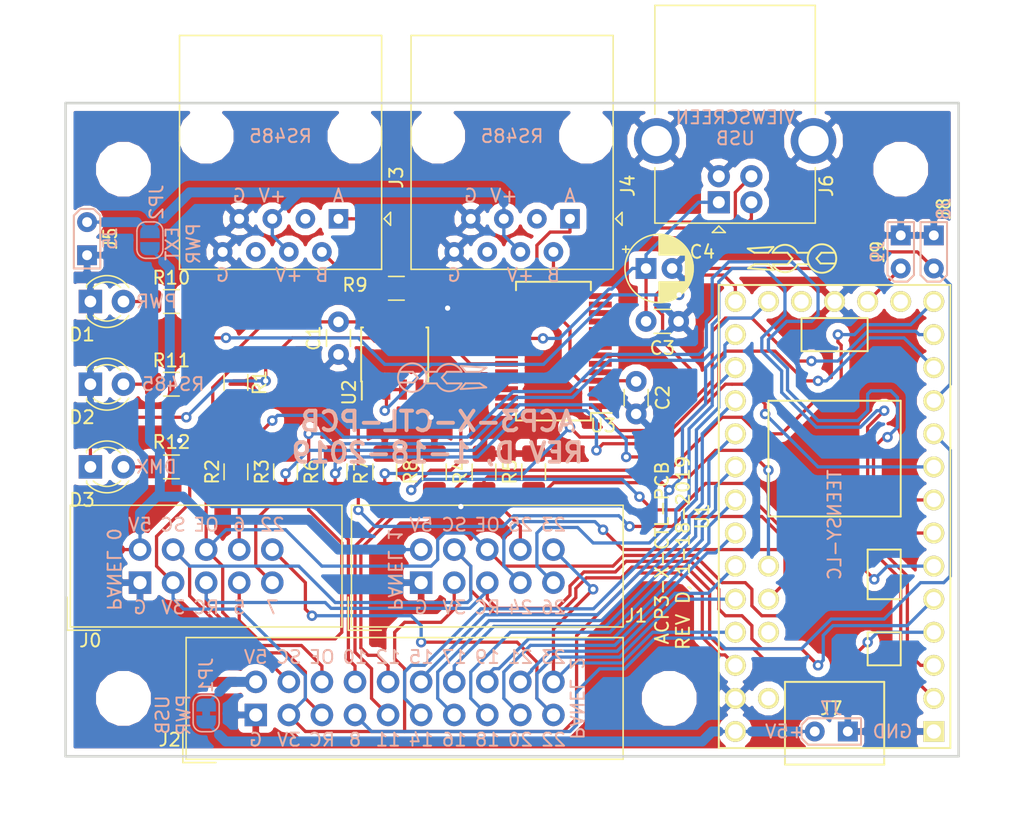
<source format=kicad_pcb>
(kicad_pcb (version 20171130) (host pcbnew "(5.0.0)")

  (general
    (thickness 1.6)
    (drawings 72)
    (tracks 766)
    (zones 0)
    (modules 40)
    (nets 66)
  )

  (page A4)
  (layers
    (0 F.Cu signal)
    (31 B.Cu signal)
    (32 B.Adhes user)
    (33 F.Adhes user)
    (34 B.Paste user)
    (35 F.Paste user)
    (36 B.SilkS user)
    (37 F.SilkS user)
    (38 B.Mask user)
    (39 F.Mask user)
    (40 Dwgs.User user)
    (41 Cmts.User user)
    (42 Eco1.User user)
    (43 Eco2.User user)
    (44 Edge.Cuts user)
    (45 Margin user)
    (46 B.CrtYd user)
    (47 F.CrtYd user)
    (48 B.Fab user)
    (49 F.Fab user)
  )

  (setup
    (last_trace_width 0.25)
    (user_trace_width 0.508)
    (user_trace_width 0.762)
    (trace_clearance 0.2)
    (zone_clearance 0.508)
    (zone_45_only no)
    (trace_min 0.2)
    (segment_width 0.2)
    (edge_width 0.1)
    (via_size 0.8)
    (via_drill 0.4)
    (via_min_size 0.4)
    (via_min_drill 0.3)
    (uvia_size 0.3)
    (uvia_drill 0.1)
    (uvias_allowed no)
    (uvia_min_size 0.2)
    (uvia_min_drill 0.1)
    (pcb_text_width 0.3)
    (pcb_text_size 1.5 1.5)
    (mod_edge_width 0.15)
    (mod_text_size 1 1)
    (mod_text_width 0.15)
    (pad_size 1.5 1.5)
    (pad_drill 0.6)
    (pad_to_mask_clearance 0.0508)
    (aux_axis_origin 0 0)
    (visible_elements 7FFFFFFF)
    (pcbplotparams
      (layerselection 0x010fc_ffffffff)
      (usegerberextensions false)
      (usegerberattributes false)
      (usegerberadvancedattributes false)
      (creategerberjobfile false)
      (excludeedgelayer true)
      (linewidth 0.100000)
      (plotframeref false)
      (viasonmask false)
      (mode 1)
      (useauxorigin false)
      (hpglpennumber 1)
      (hpglpenspeed 20)
      (hpglpendiameter 15.000000)
      (psnegative false)
      (psa4output false)
      (plotreference true)
      (plotvalue true)
      (plotinvisibletext false)
      (padsonsilk false)
      (subtractmaskfromsilk false)
      (outputformat 1)
      (mirror false)
      (drillshape 1)
      (scaleselection 1)
      (outputdirectory ""))
  )

  (net 0 "")
  (net 1 VCC)
  (net 2 GND)
  (net 3 "Net-(C2-Pad1)")
  (net 4 "Net-(C3-Pad2)")
  (net 5 "Net-(D1-Pad2)")
  (net 6 "Net-(D2-Pad2)")
  (net 7 "Net-(D3-Pad2)")
  (net 8 "Net-(D3-Pad1)")
  (net 9 22)
  (net 10 7)
  (net 11 6)
  (net 12 5)
  (net 13 OE)
  (net 14 RCLK)
  (net 15 SRCLK)
  (net 16 5V)
  (net 17 24)
  (net 18 25)
  (net 19 26)
  (net 20 23)
  (net 21 8)
  (net 22 10)
  (net 23 11)
  (net 24 12)
  (net 25 14)
  (net 26 15)
  (net 27 16)
  (net 28 17)
  (net 29 18)
  (net 30 19)
  (net 31 20)
  (net 32 21)
  (net 33 "Net-(J3-Pad6)")
  (net 34 +POE)
  (net 35 "Net-(J3-Pad3)")
  (net 36 B)
  (net 37 A)
  (net 38 "Net-(J4-Pad3)")
  (net 39 "Net-(J4-Pad6)")
  (net 40 "Net-(J6-Pad2)")
  (net 41 "Net-(J6-Pad3)")
  (net 42 VIN)
  (net 43 RX2)
  (net 44 DE)
  (net 45 "Net-(U1-Pad18)")
  (net 46 "Net-(U1-Pad15)")
  (net 47 "Net-(U1-Pad34)")
  (net 48 "Net-(U1-Pad35)")
  (net 49 TX1)
  (net 50 RX1)
  (net 51 "Net-(U3-Pad2)")
  (net 52 "Net-(U3-Pad3)")
  (net 53 "Net-(U3-Pad5)")
  (net 54 "Net-(U3-Pad6)")
  (net 55 "Net-(U3-Pad9)")
  (net 56 "Net-(U3-Pad10)")
  (net 57 "Net-(U3-Pad11)")
  (net 58 "Net-(U3-Pad12)")
  (net 59 "Net-(U3-Pad13)")
  (net 60 "Net-(U3-Pad14)")
  (net 61 "Net-(U3-Pad19)")
  (net 62 "Net-(U3-Pad22)")
  (net 63 "Net-(U3-Pad27)")
  (net 64 "Net-(U3-Pad28)")
  (net 65 "Net-(J9-Pad2)")

  (net_class Default "This is the default net class."
    (clearance 0.2)
    (trace_width 0.25)
    (via_dia 0.8)
    (via_drill 0.4)
    (uvia_dia 0.3)
    (uvia_drill 0.1)
    (add_net +POE)
    (add_net 10)
    (add_net 11)
    (add_net 12)
    (add_net 14)
    (add_net 15)
    (add_net 16)
    (add_net 17)
    (add_net 18)
    (add_net 19)
    (add_net 20)
    (add_net 21)
    (add_net 22)
    (add_net 23)
    (add_net 24)
    (add_net 25)
    (add_net 26)
    (add_net 5)
    (add_net 5V)
    (add_net 6)
    (add_net 7)
    (add_net 8)
    (add_net A)
    (add_net B)
    (add_net DE)
    (add_net GND)
    (add_net "Net-(C2-Pad1)")
    (add_net "Net-(C3-Pad2)")
    (add_net "Net-(D1-Pad2)")
    (add_net "Net-(D2-Pad2)")
    (add_net "Net-(D3-Pad1)")
    (add_net "Net-(D3-Pad2)")
    (add_net "Net-(J3-Pad3)")
    (add_net "Net-(J3-Pad6)")
    (add_net "Net-(J4-Pad3)")
    (add_net "Net-(J4-Pad6)")
    (add_net "Net-(J6-Pad2)")
    (add_net "Net-(J6-Pad3)")
    (add_net "Net-(J9-Pad2)")
    (add_net "Net-(U1-Pad15)")
    (add_net "Net-(U1-Pad18)")
    (add_net "Net-(U1-Pad34)")
    (add_net "Net-(U1-Pad35)")
    (add_net "Net-(U3-Pad10)")
    (add_net "Net-(U3-Pad11)")
    (add_net "Net-(U3-Pad12)")
    (add_net "Net-(U3-Pad13)")
    (add_net "Net-(U3-Pad14)")
    (add_net "Net-(U3-Pad19)")
    (add_net "Net-(U3-Pad2)")
    (add_net "Net-(U3-Pad22)")
    (add_net "Net-(U3-Pad27)")
    (add_net "Net-(U3-Pad28)")
    (add_net "Net-(U3-Pad3)")
    (add_net "Net-(U3-Pad5)")
    (add_net "Net-(U3-Pad6)")
    (add_net "Net-(U3-Pad9)")
    (add_net OE)
    (add_net RCLK)
    (add_net RX1)
    (add_net RX2)
    (add_net SRCLK)
    (add_net TX1)
    (add_net VCC)
    (add_net VIN)
  )

  (module AOR_custom:AOR_LOGO (layer F.Cu) (tedit 5C26ADAA) (tstamp 5C42742B)
    (at 161.925 76.708)
    (fp_text reference G*** (at 0 0) (layer F.SilkS) hide
      (effects (font (size 1.524 1.524) (thickness 0.3)))
    )
    (fp_text value AOR_LOGO (at 0.75 0) (layer F.SilkS) hide
      (effects (font (size 1.524 1.524) (thickness 0.3)))
    )
    (fp_circle (center 2.205821 0) (end 3.285321 0.1905) (layer F.SilkS) (width 0.15))
    (fp_arc (start -0.622642 0) (end -1.575141 0.444499) (angle -128.4180553) (layer F.SilkS) (width 0.15))
    (fp_arc (start -0.635 0) (end -1.587499 -0.444499) (angle 128.4180553) (layer F.SilkS) (width 0.15))
    (fp_line (start -1.5875 -0.4445) (end -0.4445 -0.4445) (layer F.SilkS) (width 0.15))
    (fp_line (start -0.4445 -0.4445) (end -0.0635 0) (layer F.SilkS) (width 0.15))
    (fp_line (start -0.0635 0) (end -0.4445 0.4445) (layer F.SilkS) (width 0.15))
    (fp_line (start -0.4445 0.4445) (end -1.5875 0.4445) (layer F.SilkS) (width 0.15))
    (fp_line (start 0.3175 -0.4445) (end 1.2065 -0.4445) (layer F.SilkS) (width 0.15))
    (fp_line (start 0.3175 0.4445) (end 1.2065 0.4445) (layer F.SilkS) (width 0.15))
    (fp_line (start 1.778 0) (end 2.159 -0.4445) (layer F.SilkS) (width 0.15))
    (fp_line (start 2.159 -0.4445) (end 3.175 -0.4445) (layer F.SilkS) (width 0.15))
    (fp_line (start 1.778 0) (end 2.0955 0.381) (layer F.SilkS) (width 0.15))
    (fp_line (start 2.0955 0.381) (end 3.2385 0.381) (layer F.SilkS) (width 0.15))
    (fp_line (start -1.905 -0.4445) (end -2.9845 -0.4445) (layer F.SilkS) (width 0.15))
    (fp_line (start -2.9845 -0.4445) (end -3.4925 -0.762) (layer F.SilkS) (width 0.15))
    (fp_line (start -3.4925 -0.762) (end -1.524 -0.889) (layer F.SilkS) (width 0.15))
    (fp_line (start -1.524 -0.889) (end -1.905 -0.4445) (layer F.SilkS) (width 0.15))
    (fp_line (start -1.505128 0.88103) (end -1.886128 0.43653) (layer F.SilkS) (width 0.15))
    (fp_line (start -1.886128 0.43653) (end -2.965628 0.43653) (layer F.SilkS) (width 0.15))
    (fp_line (start -3.473628 0.75403) (end -1.505128 0.88103) (layer F.SilkS) (width 0.15))
    (fp_line (start -2.965628 0.43653) (end -3.473628 0.75403) (layer F.SilkS) (width 0.15))
  )

  (module MountingHole:MountingHole_3.2mm_M3 (layer F.Cu) (tedit 5C4124AA) (tstamp 5C4D7BB5)
    (at 110.49 110.49)
    (descr "Mounting Hole 3.2mm, no annular, M3")
    (tags "mounting hole 3.2mm no annular m3")
    (attr virtual)
    (fp_text reference "" (at 0 -4.2) (layer F.SilkS)
      (effects (font (size 1 1) (thickness 0.15)))
    )
    (fp_text value MountingHole_3.2mm_M3 (at 0 4.2) (layer F.Fab)
      (effects (font (size 1 1) (thickness 0.15)))
    )
    (fp_text user %R (at 0.3 0) (layer F.Fab)
      (effects (font (size 1 1) (thickness 0.15)))
    )
    (fp_circle (center 0 0) (end 3.2 0) (layer Cmts.User) (width 0.15))
    (fp_circle (center 0 0) (end 3.45 0) (layer F.CrtYd) (width 0.05))
    (pad 1 np_thru_hole circle (at 0 0) (size 3.2 3.2) (drill 3.2) (layers *.Cu *.Mask))
  )

  (module MountingHole:MountingHole_3.2mm_M3 (layer F.Cu) (tedit 5C4124AA) (tstamp 5C4D7BA7)
    (at 110.49 69.85)
    (descr "Mounting Hole 3.2mm, no annular, M3")
    (tags "mounting hole 3.2mm no annular m3")
    (attr virtual)
    (fp_text reference "" (at 0 -4.2) (layer F.SilkS)
      (effects (font (size 1 1) (thickness 0.15)))
    )
    (fp_text value MountingHole_3.2mm_M3 (at 0 4.2) (layer F.Fab)
      (effects (font (size 1 1) (thickness 0.15)))
    )
    (fp_circle (center 0 0) (end 3.45 0) (layer F.CrtYd) (width 0.05))
    (fp_circle (center 0 0) (end 3.2 0) (layer Cmts.User) (width 0.15))
    (fp_text user %R (at 0.3 0) (layer F.Fab)
      (effects (font (size 1 1) (thickness 0.15)))
    )
    (pad 1 np_thru_hole circle (at 0 0) (size 3.2 3.2) (drill 3.2) (layers *.Cu *.Mask))
  )

  (module MountingHole:MountingHole_3.2mm_M3 (layer F.Cu) (tedit 5C4124AA) (tstamp 5C4D7B99)
    (at 170.18 69.85)
    (descr "Mounting Hole 3.2mm, no annular, M3")
    (tags "mounting hole 3.2mm no annular m3")
    (attr virtual)
    (fp_text reference "" (at 0 -4.2) (layer F.SilkS)
      (effects (font (size 1 1) (thickness 0.15)))
    )
    (fp_text value MountingHole_3.2mm_M3 (at 0 4.2) (layer F.Fab)
      (effects (font (size 1 1) (thickness 0.15)))
    )
    (fp_text user %R (at 0.3 0) (layer F.Fab)
      (effects (font (size 1 1) (thickness 0.15)))
    )
    (fp_circle (center 0 0) (end 3.2 0) (layer Cmts.User) (width 0.15))
    (fp_circle (center 0 0) (end 3.45 0) (layer F.CrtYd) (width 0.05))
    (pad 1 np_thru_hole circle (at 0 0) (size 3.2 3.2) (drill 3.2) (layers *.Cu *.Mask))
  )

  (module Capacitor_THT:C_Disc_D3.0mm_W1.6mm_P2.50mm (layer F.Cu) (tedit 5AE50EF0) (tstamp 5C412D61)
    (at 127 81.574 270)
    (descr "C, Disc series, Radial, pin pitch=2.50mm, , diameter*width=3.0*1.6mm^2, Capacitor, http://www.vishay.com/docs/45233/krseries.pdf")
    (tags "C Disc series Radial pin pitch 2.50mm  diameter 3.0mm width 1.6mm Capacitor")
    (path /5C27A99B)
    (fp_text reference C1 (at 1.25 1.905 270) (layer F.SilkS)
      (effects (font (size 1 1) (thickness 0.15)))
    )
    (fp_text value 0.1uF (at 1.25 2.05 270) (layer F.Fab)
      (effects (font (size 1 1) (thickness 0.15)))
    )
    (fp_line (start -0.25 -0.8) (end -0.25 0.8) (layer F.Fab) (width 0.1))
    (fp_line (start -0.25 0.8) (end 2.75 0.8) (layer F.Fab) (width 0.1))
    (fp_line (start 2.75 0.8) (end 2.75 -0.8) (layer F.Fab) (width 0.1))
    (fp_line (start 2.75 -0.8) (end -0.25 -0.8) (layer F.Fab) (width 0.1))
    (fp_line (start 0.621 -0.92) (end 1.879 -0.92) (layer F.SilkS) (width 0.12))
    (fp_line (start 0.621 0.92) (end 1.879 0.92) (layer F.SilkS) (width 0.12))
    (fp_line (start -1.05 -1.05) (end -1.05 1.05) (layer F.CrtYd) (width 0.05))
    (fp_line (start -1.05 1.05) (end 3.55 1.05) (layer F.CrtYd) (width 0.05))
    (fp_line (start 3.55 1.05) (end 3.55 -1.05) (layer F.CrtYd) (width 0.05))
    (fp_line (start 3.55 -1.05) (end -1.05 -1.05) (layer F.CrtYd) (width 0.05))
    (fp_text user %R (at 1.25 0 270) (layer F.Fab)
      (effects (font (size 0.6 0.6) (thickness 0.09)))
    )
    (pad 1 thru_hole circle (at 0 0 270) (size 1.6 1.6) (drill 0.8) (layers *.Cu *.Mask)
      (net 1 VCC))
    (pad 2 thru_hole circle (at 2.5 0 270) (size 1.6 1.6) (drill 0.8) (layers *.Cu *.Mask)
      (net 2 GND))
    (model ${KISYS3DMOD}/Capacitor_THT.3dshapes/C_Disc_D3.0mm_W1.6mm_P2.50mm.wrl
      (at (xyz 0 0 0))
      (scale (xyz 1 1 1))
      (rotate (xyz 0 0 0))
    )
  )

  (module Capacitor_THT:C_Disc_D3.0mm_W1.6mm_P2.50mm (layer F.Cu) (tedit 5AE50EF0) (tstamp 5C412D72)
    (at 149.86 86.146 270)
    (descr "C, Disc series, Radial, pin pitch=2.50mm, , diameter*width=3.0*1.6mm^2, Capacitor, http://www.vishay.com/docs/45233/krseries.pdf")
    (tags "C Disc series Radial pin pitch 2.50mm  diameter 3.0mm width 1.6mm Capacitor")
    (path /5C284CEE)
    (fp_text reference C2 (at 1.25 -2.05 270) (layer F.SilkS)
      (effects (font (size 1 1) (thickness 0.15)))
    )
    (fp_text value 0.1uF (at 1.25 2.05 270) (layer F.Fab)
      (effects (font (size 1 1) (thickness 0.15)))
    )
    (fp_text user %R (at 1.25 0 270) (layer F.Fab)
      (effects (font (size 0.6 0.6) (thickness 0.09)))
    )
    (fp_line (start 3.55 -1.05) (end -1.05 -1.05) (layer F.CrtYd) (width 0.05))
    (fp_line (start 3.55 1.05) (end 3.55 -1.05) (layer F.CrtYd) (width 0.05))
    (fp_line (start -1.05 1.05) (end 3.55 1.05) (layer F.CrtYd) (width 0.05))
    (fp_line (start -1.05 -1.05) (end -1.05 1.05) (layer F.CrtYd) (width 0.05))
    (fp_line (start 0.621 0.92) (end 1.879 0.92) (layer F.SilkS) (width 0.12))
    (fp_line (start 0.621 -0.92) (end 1.879 -0.92) (layer F.SilkS) (width 0.12))
    (fp_line (start 2.75 -0.8) (end -0.25 -0.8) (layer F.Fab) (width 0.1))
    (fp_line (start 2.75 0.8) (end 2.75 -0.8) (layer F.Fab) (width 0.1))
    (fp_line (start -0.25 0.8) (end 2.75 0.8) (layer F.Fab) (width 0.1))
    (fp_line (start -0.25 -0.8) (end -0.25 0.8) (layer F.Fab) (width 0.1))
    (pad 2 thru_hole circle (at 2.5 0 270) (size 1.6 1.6) (drill 0.8) (layers *.Cu *.Mask)
      (net 2 GND))
    (pad 1 thru_hole circle (at 0 0 270) (size 1.6 1.6) (drill 0.8) (layers *.Cu *.Mask)
      (net 3 "Net-(C2-Pad1)"))
    (model ${KISYS3DMOD}/Capacitor_THT.3dshapes/C_Disc_D3.0mm_W1.6mm_P2.50mm.wrl
      (at (xyz 0 0 0))
      (scale (xyz 1 1 1))
      (rotate (xyz 0 0 0))
    )
  )

  (module Capacitor_THT:C_Disc_D3.0mm_W1.6mm_P2.50mm (layer F.Cu) (tedit 5AE50EF0) (tstamp 5C412D83)
    (at 153.122 81.534 180)
    (descr "C, Disc series, Radial, pin pitch=2.50mm, , diameter*width=3.0*1.6mm^2, Capacitor, http://www.vishay.com/docs/45233/krseries.pdf")
    (tags "C Disc series Radial pin pitch 2.50mm  diameter 3.0mm width 1.6mm Capacitor")
    (path /5C288CC7)
    (fp_text reference C3 (at 1.25 -2.05 180) (layer F.SilkS)
      (effects (font (size 1 1) (thickness 0.15)))
    )
    (fp_text value 0.1uF (at 1.25 2.05 180) (layer F.Fab)
      (effects (font (size 1 1) (thickness 0.15)))
    )
    (fp_line (start -0.25 -0.8) (end -0.25 0.8) (layer F.Fab) (width 0.1))
    (fp_line (start -0.25 0.8) (end 2.75 0.8) (layer F.Fab) (width 0.1))
    (fp_line (start 2.75 0.8) (end 2.75 -0.8) (layer F.Fab) (width 0.1))
    (fp_line (start 2.75 -0.8) (end -0.25 -0.8) (layer F.Fab) (width 0.1))
    (fp_line (start 0.621 -0.92) (end 1.879 -0.92) (layer F.SilkS) (width 0.12))
    (fp_line (start 0.621 0.92) (end 1.879 0.92) (layer F.SilkS) (width 0.12))
    (fp_line (start -1.05 -1.05) (end -1.05 1.05) (layer F.CrtYd) (width 0.05))
    (fp_line (start -1.05 1.05) (end 3.55 1.05) (layer F.CrtYd) (width 0.05))
    (fp_line (start 3.55 1.05) (end 3.55 -1.05) (layer F.CrtYd) (width 0.05))
    (fp_line (start 3.55 -1.05) (end -1.05 -1.05) (layer F.CrtYd) (width 0.05))
    (fp_text user %R (at 1.25 0 180) (layer F.Fab)
      (effects (font (size 0.6 0.6) (thickness 0.09)))
    )
    (pad 1 thru_hole circle (at 0 0 180) (size 1.6 1.6) (drill 0.8) (layers *.Cu *.Mask)
      (net 2 GND))
    (pad 2 thru_hole circle (at 2.5 0 180) (size 1.6 1.6) (drill 0.8) (layers *.Cu *.Mask)
      (net 4 "Net-(C3-Pad2)"))
    (model ${KISYS3DMOD}/Capacitor_THT.3dshapes/C_Disc_D3.0mm_W1.6mm_P2.50mm.wrl
      (at (xyz 0 0 0))
      (scale (xyz 1 1 1))
      (rotate (xyz 0 0 0))
    )
  )

  (module Capacitor_THT:CP_Radial_D5.0mm_P2.00mm (layer F.Cu) (tedit 5AE50EF0) (tstamp 5C412E06)
    (at 150.622 77.47)
    (descr "CP, Radial series, Radial, pin pitch=2.00mm, , diameter=5mm, Electrolytic Capacitor")
    (tags "CP Radial series Radial pin pitch 2.00mm  diameter 5mm Electrolytic Capacitor")
    (path /5C288D91)
    (fp_text reference C4 (at 4.318 -1.27) (layer F.SilkS)
      (effects (font (size 1 1) (thickness 0.15)))
    )
    (fp_text value "10 uF" (at 1 3.75) (layer F.Fab)
      (effects (font (size 1 1) (thickness 0.15)))
    )
    (fp_circle (center 1 0) (end 3.5 0) (layer F.Fab) (width 0.1))
    (fp_circle (center 1 0) (end 3.62 0) (layer F.SilkS) (width 0.12))
    (fp_circle (center 1 0) (end 3.75 0) (layer F.CrtYd) (width 0.05))
    (fp_line (start -1.133605 -1.0875) (end -0.633605 -1.0875) (layer F.Fab) (width 0.1))
    (fp_line (start -0.883605 -1.3375) (end -0.883605 -0.8375) (layer F.Fab) (width 0.1))
    (fp_line (start 1 1.04) (end 1 2.58) (layer F.SilkS) (width 0.12))
    (fp_line (start 1 -2.58) (end 1 -1.04) (layer F.SilkS) (width 0.12))
    (fp_line (start 1.04 1.04) (end 1.04 2.58) (layer F.SilkS) (width 0.12))
    (fp_line (start 1.04 -2.58) (end 1.04 -1.04) (layer F.SilkS) (width 0.12))
    (fp_line (start 1.08 -2.579) (end 1.08 -1.04) (layer F.SilkS) (width 0.12))
    (fp_line (start 1.08 1.04) (end 1.08 2.579) (layer F.SilkS) (width 0.12))
    (fp_line (start 1.12 -2.578) (end 1.12 -1.04) (layer F.SilkS) (width 0.12))
    (fp_line (start 1.12 1.04) (end 1.12 2.578) (layer F.SilkS) (width 0.12))
    (fp_line (start 1.16 -2.576) (end 1.16 -1.04) (layer F.SilkS) (width 0.12))
    (fp_line (start 1.16 1.04) (end 1.16 2.576) (layer F.SilkS) (width 0.12))
    (fp_line (start 1.2 -2.573) (end 1.2 -1.04) (layer F.SilkS) (width 0.12))
    (fp_line (start 1.2 1.04) (end 1.2 2.573) (layer F.SilkS) (width 0.12))
    (fp_line (start 1.24 -2.569) (end 1.24 -1.04) (layer F.SilkS) (width 0.12))
    (fp_line (start 1.24 1.04) (end 1.24 2.569) (layer F.SilkS) (width 0.12))
    (fp_line (start 1.28 -2.565) (end 1.28 -1.04) (layer F.SilkS) (width 0.12))
    (fp_line (start 1.28 1.04) (end 1.28 2.565) (layer F.SilkS) (width 0.12))
    (fp_line (start 1.32 -2.561) (end 1.32 -1.04) (layer F.SilkS) (width 0.12))
    (fp_line (start 1.32 1.04) (end 1.32 2.561) (layer F.SilkS) (width 0.12))
    (fp_line (start 1.36 -2.556) (end 1.36 -1.04) (layer F.SilkS) (width 0.12))
    (fp_line (start 1.36 1.04) (end 1.36 2.556) (layer F.SilkS) (width 0.12))
    (fp_line (start 1.4 -2.55) (end 1.4 -1.04) (layer F.SilkS) (width 0.12))
    (fp_line (start 1.4 1.04) (end 1.4 2.55) (layer F.SilkS) (width 0.12))
    (fp_line (start 1.44 -2.543) (end 1.44 -1.04) (layer F.SilkS) (width 0.12))
    (fp_line (start 1.44 1.04) (end 1.44 2.543) (layer F.SilkS) (width 0.12))
    (fp_line (start 1.48 -2.536) (end 1.48 -1.04) (layer F.SilkS) (width 0.12))
    (fp_line (start 1.48 1.04) (end 1.48 2.536) (layer F.SilkS) (width 0.12))
    (fp_line (start 1.52 -2.528) (end 1.52 -1.04) (layer F.SilkS) (width 0.12))
    (fp_line (start 1.52 1.04) (end 1.52 2.528) (layer F.SilkS) (width 0.12))
    (fp_line (start 1.56 -2.52) (end 1.56 -1.04) (layer F.SilkS) (width 0.12))
    (fp_line (start 1.56 1.04) (end 1.56 2.52) (layer F.SilkS) (width 0.12))
    (fp_line (start 1.6 -2.511) (end 1.6 -1.04) (layer F.SilkS) (width 0.12))
    (fp_line (start 1.6 1.04) (end 1.6 2.511) (layer F.SilkS) (width 0.12))
    (fp_line (start 1.64 -2.501) (end 1.64 -1.04) (layer F.SilkS) (width 0.12))
    (fp_line (start 1.64 1.04) (end 1.64 2.501) (layer F.SilkS) (width 0.12))
    (fp_line (start 1.68 -2.491) (end 1.68 -1.04) (layer F.SilkS) (width 0.12))
    (fp_line (start 1.68 1.04) (end 1.68 2.491) (layer F.SilkS) (width 0.12))
    (fp_line (start 1.721 -2.48) (end 1.721 -1.04) (layer F.SilkS) (width 0.12))
    (fp_line (start 1.721 1.04) (end 1.721 2.48) (layer F.SilkS) (width 0.12))
    (fp_line (start 1.761 -2.468) (end 1.761 -1.04) (layer F.SilkS) (width 0.12))
    (fp_line (start 1.761 1.04) (end 1.761 2.468) (layer F.SilkS) (width 0.12))
    (fp_line (start 1.801 -2.455) (end 1.801 -1.04) (layer F.SilkS) (width 0.12))
    (fp_line (start 1.801 1.04) (end 1.801 2.455) (layer F.SilkS) (width 0.12))
    (fp_line (start 1.841 -2.442) (end 1.841 -1.04) (layer F.SilkS) (width 0.12))
    (fp_line (start 1.841 1.04) (end 1.841 2.442) (layer F.SilkS) (width 0.12))
    (fp_line (start 1.881 -2.428) (end 1.881 -1.04) (layer F.SilkS) (width 0.12))
    (fp_line (start 1.881 1.04) (end 1.881 2.428) (layer F.SilkS) (width 0.12))
    (fp_line (start 1.921 -2.414) (end 1.921 -1.04) (layer F.SilkS) (width 0.12))
    (fp_line (start 1.921 1.04) (end 1.921 2.414) (layer F.SilkS) (width 0.12))
    (fp_line (start 1.961 -2.398) (end 1.961 -1.04) (layer F.SilkS) (width 0.12))
    (fp_line (start 1.961 1.04) (end 1.961 2.398) (layer F.SilkS) (width 0.12))
    (fp_line (start 2.001 -2.382) (end 2.001 -1.04) (layer F.SilkS) (width 0.12))
    (fp_line (start 2.001 1.04) (end 2.001 2.382) (layer F.SilkS) (width 0.12))
    (fp_line (start 2.041 -2.365) (end 2.041 -1.04) (layer F.SilkS) (width 0.12))
    (fp_line (start 2.041 1.04) (end 2.041 2.365) (layer F.SilkS) (width 0.12))
    (fp_line (start 2.081 -2.348) (end 2.081 -1.04) (layer F.SilkS) (width 0.12))
    (fp_line (start 2.081 1.04) (end 2.081 2.348) (layer F.SilkS) (width 0.12))
    (fp_line (start 2.121 -2.329) (end 2.121 -1.04) (layer F.SilkS) (width 0.12))
    (fp_line (start 2.121 1.04) (end 2.121 2.329) (layer F.SilkS) (width 0.12))
    (fp_line (start 2.161 -2.31) (end 2.161 -1.04) (layer F.SilkS) (width 0.12))
    (fp_line (start 2.161 1.04) (end 2.161 2.31) (layer F.SilkS) (width 0.12))
    (fp_line (start 2.201 -2.29) (end 2.201 -1.04) (layer F.SilkS) (width 0.12))
    (fp_line (start 2.201 1.04) (end 2.201 2.29) (layer F.SilkS) (width 0.12))
    (fp_line (start 2.241 -2.268) (end 2.241 -1.04) (layer F.SilkS) (width 0.12))
    (fp_line (start 2.241 1.04) (end 2.241 2.268) (layer F.SilkS) (width 0.12))
    (fp_line (start 2.281 -2.247) (end 2.281 -1.04) (layer F.SilkS) (width 0.12))
    (fp_line (start 2.281 1.04) (end 2.281 2.247) (layer F.SilkS) (width 0.12))
    (fp_line (start 2.321 -2.224) (end 2.321 -1.04) (layer F.SilkS) (width 0.12))
    (fp_line (start 2.321 1.04) (end 2.321 2.224) (layer F.SilkS) (width 0.12))
    (fp_line (start 2.361 -2.2) (end 2.361 -1.04) (layer F.SilkS) (width 0.12))
    (fp_line (start 2.361 1.04) (end 2.361 2.2) (layer F.SilkS) (width 0.12))
    (fp_line (start 2.401 -2.175) (end 2.401 -1.04) (layer F.SilkS) (width 0.12))
    (fp_line (start 2.401 1.04) (end 2.401 2.175) (layer F.SilkS) (width 0.12))
    (fp_line (start 2.441 -2.149) (end 2.441 -1.04) (layer F.SilkS) (width 0.12))
    (fp_line (start 2.441 1.04) (end 2.441 2.149) (layer F.SilkS) (width 0.12))
    (fp_line (start 2.481 -2.122) (end 2.481 -1.04) (layer F.SilkS) (width 0.12))
    (fp_line (start 2.481 1.04) (end 2.481 2.122) (layer F.SilkS) (width 0.12))
    (fp_line (start 2.521 -2.095) (end 2.521 -1.04) (layer F.SilkS) (width 0.12))
    (fp_line (start 2.521 1.04) (end 2.521 2.095) (layer F.SilkS) (width 0.12))
    (fp_line (start 2.561 -2.065) (end 2.561 -1.04) (layer F.SilkS) (width 0.12))
    (fp_line (start 2.561 1.04) (end 2.561 2.065) (layer F.SilkS) (width 0.12))
    (fp_line (start 2.601 -2.035) (end 2.601 -1.04) (layer F.SilkS) (width 0.12))
    (fp_line (start 2.601 1.04) (end 2.601 2.035) (layer F.SilkS) (width 0.12))
    (fp_line (start 2.641 -2.004) (end 2.641 -1.04) (layer F.SilkS) (width 0.12))
    (fp_line (start 2.641 1.04) (end 2.641 2.004) (layer F.SilkS) (width 0.12))
    (fp_line (start 2.681 -1.971) (end 2.681 -1.04) (layer F.SilkS) (width 0.12))
    (fp_line (start 2.681 1.04) (end 2.681 1.971) (layer F.SilkS) (width 0.12))
    (fp_line (start 2.721 -1.937) (end 2.721 -1.04) (layer F.SilkS) (width 0.12))
    (fp_line (start 2.721 1.04) (end 2.721 1.937) (layer F.SilkS) (width 0.12))
    (fp_line (start 2.761 -1.901) (end 2.761 -1.04) (layer F.SilkS) (width 0.12))
    (fp_line (start 2.761 1.04) (end 2.761 1.901) (layer F.SilkS) (width 0.12))
    (fp_line (start 2.801 -1.864) (end 2.801 -1.04) (layer F.SilkS) (width 0.12))
    (fp_line (start 2.801 1.04) (end 2.801 1.864) (layer F.SilkS) (width 0.12))
    (fp_line (start 2.841 -1.826) (end 2.841 -1.04) (layer F.SilkS) (width 0.12))
    (fp_line (start 2.841 1.04) (end 2.841 1.826) (layer F.SilkS) (width 0.12))
    (fp_line (start 2.881 -1.785) (end 2.881 -1.04) (layer F.SilkS) (width 0.12))
    (fp_line (start 2.881 1.04) (end 2.881 1.785) (layer F.SilkS) (width 0.12))
    (fp_line (start 2.921 -1.743) (end 2.921 -1.04) (layer F.SilkS) (width 0.12))
    (fp_line (start 2.921 1.04) (end 2.921 1.743) (layer F.SilkS) (width 0.12))
    (fp_line (start 2.961 -1.699) (end 2.961 -1.04) (layer F.SilkS) (width 0.12))
    (fp_line (start 2.961 1.04) (end 2.961 1.699) (layer F.SilkS) (width 0.12))
    (fp_line (start 3.001 -1.653) (end 3.001 -1.04) (layer F.SilkS) (width 0.12))
    (fp_line (start 3.001 1.04) (end 3.001 1.653) (layer F.SilkS) (width 0.12))
    (fp_line (start 3.041 -1.605) (end 3.041 1.605) (layer F.SilkS) (width 0.12))
    (fp_line (start 3.081 -1.554) (end 3.081 1.554) (layer F.SilkS) (width 0.12))
    (fp_line (start 3.121 -1.5) (end 3.121 1.5) (layer F.SilkS) (width 0.12))
    (fp_line (start 3.161 -1.443) (end 3.161 1.443) (layer F.SilkS) (width 0.12))
    (fp_line (start 3.201 -1.383) (end 3.201 1.383) (layer F.SilkS) (width 0.12))
    (fp_line (start 3.241 -1.319) (end 3.241 1.319) (layer F.SilkS) (width 0.12))
    (fp_line (start 3.281 -1.251) (end 3.281 1.251) (layer F.SilkS) (width 0.12))
    (fp_line (start 3.321 -1.178) (end 3.321 1.178) (layer F.SilkS) (width 0.12))
    (fp_line (start 3.361 -1.098) (end 3.361 1.098) (layer F.SilkS) (width 0.12))
    (fp_line (start 3.401 -1.011) (end 3.401 1.011) (layer F.SilkS) (width 0.12))
    (fp_line (start 3.441 -0.915) (end 3.441 0.915) (layer F.SilkS) (width 0.12))
    (fp_line (start 3.481 -0.805) (end 3.481 0.805) (layer F.SilkS) (width 0.12))
    (fp_line (start 3.521 -0.677) (end 3.521 0.677) (layer F.SilkS) (width 0.12))
    (fp_line (start 3.561 -0.518) (end 3.561 0.518) (layer F.SilkS) (width 0.12))
    (fp_line (start 3.601 -0.284) (end 3.601 0.284) (layer F.SilkS) (width 0.12))
    (fp_line (start -1.804775 -1.475) (end -1.304775 -1.475) (layer F.SilkS) (width 0.12))
    (fp_line (start -1.554775 -1.725) (end -1.554775 -1.225) (layer F.SilkS) (width 0.12))
    (fp_text user %R (at 1 0) (layer F.Fab)
      (effects (font (size 1 1) (thickness 0.15)))
    )
    (pad 1 thru_hole rect (at 0 0) (size 1.6 1.6) (drill 0.8) (layers *.Cu *.Mask)
      (net 4 "Net-(C3-Pad2)"))
    (pad 2 thru_hole circle (at 2 0) (size 1.6 1.6) (drill 0.8) (layers *.Cu *.Mask)
      (net 2 GND))
    (model ${KISYS3DMOD}/Capacitor_THT.3dshapes/CP_Radial_D5.0mm_P2.00mm.wrl
      (at (xyz 0 0 0))
      (scale (xyz 1 1 1))
      (rotate (xyz 0 0 0))
    )
  )

  (module LED_THT:LED_D3.0mm (layer F.Cu) (tedit 587A3A7B) (tstamp 5C412E19)
    (at 107.95 80.01)
    (descr "LED, diameter 3.0mm, 2 pins")
    (tags "LED diameter 3.0mm 2 pins")
    (path /5C278FA3)
    (fp_text reference D1 (at -0.635 2.54) (layer F.SilkS)
      (effects (font (size 1 1) (thickness 0.15)))
    )
    (fp_text value LED (at 1.27 2.96) (layer F.Fab)
      (effects (font (size 1 1) (thickness 0.15)))
    )
    (fp_arc (start 1.27 0) (end -0.23 -1.16619) (angle 284.3) (layer F.Fab) (width 0.1))
    (fp_arc (start 1.27 0) (end -0.29 -1.235516) (angle 108.8) (layer F.SilkS) (width 0.12))
    (fp_arc (start 1.27 0) (end -0.29 1.235516) (angle -108.8) (layer F.SilkS) (width 0.12))
    (fp_arc (start 1.27 0) (end 0.229039 -1.08) (angle 87.9) (layer F.SilkS) (width 0.12))
    (fp_arc (start 1.27 0) (end 0.229039 1.08) (angle -87.9) (layer F.SilkS) (width 0.12))
    (fp_circle (center 1.27 0) (end 2.77 0) (layer F.Fab) (width 0.1))
    (fp_line (start -0.23 -1.16619) (end -0.23 1.16619) (layer F.Fab) (width 0.1))
    (fp_line (start -0.29 -1.236) (end -0.29 -1.08) (layer F.SilkS) (width 0.12))
    (fp_line (start -0.29 1.08) (end -0.29 1.236) (layer F.SilkS) (width 0.12))
    (fp_line (start -1.15 -2.25) (end -1.15 2.25) (layer F.CrtYd) (width 0.05))
    (fp_line (start -1.15 2.25) (end 3.7 2.25) (layer F.CrtYd) (width 0.05))
    (fp_line (start 3.7 2.25) (end 3.7 -2.25) (layer F.CrtYd) (width 0.05))
    (fp_line (start 3.7 -2.25) (end -1.15 -2.25) (layer F.CrtYd) (width 0.05))
    (pad 1 thru_hole rect (at 0 0) (size 1.8 1.8) (drill 0.9) (layers *.Cu *.Mask)
      (net 2 GND))
    (pad 2 thru_hole circle (at 2.54 0) (size 1.8 1.8) (drill 0.9) (layers *.Cu *.Mask)
      (net 5 "Net-(D1-Pad2)"))
    (model ${KISYS3DMOD}/LED_THT.3dshapes/LED_D3.0mm.wrl
      (at (xyz 0 0 0))
      (scale (xyz 1 1 1))
      (rotate (xyz 0 0 0))
    )
  )

  (module LED_THT:LED_D3.0mm (layer F.Cu) (tedit 587A3A7B) (tstamp 5C412E2C)
    (at 107.95 86.36)
    (descr "LED, diameter 3.0mm, 2 pins")
    (tags "LED diameter 3.0mm 2 pins")
    (path /5C27907A)
    (fp_text reference D2 (at -0.635 2.54) (layer F.SilkS)
      (effects (font (size 1 1) (thickness 0.15)))
    )
    (fp_text value LED (at 1.27 2.96) (layer F.Fab)
      (effects (font (size 1 1) (thickness 0.15)))
    )
    (fp_arc (start 1.27 0) (end -0.23 -1.16619) (angle 284.3) (layer F.Fab) (width 0.1))
    (fp_arc (start 1.27 0) (end -0.29 -1.235516) (angle 108.8) (layer F.SilkS) (width 0.12))
    (fp_arc (start 1.27 0) (end -0.29 1.235516) (angle -108.8) (layer F.SilkS) (width 0.12))
    (fp_arc (start 1.27 0) (end 0.229039 -1.08) (angle 87.9) (layer F.SilkS) (width 0.12))
    (fp_arc (start 1.27 0) (end 0.229039 1.08) (angle -87.9) (layer F.SilkS) (width 0.12))
    (fp_circle (center 1.27 0) (end 2.77 0) (layer F.Fab) (width 0.1))
    (fp_line (start -0.23 -1.16619) (end -0.23 1.16619) (layer F.Fab) (width 0.1))
    (fp_line (start -0.29 -1.236) (end -0.29 -1.08) (layer F.SilkS) (width 0.12))
    (fp_line (start -0.29 1.08) (end -0.29 1.236) (layer F.SilkS) (width 0.12))
    (fp_line (start -1.15 -2.25) (end -1.15 2.25) (layer F.CrtYd) (width 0.05))
    (fp_line (start -1.15 2.25) (end 3.7 2.25) (layer F.CrtYd) (width 0.05))
    (fp_line (start 3.7 2.25) (end 3.7 -2.25) (layer F.CrtYd) (width 0.05))
    (fp_line (start 3.7 -2.25) (end -1.15 -2.25) (layer F.CrtYd) (width 0.05))
    (pad 1 thru_hole rect (at 0 0) (size 1.8 1.8) (drill 0.9) (layers *.Cu *.Mask)
      (net 2 GND))
    (pad 2 thru_hole circle (at 2.54 0) (size 1.8 1.8) (drill 0.9) (layers *.Cu *.Mask)
      (net 6 "Net-(D2-Pad2)"))
    (model ${KISYS3DMOD}/LED_THT.3dshapes/LED_D3.0mm.wrl
      (at (xyz 0 0 0))
      (scale (xyz 1 1 1))
      (rotate (xyz 0 0 0))
    )
  )

  (module LED_THT:LED_D3.0mm (layer F.Cu) (tedit 587A3A7B) (tstamp 5C412E3F)
    (at 107.95 92.71)
    (descr "LED, diameter 3.0mm, 2 pins")
    (tags "LED diameter 3.0mm 2 pins")
    (path /5C2874E1)
    (fp_text reference D3 (at -0.635 2.54) (layer F.SilkS)
      (effects (font (size 1 1) (thickness 0.15)))
    )
    (fp_text value LED (at 1.27 2.96) (layer F.Fab)
      (effects (font (size 1 1) (thickness 0.15)))
    )
    (fp_line (start 3.7 -2.25) (end -1.15 -2.25) (layer F.CrtYd) (width 0.05))
    (fp_line (start 3.7 2.25) (end 3.7 -2.25) (layer F.CrtYd) (width 0.05))
    (fp_line (start -1.15 2.25) (end 3.7 2.25) (layer F.CrtYd) (width 0.05))
    (fp_line (start -1.15 -2.25) (end -1.15 2.25) (layer F.CrtYd) (width 0.05))
    (fp_line (start -0.29 1.08) (end -0.29 1.236) (layer F.SilkS) (width 0.12))
    (fp_line (start -0.29 -1.236) (end -0.29 -1.08) (layer F.SilkS) (width 0.12))
    (fp_line (start -0.23 -1.16619) (end -0.23 1.16619) (layer F.Fab) (width 0.1))
    (fp_circle (center 1.27 0) (end 2.77 0) (layer F.Fab) (width 0.1))
    (fp_arc (start 1.27 0) (end 0.229039 1.08) (angle -87.9) (layer F.SilkS) (width 0.12))
    (fp_arc (start 1.27 0) (end 0.229039 -1.08) (angle 87.9) (layer F.SilkS) (width 0.12))
    (fp_arc (start 1.27 0) (end -0.29 1.235516) (angle -108.8) (layer F.SilkS) (width 0.12))
    (fp_arc (start 1.27 0) (end -0.29 -1.235516) (angle 108.8) (layer F.SilkS) (width 0.12))
    (fp_arc (start 1.27 0) (end -0.23 -1.16619) (angle 284.3) (layer F.Fab) (width 0.1))
    (pad 2 thru_hole circle (at 2.54 0) (size 1.8 1.8) (drill 0.9) (layers *.Cu *.Mask)
      (net 7 "Net-(D3-Pad2)"))
    (pad 1 thru_hole rect (at 0 0) (size 1.8 1.8) (drill 0.9) (layers *.Cu *.Mask)
      (net 8 "Net-(D3-Pad1)"))
    (model ${KISYS3DMOD}/LED_THT.3dshapes/LED_D3.0mm.wrl
      (at (xyz 0 0 0))
      (scale (xyz 1 1 1))
      (rotate (xyz 0 0 0))
    )
  )

  (module Connector_IDC:IDC-Header_2x05_P2.54mm_Vertical (layer F.Cu) (tedit 59DE0611) (tstamp 5C412E67)
    (at 111.76 101.6 90)
    (descr "Through hole straight IDC box header, 2x05, 2.54mm pitch, double rows")
    (tags "Through hole IDC box header THT 2x05 2.54mm double row")
    (path /5C26E1FB)
    (fp_text reference J0 (at -4.445 -3.81 180) (layer F.SilkS)
      (effects (font (size 1 1) (thickness 0.15)))
    )
    (fp_text value Conn_01x10 (at 1.27 16.764 90) (layer F.Fab)
      (effects (font (size 1 1) (thickness 0.15)))
    )
    (fp_line (start -3.655 -5.6) (end -1.115 -5.6) (layer F.SilkS) (width 0.12))
    (fp_line (start -3.655 -5.6) (end -3.655 -3.06) (layer F.SilkS) (width 0.12))
    (fp_line (start -3.405 -5.35) (end 5.945 -5.35) (layer F.SilkS) (width 0.12))
    (fp_line (start -3.405 15.51) (end -3.405 -5.35) (layer F.SilkS) (width 0.12))
    (fp_line (start 5.945 15.51) (end -3.405 15.51) (layer F.SilkS) (width 0.12))
    (fp_line (start 5.945 -5.35) (end 5.945 15.51) (layer F.SilkS) (width 0.12))
    (fp_line (start -3.41 -5.35) (end 5.95 -5.35) (layer F.CrtYd) (width 0.05))
    (fp_line (start -3.41 15.51) (end -3.41 -5.35) (layer F.CrtYd) (width 0.05))
    (fp_line (start 5.95 15.51) (end -3.41 15.51) (layer F.CrtYd) (width 0.05))
    (fp_line (start 5.95 -5.35) (end 5.95 15.51) (layer F.CrtYd) (width 0.05))
    (fp_line (start -3.155 15.26) (end -2.605 14.7) (layer F.Fab) (width 0.1))
    (fp_line (start -3.155 -5.1) (end -2.605 -4.56) (layer F.Fab) (width 0.1))
    (fp_line (start 5.695 15.26) (end 5.145 14.7) (layer F.Fab) (width 0.1))
    (fp_line (start 5.695 -5.1) (end 5.145 -4.56) (layer F.Fab) (width 0.1))
    (fp_line (start 5.145 14.7) (end -2.605 14.7) (layer F.Fab) (width 0.1))
    (fp_line (start 5.695 15.26) (end -3.155 15.26) (layer F.Fab) (width 0.1))
    (fp_line (start 5.145 -4.56) (end -2.605 -4.56) (layer F.Fab) (width 0.1))
    (fp_line (start 5.695 -5.1) (end -3.155 -5.1) (layer F.Fab) (width 0.1))
    (fp_line (start -2.605 7.33) (end -3.155 7.33) (layer F.Fab) (width 0.1))
    (fp_line (start -2.605 2.83) (end -3.155 2.83) (layer F.Fab) (width 0.1))
    (fp_line (start -2.605 7.33) (end -2.605 14.7) (layer F.Fab) (width 0.1))
    (fp_line (start -2.605 -4.56) (end -2.605 2.83) (layer F.Fab) (width 0.1))
    (fp_line (start -3.155 -5.1) (end -3.155 15.26) (layer F.Fab) (width 0.1))
    (fp_line (start 5.145 -4.56) (end 5.145 14.7) (layer F.Fab) (width 0.1))
    (fp_line (start 5.695 -5.1) (end 5.695 15.26) (layer F.Fab) (width 0.1))
    (fp_text user %R (at 1.27 5.08 90) (layer F.Fab)
      (effects (font (size 1 1) (thickness 0.15)))
    )
    (pad 10 thru_hole oval (at 2.54 10.16 90) (size 1.7272 1.7272) (drill 1.016) (layers *.Cu *.Mask)
      (net 9 22))
    (pad 9 thru_hole oval (at 0 10.16 90) (size 1.7272 1.7272) (drill 1.016) (layers *.Cu *.Mask)
      (net 10 7))
    (pad 8 thru_hole oval (at 2.54 7.62 90) (size 1.7272 1.7272) (drill 1.016) (layers *.Cu *.Mask)
      (net 11 6))
    (pad 7 thru_hole oval (at 0 7.62 90) (size 1.7272 1.7272) (drill 1.016) (layers *.Cu *.Mask)
      (net 12 5))
    (pad 6 thru_hole oval (at 2.54 5.08 90) (size 1.7272 1.7272) (drill 1.016) (layers *.Cu *.Mask)
      (net 13 OE))
    (pad 5 thru_hole oval (at 0 5.08 90) (size 1.7272 1.7272) (drill 1.016) (layers *.Cu *.Mask)
      (net 14 RCLK))
    (pad 4 thru_hole oval (at 2.54 2.54 90) (size 1.7272 1.7272) (drill 1.016) (layers *.Cu *.Mask)
      (net 15 SRCLK))
    (pad 3 thru_hole oval (at 0 2.54 90) (size 1.7272 1.7272) (drill 1.016) (layers *.Cu *.Mask)
      (net 1 VCC))
    (pad 2 thru_hole oval (at 2.54 0 90) (size 1.7272 1.7272) (drill 1.016) (layers *.Cu *.Mask)
      (net 16 5V))
    (pad 1 thru_hole rect (at 0 0 90) (size 1.7272 1.7272) (drill 1.016) (layers *.Cu *.Mask)
      (net 2 GND))
    (model ${KISYS3DMOD}/Connector_IDC.3dshapes/IDC-Header_2x05_P2.54mm_Vertical.wrl
      (at (xyz 0 0 0))
      (scale (xyz 1 1 1))
      (rotate (xyz 0 0 0))
    )
  )

  (module Connector_IDC:IDC-Header_2x05_P2.54mm_Vertical (layer F.Cu) (tedit 5C414C92) (tstamp 5C412E8F)
    (at 133.35 101.6 90)
    (descr "Through hole straight IDC box header, 2x05, 2.54mm pitch, double rows")
    (tags "Through hole IDC box header THT 2x05 2.54mm double row")
    (path /5C26E24B)
    (fp_text reference J1 (at -2.54 16.51 180) (layer F.SilkS)
      (effects (font (size 1 1) (thickness 0.15)))
    )
    (fp_text value Conn_01x10 (at 1.27 16.764 90) (layer F.Fab)
      (effects (font (size 1 1) (thickness 0.15)))
    )
    (fp_text user %R (at 1.27 5.08 90) (layer F.Fab)
      (effects (font (size 1 1) (thickness 0.15)))
    )
    (fp_line (start 5.695 -5.1) (end 5.695 15.26) (layer F.Fab) (width 0.1))
    (fp_line (start 5.145 -4.56) (end 5.145 14.7) (layer F.Fab) (width 0.1))
    (fp_line (start -3.155 -5.1) (end -3.155 15.26) (layer F.Fab) (width 0.1))
    (fp_line (start -2.605 -4.56) (end -2.605 2.83) (layer F.Fab) (width 0.1))
    (fp_line (start -2.605 7.33) (end -2.605 14.7) (layer F.Fab) (width 0.1))
    (fp_line (start -2.605 2.83) (end -3.155 2.83) (layer F.Fab) (width 0.1))
    (fp_line (start -2.605 7.33) (end -3.155 7.33) (layer F.Fab) (width 0.1))
    (fp_line (start 5.695 -5.1) (end -3.155 -5.1) (layer F.Fab) (width 0.1))
    (fp_line (start 5.145 -4.56) (end -2.605 -4.56) (layer F.Fab) (width 0.1))
    (fp_line (start 5.695 15.26) (end -3.155 15.26) (layer F.Fab) (width 0.1))
    (fp_line (start 5.145 14.7) (end -2.605 14.7) (layer F.Fab) (width 0.1))
    (fp_line (start 5.695 -5.1) (end 5.145 -4.56) (layer F.Fab) (width 0.1))
    (fp_line (start 5.695 15.26) (end 5.145 14.7) (layer F.Fab) (width 0.1))
    (fp_line (start -3.155 -5.1) (end -2.605 -4.56) (layer F.Fab) (width 0.1))
    (fp_line (start -3.155 15.26) (end -2.605 14.7) (layer F.Fab) (width 0.1))
    (fp_line (start 5.95 -5.35) (end 5.95 15.51) (layer F.CrtYd) (width 0.05))
    (fp_line (start 5.95 15.51) (end -3.41 15.51) (layer F.CrtYd) (width 0.05))
    (fp_line (start -3.41 15.51) (end -3.41 -5.35) (layer F.CrtYd) (width 0.05))
    (fp_line (start -3.41 -5.35) (end 5.95 -5.35) (layer F.CrtYd) (width 0.05))
    (fp_line (start 5.945 -5.35) (end 5.945 15.51) (layer F.SilkS) (width 0.12))
    (fp_line (start 5.945 15.51) (end -3.405 15.51) (layer F.SilkS) (width 0.12))
    (fp_line (start -3.405 15.51) (end -3.405 -5.35) (layer F.SilkS) (width 0.12))
    (fp_line (start -3.405 -5.35) (end 5.945 -5.35) (layer F.SilkS) (width 0.12))
    (fp_line (start -3.655 -5.6) (end -3.655 -3.06) (layer F.SilkS) (width 0.12))
    (fp_line (start -3.655 -5.6) (end -1.115 -5.6) (layer F.SilkS) (width 0.12))
    (pad 1 thru_hole rect (at 0 0 90) (size 1.7272 1.7272) (drill 1.016) (layers *.Cu *.Mask)
      (net 2 GND))
    (pad 2 thru_hole oval (at 2.54 0 90) (size 1.7272 1.7272) (drill 1.016) (layers *.Cu *.Mask)
      (net 16 5V))
    (pad 3 thru_hole oval (at 0 2.54 90) (size 1.7272 1.7272) (drill 1.016) (layers *.Cu *.Mask)
      (net 1 VCC))
    (pad 4 thru_hole oval (at 2.54 2.54 90) (size 1.7272 1.7272) (drill 1.016) (layers *.Cu *.Mask)
      (net 15 SRCLK))
    (pad 5 thru_hole oval (at 0 5.08 90) (size 1.7272 1.7272) (drill 1.016) (layers *.Cu *.Mask)
      (net 14 RCLK))
    (pad 6 thru_hole oval (at 2.54 5.08 90) (size 1.7272 1.7272) (drill 1.016) (layers *.Cu *.Mask)
      (net 13 OE))
    (pad 7 thru_hole oval (at 0 7.62 90) (size 1.7272 1.7272) (drill 1.016) (layers *.Cu *.Mask)
      (net 17 24))
    (pad 8 thru_hole oval (at 2.54 7.62 90) (size 1.7272 1.7272) (drill 1.016) (layers *.Cu *.Mask)
      (net 18 25))
    (pad 9 thru_hole oval (at 0 10.16 90) (size 1.7272 1.7272) (drill 1.016) (layers *.Cu *.Mask)
      (net 19 26))
    (pad 10 thru_hole oval (at 2.54 10.16 90) (size 1.7272 1.7272) (drill 1.016) (layers *.Cu *.Mask)
      (net 20 23))
    (model ${KISYS3DMOD}/Connector_IDC.3dshapes/IDC-Header_2x05_P2.54mm_Vertical.wrl
      (at (xyz 0 0 0))
      (scale (xyz 1 1 1))
      (rotate (xyz 0 0 0))
    )
  )

  (module Connector_IDC:IDC-Header_2x10_P2.54mm_Vertical (layer F.Cu) (tedit 59DE0251) (tstamp 5C412EC1)
    (at 120.65 111.76 90)
    (descr "Through hole straight IDC box header, 2x10, 2.54mm pitch, double rows")
    (tags "Through hole IDC box header THT 2x10 2.54mm double row")
    (path /5C28BB45)
    (fp_text reference J2 (at -1.905 -6.604 180) (layer F.SilkS)
      (effects (font (size 1 1) (thickness 0.15)))
    )
    (fp_text value Conn_01x20 (at 1.27 29.464 90) (layer F.Fab)
      (effects (font (size 1 1) (thickness 0.15)))
    )
    (fp_text user %R (at 1.27 11.43 90) (layer F.Fab)
      (effects (font (size 1 1) (thickness 0.15)))
    )
    (fp_line (start 5.695 -5.1) (end 5.695 27.96) (layer F.Fab) (width 0.1))
    (fp_line (start 5.145 -4.56) (end 5.145 27.4) (layer F.Fab) (width 0.1))
    (fp_line (start -3.155 -5.1) (end -3.155 27.96) (layer F.Fab) (width 0.1))
    (fp_line (start -2.605 -4.56) (end -2.605 9.18) (layer F.Fab) (width 0.1))
    (fp_line (start -2.605 13.68) (end -2.605 27.4) (layer F.Fab) (width 0.1))
    (fp_line (start -2.605 9.18) (end -3.155 9.18) (layer F.Fab) (width 0.1))
    (fp_line (start -2.605 13.68) (end -3.155 13.68) (layer F.Fab) (width 0.1))
    (fp_line (start 5.695 -5.1) (end -3.155 -5.1) (layer F.Fab) (width 0.1))
    (fp_line (start 5.145 -4.56) (end -2.605 -4.56) (layer F.Fab) (width 0.1))
    (fp_line (start 5.695 27.96) (end -3.155 27.96) (layer F.Fab) (width 0.1))
    (fp_line (start 5.145 27.4) (end -2.605 27.4) (layer F.Fab) (width 0.1))
    (fp_line (start 5.695 -5.1) (end 5.145 -4.56) (layer F.Fab) (width 0.1))
    (fp_line (start 5.695 27.96) (end 5.145 27.4) (layer F.Fab) (width 0.1))
    (fp_line (start -3.155 -5.1) (end -2.605 -4.56) (layer F.Fab) (width 0.1))
    (fp_line (start -3.155 27.96) (end -2.605 27.4) (layer F.Fab) (width 0.1))
    (fp_line (start 5.95 -5.35) (end 5.95 28.21) (layer F.CrtYd) (width 0.05))
    (fp_line (start 5.95 28.21) (end -3.41 28.21) (layer F.CrtYd) (width 0.05))
    (fp_line (start -3.41 28.21) (end -3.41 -5.35) (layer F.CrtYd) (width 0.05))
    (fp_line (start -3.41 -5.35) (end 5.95 -5.35) (layer F.CrtYd) (width 0.05))
    (fp_line (start 5.945 -5.35) (end 5.945 28.21) (layer F.SilkS) (width 0.12))
    (fp_line (start 5.945 28.21) (end -3.405 28.21) (layer F.SilkS) (width 0.12))
    (fp_line (start -3.405 28.21) (end -3.405 -5.35) (layer F.SilkS) (width 0.12))
    (fp_line (start -3.405 -5.35) (end 5.945 -5.35) (layer F.SilkS) (width 0.12))
    (fp_line (start -3.655 -5.6) (end -3.655 -3.06) (layer F.SilkS) (width 0.12))
    (fp_line (start -3.655 -5.6) (end -1.115 -5.6) (layer F.SilkS) (width 0.12))
    (pad 1 thru_hole rect (at 0 0 90) (size 1.7272 1.7272) (drill 1.016) (layers *.Cu *.Mask)
      (net 2 GND))
    (pad 2 thru_hole oval (at 2.54 0 90) (size 1.7272 1.7272) (drill 1.016) (layers *.Cu *.Mask)
      (net 16 5V))
    (pad 3 thru_hole oval (at 0 2.54 90) (size 1.7272 1.7272) (drill 1.016) (layers *.Cu *.Mask)
      (net 1 VCC))
    (pad 4 thru_hole oval (at 2.54 2.54 90) (size 1.7272 1.7272) (drill 1.016) (layers *.Cu *.Mask)
      (net 15 SRCLK))
    (pad 5 thru_hole oval (at 0 5.08 90) (size 1.7272 1.7272) (drill 1.016) (layers *.Cu *.Mask)
      (net 14 RCLK))
    (pad 6 thru_hole oval (at 2.54 5.08 90) (size 1.7272 1.7272) (drill 1.016) (layers *.Cu *.Mask)
      (net 13 OE))
    (pad 7 thru_hole oval (at 0 7.62 90) (size 1.7272 1.7272) (drill 1.016) (layers *.Cu *.Mask)
      (net 21 8))
    (pad 8 thru_hole oval (at 2.54 7.62 90) (size 1.7272 1.7272) (drill 1.016) (layers *.Cu *.Mask)
      (net 22 10))
    (pad 9 thru_hole oval (at 0 10.16 90) (size 1.7272 1.7272) (drill 1.016) (layers *.Cu *.Mask)
      (net 23 11))
    (pad 10 thru_hole oval (at 2.54 10.16 90) (size 1.7272 1.7272) (drill 1.016) (layers *.Cu *.Mask)
      (net 24 12))
    (pad 11 thru_hole oval (at 0 12.7 90) (size 1.7272 1.7272) (drill 1.016) (layers *.Cu *.Mask)
      (net 25 14))
    (pad 12 thru_hole oval (at 2.54 12.7 90) (size 1.7272 1.7272) (drill 1.016) (layers *.Cu *.Mask)
      (net 26 15))
    (pad 13 thru_hole oval (at 0 15.24 90) (size 1.7272 1.7272) (drill 1.016) (layers *.Cu *.Mask)
      (net 27 16))
    (pad 14 thru_hole oval (at 2.54 15.24 90) (size 1.7272 1.7272) (drill 1.016) (layers *.Cu *.Mask)
      (net 28 17))
    (pad 15 thru_hole oval (at 0 17.78 90) (size 1.7272 1.7272) (drill 1.016) (layers *.Cu *.Mask)
      (net 29 18))
    (pad 16 thru_hole oval (at 2.54 17.78 90) (size 1.7272 1.7272) (drill 1.016) (layers *.Cu *.Mask)
      (net 30 19))
    (pad 17 thru_hole oval (at 0 20.32 90) (size 1.7272 1.7272) (drill 1.016) (layers *.Cu *.Mask)
      (net 31 20))
    (pad 18 thru_hole oval (at 2.54 20.32 90) (size 1.7272 1.7272) (drill 1.016) (layers *.Cu *.Mask)
      (net 32 21))
    (pad 19 thru_hole oval (at 0 22.86 90) (size 1.7272 1.7272) (drill 1.016) (layers *.Cu *.Mask)
      (net 9 22))
    (pad 20 thru_hole oval (at 2.54 22.86 90) (size 1.7272 1.7272) (drill 1.016) (layers *.Cu *.Mask)
      (net 20 23))
    (model ${KISYS3DMOD}/Connector_IDC.3dshapes/IDC-Header_2x10_P2.54mm_Vertical.wrl
      (at (xyz 0 0 0))
      (scale (xyz 1 1 1))
      (rotate (xyz 0 0 0))
    )
  )

  (module Connector_RJ:RJ45_Amphenol_54602-x08_Horizontal (layer F.Cu) (tedit 5B103613) (tstamp 5C412EE0)
    (at 127 73.66 180)
    (descr "8 Pol Shallow Latch Connector, Modjack, RJ45 (https://cdn.amphenol-icc.com/media/wysiwyg/files/drawing/c-bmj-0102.pdf)")
    (tags RJ45)
    (path /5C26E446)
    (fp_text reference J3 (at -4.445 3.175 270) (layer F.SilkS)
      (effects (font (size 1 1) (thickness 0.15)))
    )
    (fp_text value Conn_01x08 (at 4.445 4 180) (layer F.Fab)
      (effects (font (size 1 1) (thickness 0.15)))
    )
    (fp_line (start 12.6 14.47) (end -3.71 14.47) (layer F.CrtYd) (width 0.05))
    (fp_line (start 12.6 14.47) (end 12.6 -4.27) (layer F.CrtYd) (width 0.05))
    (fp_line (start -3.71 -4.27) (end -3.71 14.47) (layer F.CrtYd) (width 0.05))
    (fp_line (start -3.71 -4.27) (end 12.6 -4.27) (layer F.CrtYd) (width 0.05))
    (fp_line (start -3.315 -3.88) (end -3.315 14.08) (layer F.SilkS) (width 0.12))
    (fp_line (start 12.205 -3.88) (end -3.315 -3.88) (layer F.SilkS) (width 0.12))
    (fp_line (start 12.205 -3.88) (end 12.205 14.08) (layer F.SilkS) (width 0.12))
    (fp_line (start -3.315 14.08) (end 12.205 14.08) (layer F.SilkS) (width 0.12))
    (fp_line (start -3.205 -2.77) (end -2.205 -3.77) (layer F.Fab) (width 0.12))
    (fp_line (start -2.205 -3.77) (end 12.095 -3.77) (layer F.Fab) (width 0.12))
    (fp_line (start 12.095 -3.77) (end 12.095 13.97) (layer F.Fab) (width 0.12))
    (fp_line (start 12.095 13.97) (end -3.205 13.97) (layer F.Fab) (width 0.12))
    (fp_line (start -3.205 13.97) (end -3.205 -2.77) (layer F.Fab) (width 0.12))
    (fp_line (start -3.5 0) (end -4 -0.5) (layer F.SilkS) (width 0.12))
    (fp_line (start -4 -0.5) (end -4 0.5) (layer F.SilkS) (width 0.12))
    (fp_line (start -4 0.5) (end -3.5 0) (layer F.SilkS) (width 0.12))
    (fp_text user %R (at 4.445 2 180) (layer F.Fab)
      (effects (font (size 1 1) (thickness 0.15)))
    )
    (pad 8 thru_hole circle (at 8.89 -2.54 180) (size 1.5 1.5) (drill 0.76) (layers *.Cu *.Mask)
      (net 2 GND))
    (pad 7 thru_hole circle (at 7.62 0 180) (size 1.5 1.5) (drill 0.76) (layers *.Cu *.Mask)
      (net 2 GND))
    (pad 6 thru_hole circle (at 6.35 -2.54 180) (size 1.5 1.5) (drill 0.76) (layers *.Cu *.Mask)
      (net 33 "Net-(J3-Pad6)"))
    (pad 5 thru_hole circle (at 5.08 0 180) (size 1.5 1.5) (drill 0.76) (layers *.Cu *.Mask)
      (net 34 +POE))
    (pad 4 thru_hole circle (at 3.81 -2.54 180) (size 1.5 1.5) (drill 0.76) (layers *.Cu *.Mask)
      (net 34 +POE))
    (pad 3 thru_hole circle (at 2.54 0 180) (size 1.5 1.5) (drill 0.76) (layers *.Cu *.Mask)
      (net 35 "Net-(J3-Pad3)"))
    (pad 2 thru_hole circle (at 1.27 -2.54 180) (size 1.5 1.5) (drill 0.76) (layers *.Cu *.Mask)
      (net 36 B))
    (pad 1 thru_hole rect (at 0 0 180) (size 1.5 1.5) (drill 0.76) (layers *.Cu *.Mask)
      (net 37 A))
    (pad "" np_thru_hole circle (at -1.27 6.35 180) (size 3.2 3.2) (drill 3.2) (layers *.Cu *.Mask))
    (pad "" np_thru_hole circle (at 10.16 6.35 180) (size 3.2 3.2) (drill 3.2) (layers *.Cu *.Mask))
    (model ${KISYS3DMOD}/Connector_RJ.3dshapes/RJ45_Amphenol_54602-x08_Horizontal.wrl
      (at (xyz 0 0 0))
      (scale (xyz 1 1 1))
      (rotate (xyz 0 0 0))
    )
  )

  (module Connector_RJ:RJ45_Amphenol_54602-x08_Horizontal (layer F.Cu) (tedit 5B103613) (tstamp 5C412EFF)
    (at 144.78 73.66 180)
    (descr "8 Pol Shallow Latch Connector, Modjack, RJ45 (https://cdn.amphenol-icc.com/media/wysiwyg/files/drawing/c-bmj-0102.pdf)")
    (tags RJ45)
    (path /5C26E4E6)
    (fp_text reference J4 (at -4.445 2.54 270) (layer F.SilkS)
      (effects (font (size 1 1) (thickness 0.15)))
    )
    (fp_text value Conn_01x08 (at 4.445 4 180) (layer F.Fab)
      (effects (font (size 1 1) (thickness 0.15)))
    )
    (fp_text user %R (at 4.445 2 180) (layer F.Fab)
      (effects (font (size 1 1) (thickness 0.15)))
    )
    (fp_line (start -4 0.5) (end -3.5 0) (layer F.SilkS) (width 0.12))
    (fp_line (start -4 -0.5) (end -4 0.5) (layer F.SilkS) (width 0.12))
    (fp_line (start -3.5 0) (end -4 -0.5) (layer F.SilkS) (width 0.12))
    (fp_line (start -3.205 13.97) (end -3.205 -2.77) (layer F.Fab) (width 0.12))
    (fp_line (start 12.095 13.97) (end -3.205 13.97) (layer F.Fab) (width 0.12))
    (fp_line (start 12.095 -3.77) (end 12.095 13.97) (layer F.Fab) (width 0.12))
    (fp_line (start -2.205 -3.77) (end 12.095 -3.77) (layer F.Fab) (width 0.12))
    (fp_line (start -3.205 -2.77) (end -2.205 -3.77) (layer F.Fab) (width 0.12))
    (fp_line (start -3.315 14.08) (end 12.205 14.08) (layer F.SilkS) (width 0.12))
    (fp_line (start 12.205 -3.88) (end 12.205 14.08) (layer F.SilkS) (width 0.12))
    (fp_line (start 12.205 -3.88) (end -3.315 -3.88) (layer F.SilkS) (width 0.12))
    (fp_line (start -3.315 -3.88) (end -3.315 14.08) (layer F.SilkS) (width 0.12))
    (fp_line (start -3.71 -4.27) (end 12.6 -4.27) (layer F.CrtYd) (width 0.05))
    (fp_line (start -3.71 -4.27) (end -3.71 14.47) (layer F.CrtYd) (width 0.05))
    (fp_line (start 12.6 14.47) (end 12.6 -4.27) (layer F.CrtYd) (width 0.05))
    (fp_line (start 12.6 14.47) (end -3.71 14.47) (layer F.CrtYd) (width 0.05))
    (pad "" np_thru_hole circle (at 10.16 6.35 180) (size 3.2 3.2) (drill 3.2) (layers *.Cu *.Mask))
    (pad "" np_thru_hole circle (at -1.27 6.35 180) (size 3.2 3.2) (drill 3.2) (layers *.Cu *.Mask))
    (pad 1 thru_hole rect (at 0 0 180) (size 1.5 1.5) (drill 0.76) (layers *.Cu *.Mask)
      (net 37 A))
    (pad 2 thru_hole circle (at 1.27 -2.54 180) (size 1.5 1.5) (drill 0.76) (layers *.Cu *.Mask)
      (net 36 B))
    (pad 3 thru_hole circle (at 2.54 0 180) (size 1.5 1.5) (drill 0.76) (layers *.Cu *.Mask)
      (net 38 "Net-(J4-Pad3)"))
    (pad 4 thru_hole circle (at 3.81 -2.54 180) (size 1.5 1.5) (drill 0.76) (layers *.Cu *.Mask)
      (net 34 +POE))
    (pad 5 thru_hole circle (at 5.08 0 180) (size 1.5 1.5) (drill 0.76) (layers *.Cu *.Mask)
      (net 34 +POE))
    (pad 6 thru_hole circle (at 6.35 -2.54 180) (size 1.5 1.5) (drill 0.76) (layers *.Cu *.Mask)
      (net 39 "Net-(J4-Pad6)"))
    (pad 7 thru_hole circle (at 7.62 0 180) (size 1.5 1.5) (drill 0.76) (layers *.Cu *.Mask)
      (net 2 GND))
    (pad 8 thru_hole circle (at 8.89 -2.54 180) (size 1.5 1.5) (drill 0.76) (layers *.Cu *.Mask)
      (net 2 GND))
    (model ${KISYS3DMOD}/Connector_RJ.3dshapes/RJ45_Amphenol_54602-x08_Horizontal.wrl
      (at (xyz 0 0 0))
      (scale (xyz 1 1 1))
      (rotate (xyz 0 0 0))
    )
  )

  (module AOR_custom:header_01x02 (layer F.Cu) (tedit 5C25944D) (tstamp 5C412F12)
    (at 107.696 75.184 90)
    (path /5C26E659)
    (fp_text reference J5 (at 0 1.778 90) (layer F.SilkS)
      (effects (font (size 1 1) (thickness 0.15)))
    )
    (fp_text value Conn_01x02 (at 0 -0.5 90) (layer F.Fab)
      (effects (font (size 1 1) (thickness 0.15)))
    )
    (fp_line (start -2.286 1.016) (end 1.778 1.016) (layer F.SilkS) (width 0.15))
    (fp_line (start 1.778 1.016) (end 2.286 0.508) (layer F.SilkS) (width 0.15))
    (fp_line (start 2.286 0.508) (end 2.286 -0.508) (layer F.SilkS) (width 0.15))
    (fp_line (start 2.286 -0.508) (end 1.778 -1.016) (layer F.SilkS) (width 0.15))
    (fp_line (start 1.778 -1.016) (end -2.286 -1.016) (layer F.SilkS) (width 0.15))
    (fp_line (start -2.286 -1.016) (end -2.286 1.016) (layer F.SilkS) (width 0.15))
    (fp_line (start -2.286 1.016) (end 1.778 1.016) (layer B.SilkS) (width 0.15))
    (fp_line (start 1.778 1.016) (end 2.286 0.508) (layer B.SilkS) (width 0.15))
    (fp_line (start 2.286 0.508) (end 2.286 -0.508) (layer B.SilkS) (width 0.15))
    (fp_line (start 2.286 -0.508) (end 1.778 -1.016) (layer B.SilkS) (width 0.15))
    (fp_line (start 1.778 -1.016) (end -2.286 -1.016) (layer B.SilkS) (width 0.15))
    (fp_line (start -2.286 -1.016) (end -2.286 1.016) (layer B.SilkS) (width 0.15))
    (fp_text user %R (at 0 1.778 90) (layer B.SilkS)
      (effects (font (size 1 1) (thickness 0.15)) (justify mirror))
    )
    (pad 1 thru_hole rect (at -1.27 0 90) (size 1.524 1.524) (drill 0.762) (layers *.Cu *.Mask)
      (net 2 GND))
    (pad 2 thru_hole circle (at 1.27 0 90) (size 1.524 1.524) (drill 0.762) (layers *.Cu *.Mask)
      (net 34 +POE))
  )

  (module Connector_USB:USB_B_OST_USB-B1HSxx_Horizontal (layer F.Cu) (tedit 5AFE01FF) (tstamp 5C412F2F)
    (at 156.21 72.39 90)
    (descr "USB B receptacle, Horizontal, through-hole, http://www.on-shore.com/wp-content/uploads/2015/09/usb-b1hsxx.pdf")
    (tags "USB-B receptacle horizontal through-hole")
    (path /5C285486)
    (fp_text reference J6 (at 1.27 8.255 270) (layer F.SilkS)
      (effects (font (size 1 1) (thickness 0.15)))
    )
    (fp_text value USB_B (at 6.76 10.27 90) (layer F.Fab)
      (effects (font (size 1 1) (thickness 0.15)))
    )
    (fp_line (start -0.49 -4.8) (end 15.01 -4.8) (layer F.Fab) (width 0.1))
    (fp_line (start 15.01 -4.8) (end 15.01 7.3) (layer F.Fab) (width 0.1))
    (fp_line (start 15.01 7.3) (end -1.49 7.3) (layer F.Fab) (width 0.1))
    (fp_line (start -1.49 7.3) (end -1.49 -3.8) (layer F.Fab) (width 0.1))
    (fp_line (start -1.49 -3.8) (end -0.49 -4.8) (layer F.Fab) (width 0.1))
    (fp_line (start 2.66 -4.91) (end -1.6 -4.91) (layer F.SilkS) (width 0.12))
    (fp_line (start -1.6 -4.91) (end -1.6 7.41) (layer F.SilkS) (width 0.12))
    (fp_line (start -1.6 7.41) (end 2.66 7.41) (layer F.SilkS) (width 0.12))
    (fp_line (start 6.76 -4.91) (end 15.12 -4.91) (layer F.SilkS) (width 0.12))
    (fp_line (start 15.12 -4.91) (end 15.12 7.41) (layer F.SilkS) (width 0.12))
    (fp_line (start 15.12 7.41) (end 6.76 7.41) (layer F.SilkS) (width 0.12))
    (fp_line (start -1.82 0) (end -2.32 -0.5) (layer F.SilkS) (width 0.12))
    (fp_line (start -2.32 -0.5) (end -2.32 0.5) (layer F.SilkS) (width 0.12))
    (fp_line (start -2.32 0.5) (end -1.82 0) (layer F.SilkS) (width 0.12))
    (fp_line (start -1.99 -7.02) (end -1.99 9.52) (layer F.CrtYd) (width 0.05))
    (fp_line (start -1.99 9.52) (end 15.51 9.52) (layer F.CrtYd) (width 0.05))
    (fp_line (start 15.51 9.52) (end 15.51 -7.02) (layer F.CrtYd) (width 0.05))
    (fp_line (start 15.51 -7.02) (end -1.99 -7.02) (layer F.CrtYd) (width 0.05))
    (fp_text user %R (at 6.76 1.25 90) (layer F.Fab)
      (effects (font (size 1 1) (thickness 0.15)))
    )
    (pad 1 thru_hole rect (at 0 0 90) (size 1.7 1.7) (drill 0.92) (layers *.Cu *.Mask)
      (net 4 "Net-(C3-Pad2)"))
    (pad 2 thru_hole circle (at 0 2.5 90) (size 1.7 1.7) (drill 0.92) (layers *.Cu *.Mask)
      (net 40 "Net-(J6-Pad2)"))
    (pad 3 thru_hole circle (at 2 2.5 90) (size 1.7 1.7) (drill 0.92) (layers *.Cu *.Mask)
      (net 41 "Net-(J6-Pad3)"))
    (pad 4 thru_hole circle (at 2 0 90) (size 1.7 1.7) (drill 0.92) (layers *.Cu *.Mask)
      (net 2 GND))
    (pad 5 thru_hole circle (at 4.71 -4.77 90) (size 3.5 3.5) (drill 2.33) (layers *.Cu *.Mask)
      (net 2 GND))
    (pad 5 thru_hole circle (at 4.71 7.27 90) (size 3.5 3.5) (drill 2.33) (layers *.Cu *.Mask)
      (net 2 GND))
    (model ${KISYS3DMOD}/Connector_USB.3dshapes/USB_B_OST_USB-B1HSxx_Horizontal.wrl
      (at (xyz 0 0 0))
      (scale (xyz 1 1 1))
      (rotate (xyz 0 0 0))
    )
  )

  (module AOR_custom:header_01x02 (layer F.Cu) (tedit 5C25944D) (tstamp 5C412F42)
    (at 164.846 113.03 180)
    (path /5C2A476B)
    (fp_text reference J7 (at 0 1.778 180) (layer F.SilkS)
      (effects (font (size 1 1) (thickness 0.15)))
    )
    (fp_text value Conn_01x02 (at 0 -0.5 180) (layer F.Fab)
      (effects (font (size 1 1) (thickness 0.15)))
    )
    (fp_text user %R (at 0 1.778 180) (layer B.SilkS)
      (effects (font (size 1 1) (thickness 0.15)) (justify mirror))
    )
    (fp_line (start -2.286 -1.016) (end -2.286 1.016) (layer B.SilkS) (width 0.15))
    (fp_line (start 1.778 -1.016) (end -2.286 -1.016) (layer B.SilkS) (width 0.15))
    (fp_line (start 2.286 -0.508) (end 1.778 -1.016) (layer B.SilkS) (width 0.15))
    (fp_line (start 2.286 0.508) (end 2.286 -0.508) (layer B.SilkS) (width 0.15))
    (fp_line (start 1.778 1.016) (end 2.286 0.508) (layer B.SilkS) (width 0.15))
    (fp_line (start -2.286 1.016) (end 1.778 1.016) (layer B.SilkS) (width 0.15))
    (fp_line (start -2.286 -1.016) (end -2.286 1.016) (layer F.SilkS) (width 0.15))
    (fp_line (start 1.778 -1.016) (end -2.286 -1.016) (layer F.SilkS) (width 0.15))
    (fp_line (start 2.286 -0.508) (end 1.778 -1.016) (layer F.SilkS) (width 0.15))
    (fp_line (start 2.286 0.508) (end 2.286 -0.508) (layer F.SilkS) (width 0.15))
    (fp_line (start 1.778 1.016) (end 2.286 0.508) (layer F.SilkS) (width 0.15))
    (fp_line (start -2.286 1.016) (end 1.778 1.016) (layer F.SilkS) (width 0.15))
    (pad 2 thru_hole circle (at 1.27 0 180) (size 1.524 1.524) (drill 0.762) (layers *.Cu *.Mask)
      (net 42 VIN))
    (pad 1 thru_hole rect (at -1.27 0 180) (size 1.524 1.524) (drill 0.762) (layers *.Cu *.Mask)
      (net 2 GND))
  )

  (module AOR_custom:header_01x02 (layer F.Cu) (tedit 5C25944D) (tstamp 5C412F55)
    (at 172.72 76.2 270)
    (path /5C4141F5)
    (fp_text reference J8 (at -3.302 -0.762 270) (layer F.SilkS)
      (effects (font (size 1 1) (thickness 0.15)))
    )
    (fp_text value Conn_01x02 (at 0 -0.5 270) (layer F.Fab)
      (effects (font (size 1 1) (thickness 0.15)))
    )
    (fp_line (start -2.286 1.016) (end 1.778 1.016) (layer F.SilkS) (width 0.15))
    (fp_line (start 1.778 1.016) (end 2.286 0.508) (layer F.SilkS) (width 0.15))
    (fp_line (start 2.286 0.508) (end 2.286 -0.508) (layer F.SilkS) (width 0.15))
    (fp_line (start 2.286 -0.508) (end 1.778 -1.016) (layer F.SilkS) (width 0.15))
    (fp_line (start 1.778 -1.016) (end -2.286 -1.016) (layer F.SilkS) (width 0.15))
    (fp_line (start -2.286 -1.016) (end -2.286 1.016) (layer F.SilkS) (width 0.15))
    (fp_line (start -2.286 1.016) (end 1.778 1.016) (layer B.SilkS) (width 0.15))
    (fp_line (start 1.778 1.016) (end 2.286 0.508) (layer B.SilkS) (width 0.15))
    (fp_line (start 2.286 0.508) (end 2.286 -0.508) (layer B.SilkS) (width 0.15))
    (fp_line (start 2.286 -0.508) (end 1.778 -1.016) (layer B.SilkS) (width 0.15))
    (fp_line (start 1.778 -1.016) (end -2.286 -1.016) (layer B.SilkS) (width 0.15))
    (fp_line (start -2.286 -1.016) (end -2.286 1.016) (layer B.SilkS) (width 0.15))
    (fp_text user %R (at -3.302 -0.762 270) (layer B.SilkS)
      (effects (font (size 1 1) (thickness 0.15)) (justify mirror))
    )
    (pad 1 thru_hole rect (at -1.27 0 270) (size 1.524 1.524) (drill 0.762) (layers *.Cu *.Mask)
      (net 2 GND))
    (pad 2 thru_hole circle (at 1.27 0 270) (size 1.524 1.524) (drill 0.762) (layers *.Cu *.Mask)
      (net 43 RX2))
  )

  (module Jumper:SolderJumper-2_P1.3mm_Bridged_RoundedPad1.0x1.5mm (layer B.Cu) (tedit 5B391ABA) (tstamp 5C412F67)
    (at 116.84 111.648 90)
    (descr "SMD Solder Jumper, 1x1.5mm, rounded Pads, 0.3mm gap, bridged with 1 copper strip")
    (tags "solder jumper open")
    (path /5C412725)
    (attr virtual)
    (fp_text reference JP1 (at 2.936 0 90) (layer B.SilkS)
      (effects (font (size 1 1) (thickness 0.15)) (justify mirror))
    )
    (fp_text value SolderJumper_2_Bridged (at 0 -1.9 90) (layer B.Fab)
      (effects (font (size 1 1) (thickness 0.15)) (justify mirror))
    )
    (fp_arc (start 0.7 0.3) (end 1.4 0.3) (angle 90) (layer B.SilkS) (width 0.12))
    (fp_arc (start 0.7 -0.3) (end 0.7 -1) (angle 90) (layer B.SilkS) (width 0.12))
    (fp_arc (start -0.7 -0.3) (end -1.4 -0.3) (angle 90) (layer B.SilkS) (width 0.12))
    (fp_arc (start -0.7 0.3) (end -0.7 1) (angle 90) (layer B.SilkS) (width 0.12))
    (fp_line (start -1.4 -0.3) (end -1.4 0.3) (layer B.SilkS) (width 0.12))
    (fp_line (start 0.7 -1) (end -0.7 -1) (layer B.SilkS) (width 0.12))
    (fp_line (start 1.4 0.3) (end 1.4 -0.3) (layer B.SilkS) (width 0.12))
    (fp_line (start -0.7 1) (end 0.7 1) (layer B.SilkS) (width 0.12))
    (fp_line (start -1.65 1.25) (end 1.65 1.25) (layer B.CrtYd) (width 0.05))
    (fp_line (start -1.65 1.25) (end -1.65 -1.25) (layer B.CrtYd) (width 0.05))
    (fp_line (start 1.65 -1.25) (end 1.65 1.25) (layer B.CrtYd) (width 0.05))
    (fp_line (start 1.65 -1.25) (end -1.65 -1.25) (layer B.CrtYd) (width 0.05))
    (pad 1 smd custom (at -0.65 0 90) (size 1 0.5) (layers B.Cu B.Mask)
      (net 42 VIN) (zone_connect 0)
      (options (clearance outline) (anchor rect))
      (primitives
        (gr_circle (center 0 -0.25) (end 0.5 -0.25) (width 0))
        (gr_circle (center 0 0.25) (end 0.5 0.25) (width 0))
        (gr_poly (pts
           (xy 0 0.75) (xy 0.5 0.75) (xy 0.5 -0.75) (xy 0 -0.75)) (width 0))
        (gr_poly (pts
           (xy 0.9 0.3) (xy 0.4 0.3) (xy 0.4 -0.3) (xy 0.9 -0.3)) (width 0))
      ))
    (pad 2 smd custom (at 0.65 0 90) (size 1 0.5) (layers B.Cu B.Mask)
      (net 16 5V) (zone_connect 0)
      (options (clearance outline) (anchor rect))
      (primitives
        (gr_circle (center 0 -0.25) (end 0.5 -0.25) (width 0))
        (gr_circle (center 0 0.25) (end 0.5 0.25) (width 0))
        (gr_poly (pts
           (xy 0 0.75) (xy -0.5 0.75) (xy -0.5 -0.75) (xy 0 -0.75)) (width 0))
      ))
  )

  (module Jumper:SolderJumper-2_P1.3mm_Open_RoundedPad1.0x1.5mm (layer B.Cu) (tedit 5B391E66) (tstamp 5C412F79)
    (at 112.522 75.296 270)
    (descr "SMD Solder Jumper, 1x1.5mm, rounded Pads, 0.3mm gap, open")
    (tags "solder jumper open")
    (path /5C415620)
    (attr virtual)
    (fp_text reference JP2 (at -2.906 -0.508 270) (layer B.SilkS)
      (effects (font (size 1 1) (thickness 0.15)) (justify mirror))
    )
    (fp_text value SolderJumper_2_Open (at 0 -1.9 270) (layer B.Fab)
      (effects (font (size 1 1) (thickness 0.15)) (justify mirror))
    )
    (fp_arc (start 0.7 0.3) (end 1.4 0.3) (angle 90) (layer B.SilkS) (width 0.12))
    (fp_arc (start 0.7 -0.3) (end 0.7 -1) (angle 90) (layer B.SilkS) (width 0.12))
    (fp_arc (start -0.7 -0.3) (end -1.4 -0.3) (angle 90) (layer B.SilkS) (width 0.12))
    (fp_arc (start -0.7 0.3) (end -0.7 1) (angle 90) (layer B.SilkS) (width 0.12))
    (fp_line (start -1.4 -0.3) (end -1.4 0.3) (layer B.SilkS) (width 0.12))
    (fp_line (start 0.7 -1) (end -0.7 -1) (layer B.SilkS) (width 0.12))
    (fp_line (start 1.4 0.3) (end 1.4 -0.3) (layer B.SilkS) (width 0.12))
    (fp_line (start -0.7 1) (end 0.7 1) (layer B.SilkS) (width 0.12))
    (fp_line (start -1.65 1.25) (end 1.65 1.25) (layer B.CrtYd) (width 0.05))
    (fp_line (start -1.65 1.25) (end -1.65 -1.25) (layer B.CrtYd) (width 0.05))
    (fp_line (start 1.65 -1.25) (end 1.65 1.25) (layer B.CrtYd) (width 0.05))
    (fp_line (start 1.65 -1.25) (end -1.65 -1.25) (layer B.CrtYd) (width 0.05))
    (pad 1 smd custom (at -0.65 0 270) (size 1 0.5) (layers B.Cu B.Mask)
      (net 34 +POE) (zone_connect 0)
      (options (clearance outline) (anchor rect))
      (primitives
        (gr_circle (center 0 -0.25) (end 0.5 -0.25) (width 0))
        (gr_circle (center 0 0.25) (end 0.5 0.25) (width 0))
        (gr_poly (pts
           (xy 0 0.75) (xy 0.5 0.75) (xy 0.5 -0.75) (xy 0 -0.75)) (width 0))
      ))
    (pad 2 smd custom (at 0.65 0 270) (size 1 0.5) (layers B.Cu B.Mask)
      (net 16 5V) (zone_connect 0)
      (options (clearance outline) (anchor rect))
      (primitives
        (gr_circle (center 0 -0.25) (end 0.5 -0.25) (width 0))
        (gr_circle (center 0 0.25) (end 0.5 0.25) (width 0))
        (gr_poly (pts
           (xy 0 0.75) (xy -0.5 0.75) (xy -0.5 -0.75) (xy 0 -0.75)) (width 0))
      ))
  )

  (module Resistor_SMD:R_1206_3216Metric (layer F.Cu) (tedit 5B301BBD) (tstamp 5C412F8A)
    (at 119.126 86.23 270)
    (descr "Resistor SMD 1206 (3216 Metric), square (rectangular) end terminal, IPC_7351 nominal, (Body size source: http://www.tortai-tech.com/upload/download/2011102023233369053.pdf), generated with kicad-footprint-generator")
    (tags resistor)
    (path /5C27153F)
    (attr smd)
    (fp_text reference R1 (at 0 -1.82 270) (layer F.SilkS)
      (effects (font (size 1 1) (thickness 0.15)))
    )
    (fp_text value 10K (at 0 1.82 270) (layer F.Fab)
      (effects (font (size 1 1) (thickness 0.15)))
    )
    (fp_line (start -1.6 0.8) (end -1.6 -0.8) (layer F.Fab) (width 0.1))
    (fp_line (start -1.6 -0.8) (end 1.6 -0.8) (layer F.Fab) (width 0.1))
    (fp_line (start 1.6 -0.8) (end 1.6 0.8) (layer F.Fab) (width 0.1))
    (fp_line (start 1.6 0.8) (end -1.6 0.8) (layer F.Fab) (width 0.1))
    (fp_line (start -0.602064 -0.91) (end 0.602064 -0.91) (layer F.SilkS) (width 0.12))
    (fp_line (start -0.602064 0.91) (end 0.602064 0.91) (layer F.SilkS) (width 0.12))
    (fp_line (start -2.28 1.12) (end -2.28 -1.12) (layer F.CrtYd) (width 0.05))
    (fp_line (start -2.28 -1.12) (end 2.28 -1.12) (layer F.CrtYd) (width 0.05))
    (fp_line (start 2.28 -1.12) (end 2.28 1.12) (layer F.CrtYd) (width 0.05))
    (fp_line (start 2.28 1.12) (end -2.28 1.12) (layer F.CrtYd) (width 0.05))
    (fp_text user %R (at 0 0 270) (layer F.Fab)
      (effects (font (size 0.8 0.8) (thickness 0.12)))
    )
    (pad 1 smd roundrect (at -1.4 0 270) (size 1.25 1.75) (layers F.Cu F.Paste F.Mask) (roundrect_rratio 0.2)
      (net 1 VCC))
    (pad 2 smd roundrect (at 1.4 0 270) (size 1.25 1.75) (layers F.Cu F.Paste F.Mask) (roundrect_rratio 0.2)
      (net 13 OE))
    (model ${KISYS3DMOD}/Resistor_SMD.3dshapes/R_1206_3216Metric.wrl
      (at (xyz 0 0 0))
      (scale (xyz 1 1 1))
      (rotate (xyz 0 0 0))
    )
  )

  (module Resistor_SMD:R_1206_3216Metric (layer F.Cu) (tedit 5B301BBD) (tstamp 5C412F9B)
    (at 119.126 93.088 90)
    (descr "Resistor SMD 1206 (3216 Metric), square (rectangular) end terminal, IPC_7351 nominal, (Body size source: http://www.tortai-tech.com/upload/download/2011102023233369053.pdf), generated with kicad-footprint-generator")
    (tags resistor)
    (path /5C2719D3)
    (attr smd)
    (fp_text reference R2 (at 0 -1.82 90) (layer F.SilkS)
      (effects (font (size 1 1) (thickness 0.15)))
    )
    (fp_text value 10K (at 0 1.82 90) (layer F.Fab)
      (effects (font (size 1 1) (thickness 0.15)))
    )
    (fp_text user %R (at 0 0 90) (layer F.Fab)
      (effects (font (size 0.8 0.8) (thickness 0.12)))
    )
    (fp_line (start 2.28 1.12) (end -2.28 1.12) (layer F.CrtYd) (width 0.05))
    (fp_line (start 2.28 -1.12) (end 2.28 1.12) (layer F.CrtYd) (width 0.05))
    (fp_line (start -2.28 -1.12) (end 2.28 -1.12) (layer F.CrtYd) (width 0.05))
    (fp_line (start -2.28 1.12) (end -2.28 -1.12) (layer F.CrtYd) (width 0.05))
    (fp_line (start -0.602064 0.91) (end 0.602064 0.91) (layer F.SilkS) (width 0.12))
    (fp_line (start -0.602064 -0.91) (end 0.602064 -0.91) (layer F.SilkS) (width 0.12))
    (fp_line (start 1.6 0.8) (end -1.6 0.8) (layer F.Fab) (width 0.1))
    (fp_line (start 1.6 -0.8) (end 1.6 0.8) (layer F.Fab) (width 0.1))
    (fp_line (start -1.6 -0.8) (end 1.6 -0.8) (layer F.Fab) (width 0.1))
    (fp_line (start -1.6 0.8) (end -1.6 -0.8) (layer F.Fab) (width 0.1))
    (pad 2 smd roundrect (at 1.4 0 90) (size 1.25 1.75) (layers F.Cu F.Paste F.Mask) (roundrect_rratio 0.2)
      (net 2 GND))
    (pad 1 smd roundrect (at -1.4 0 90) (size 1.25 1.75) (layers F.Cu F.Paste F.Mask) (roundrect_rratio 0.2)
      (net 11 6))
    (model ${KISYS3DMOD}/Resistor_SMD.3dshapes/R_1206_3216Metric.wrl
      (at (xyz 0 0 0))
      (scale (xyz 1 1 1))
      (rotate (xyz 0 0 0))
    )
  )

  (module Resistor_SMD:R_1206_3216Metric (layer F.Cu) (tedit 5B301BBD) (tstamp 5C412FAC)
    (at 122.936 93.088 90)
    (descr "Resistor SMD 1206 (3216 Metric), square (rectangular) end terminal, IPC_7351 nominal, (Body size source: http://www.tortai-tech.com/upload/download/2011102023233369053.pdf), generated with kicad-footprint-generator")
    (tags resistor)
    (path /5C271CE7)
    (attr smd)
    (fp_text reference R3 (at 0 -1.82 90) (layer F.SilkS)
      (effects (font (size 1 1) (thickness 0.15)))
    )
    (fp_text value 10K (at 0 1.82 90) (layer F.Fab)
      (effects (font (size 1 1) (thickness 0.15)))
    )
    (fp_line (start -1.6 0.8) (end -1.6 -0.8) (layer F.Fab) (width 0.1))
    (fp_line (start -1.6 -0.8) (end 1.6 -0.8) (layer F.Fab) (width 0.1))
    (fp_line (start 1.6 -0.8) (end 1.6 0.8) (layer F.Fab) (width 0.1))
    (fp_line (start 1.6 0.8) (end -1.6 0.8) (layer F.Fab) (width 0.1))
    (fp_line (start -0.602064 -0.91) (end 0.602064 -0.91) (layer F.SilkS) (width 0.12))
    (fp_line (start -0.602064 0.91) (end 0.602064 0.91) (layer F.SilkS) (width 0.12))
    (fp_line (start -2.28 1.12) (end -2.28 -1.12) (layer F.CrtYd) (width 0.05))
    (fp_line (start -2.28 -1.12) (end 2.28 -1.12) (layer F.CrtYd) (width 0.05))
    (fp_line (start 2.28 -1.12) (end 2.28 1.12) (layer F.CrtYd) (width 0.05))
    (fp_line (start 2.28 1.12) (end -2.28 1.12) (layer F.CrtYd) (width 0.05))
    (fp_text user %R (at 0 0 90) (layer F.Fab)
      (effects (font (size 0.8 0.8) (thickness 0.12)))
    )
    (pad 1 smd roundrect (at -1.4 0 90) (size 1.25 1.75) (layers F.Cu F.Paste F.Mask) (roundrect_rratio 0.2)
      (net 10 7))
    (pad 2 smd roundrect (at 1.4 0 90) (size 1.25 1.75) (layers F.Cu F.Paste F.Mask) (roundrect_rratio 0.2)
      (net 2 GND))
    (model ${KISYS3DMOD}/Resistor_SMD.3dshapes/R_1206_3216Metric.wrl
      (at (xyz 0 0 0))
      (scale (xyz 1 1 1))
      (rotate (xyz 0 0 0))
    )
  )

  (module Resistor_SMD:R_1206_3216Metric (layer F.Cu) (tedit 5B301BBD) (tstamp 5C412FBD)
    (at 138.176 93.094 90)
    (descr "Resistor SMD 1206 (3216 Metric), square (rectangular) end terminal, IPC_7351 nominal, (Body size source: http://www.tortai-tech.com/upload/download/2011102023233369053.pdf), generated with kicad-footprint-generator")
    (tags resistor)
    (path /5C271D1B)
    (attr smd)
    (fp_text reference R4 (at 0 -1.82 90) (layer F.SilkS)
      (effects (font (size 1 1) (thickness 0.15)))
    )
    (fp_text value 10K (at 0 1.82 90) (layer F.Fab)
      (effects (font (size 1 1) (thickness 0.15)))
    )
    (fp_line (start -1.6 0.8) (end -1.6 -0.8) (layer F.Fab) (width 0.1))
    (fp_line (start -1.6 -0.8) (end 1.6 -0.8) (layer F.Fab) (width 0.1))
    (fp_line (start 1.6 -0.8) (end 1.6 0.8) (layer F.Fab) (width 0.1))
    (fp_line (start 1.6 0.8) (end -1.6 0.8) (layer F.Fab) (width 0.1))
    (fp_line (start -0.602064 -0.91) (end 0.602064 -0.91) (layer F.SilkS) (width 0.12))
    (fp_line (start -0.602064 0.91) (end 0.602064 0.91) (layer F.SilkS) (width 0.12))
    (fp_line (start -2.28 1.12) (end -2.28 -1.12) (layer F.CrtYd) (width 0.05))
    (fp_line (start -2.28 -1.12) (end 2.28 -1.12) (layer F.CrtYd) (width 0.05))
    (fp_line (start 2.28 -1.12) (end 2.28 1.12) (layer F.CrtYd) (width 0.05))
    (fp_line (start 2.28 1.12) (end -2.28 1.12) (layer F.CrtYd) (width 0.05))
    (fp_text user %R (at 0 0 90) (layer F.Fab)
      (effects (font (size 0.8 0.8) (thickness 0.12)))
    )
    (pad 1 smd roundrect (at -1.4 0 90) (size 1.25 1.75) (layers F.Cu F.Paste F.Mask) (roundrect_rratio 0.2)
      (net 18 25))
    (pad 2 smd roundrect (at 1.4 0 90) (size 1.25 1.75) (layers F.Cu F.Paste F.Mask) (roundrect_rratio 0.2)
      (net 2 GND))
    (model ${KISYS3DMOD}/Resistor_SMD.3dshapes/R_1206_3216Metric.wrl
      (at (xyz 0 0 0))
      (scale (xyz 1 1 1))
      (rotate (xyz 0 0 0))
    )
  )

  (module Resistor_SMD:R_1206_3216Metric (layer F.Cu) (tedit 5B301BBD) (tstamp 5C412FCE)
    (at 141.986 93.088 90)
    (descr "Resistor SMD 1206 (3216 Metric), square (rectangular) end terminal, IPC_7351 nominal, (Body size source: http://www.tortai-tech.com/upload/download/2011102023233369053.pdf), generated with kicad-footprint-generator")
    (tags resistor)
    (path /5C271D4D)
    (attr smd)
    (fp_text reference R5 (at 0 -1.82 90) (layer F.SilkS)
      (effects (font (size 1 1) (thickness 0.15)))
    )
    (fp_text value 10K (at 0 1.82 90) (layer F.Fab)
      (effects (font (size 1 1) (thickness 0.15)))
    )
    (fp_text user %R (at 0 0 90) (layer F.Fab)
      (effects (font (size 0.8 0.8) (thickness 0.12)))
    )
    (fp_line (start 2.28 1.12) (end -2.28 1.12) (layer F.CrtYd) (width 0.05))
    (fp_line (start 2.28 -1.12) (end 2.28 1.12) (layer F.CrtYd) (width 0.05))
    (fp_line (start -2.28 -1.12) (end 2.28 -1.12) (layer F.CrtYd) (width 0.05))
    (fp_line (start -2.28 1.12) (end -2.28 -1.12) (layer F.CrtYd) (width 0.05))
    (fp_line (start -0.602064 0.91) (end 0.602064 0.91) (layer F.SilkS) (width 0.12))
    (fp_line (start -0.602064 -0.91) (end 0.602064 -0.91) (layer F.SilkS) (width 0.12))
    (fp_line (start 1.6 0.8) (end -1.6 0.8) (layer F.Fab) (width 0.1))
    (fp_line (start 1.6 -0.8) (end 1.6 0.8) (layer F.Fab) (width 0.1))
    (fp_line (start -1.6 -0.8) (end 1.6 -0.8) (layer F.Fab) (width 0.1))
    (fp_line (start -1.6 0.8) (end -1.6 -0.8) (layer F.Fab) (width 0.1))
    (pad 2 smd roundrect (at 1.4 0 90) (size 1.25 1.75) (layers F.Cu F.Paste F.Mask) (roundrect_rratio 0.2)
      (net 2 GND))
    (pad 1 smd roundrect (at -1.4 0 90) (size 1.25 1.75) (layers F.Cu F.Paste F.Mask) (roundrect_rratio 0.2)
      (net 19 26))
    (model ${KISYS3DMOD}/Resistor_SMD.3dshapes/R_1206_3216Metric.wrl
      (at (xyz 0 0 0))
      (scale (xyz 1 1 1))
      (rotate (xyz 0 0 0))
    )
  )

  (module Resistor_SMD:R_1206_3216Metric (layer F.Cu) (tedit 5B301BBD) (tstamp 5C412FDF)
    (at 126.746 93.088 90)
    (descr "Resistor SMD 1206 (3216 Metric), square (rectangular) end terminal, IPC_7351 nominal, (Body size source: http://www.tortai-tech.com/upload/download/2011102023233369053.pdf), generated with kicad-footprint-generator")
    (tags resistor)
    (path /5C271D81)
    (attr smd)
    (fp_text reference R6 (at 0 -1.82 90) (layer F.SilkS)
      (effects (font (size 1 1) (thickness 0.15)))
    )
    (fp_text value 10K (at 0 1.82 90) (layer F.Fab)
      (effects (font (size 1 1) (thickness 0.15)))
    )
    (fp_line (start -1.6 0.8) (end -1.6 -0.8) (layer F.Fab) (width 0.1))
    (fp_line (start -1.6 -0.8) (end 1.6 -0.8) (layer F.Fab) (width 0.1))
    (fp_line (start 1.6 -0.8) (end 1.6 0.8) (layer F.Fab) (width 0.1))
    (fp_line (start 1.6 0.8) (end -1.6 0.8) (layer F.Fab) (width 0.1))
    (fp_line (start -0.602064 -0.91) (end 0.602064 -0.91) (layer F.SilkS) (width 0.12))
    (fp_line (start -0.602064 0.91) (end 0.602064 0.91) (layer F.SilkS) (width 0.12))
    (fp_line (start -2.28 1.12) (end -2.28 -1.12) (layer F.CrtYd) (width 0.05))
    (fp_line (start -2.28 -1.12) (end 2.28 -1.12) (layer F.CrtYd) (width 0.05))
    (fp_line (start 2.28 -1.12) (end 2.28 1.12) (layer F.CrtYd) (width 0.05))
    (fp_line (start 2.28 1.12) (end -2.28 1.12) (layer F.CrtYd) (width 0.05))
    (fp_text user %R (at 0 0 90) (layer F.Fab)
      (effects (font (size 0.8 0.8) (thickness 0.12)))
    )
    (pad 1 smd roundrect (at -1.4 0 90) (size 1.25 1.75) (layers F.Cu F.Paste F.Mask) (roundrect_rratio 0.2)
      (net 22 10))
    (pad 2 smd roundrect (at 1.4 0 90) (size 1.25 1.75) (layers F.Cu F.Paste F.Mask) (roundrect_rratio 0.2)
      (net 2 GND))
    (model ${KISYS3DMOD}/Resistor_SMD.3dshapes/R_1206_3216Metric.wrl
      (at (xyz 0 0 0))
      (scale (xyz 1 1 1))
      (rotate (xyz 0 0 0))
    )
  )

  (module Resistor_SMD:R_1206_3216Metric (layer F.Cu) (tedit 5B301BBD) (tstamp 5C412FF0)
    (at 130.556 93.094 90)
    (descr "Resistor SMD 1206 (3216 Metric), square (rectangular) end terminal, IPC_7351 nominal, (Body size source: http://www.tortai-tech.com/upload/download/2011102023233369053.pdf), generated with kicad-footprint-generator")
    (tags resistor)
    (path /5C271DB7)
    (attr smd)
    (fp_text reference R7 (at 0 -1.82 90) (layer F.SilkS)
      (effects (font (size 1 1) (thickness 0.15)))
    )
    (fp_text value 10K (at 0 1.82 90) (layer F.Fab)
      (effects (font (size 1 1) (thickness 0.15)))
    )
    (fp_text user %R (at 0 0 90) (layer F.Fab)
      (effects (font (size 0.8 0.8) (thickness 0.12)))
    )
    (fp_line (start 2.28 1.12) (end -2.28 1.12) (layer F.CrtYd) (width 0.05))
    (fp_line (start 2.28 -1.12) (end 2.28 1.12) (layer F.CrtYd) (width 0.05))
    (fp_line (start -2.28 -1.12) (end 2.28 -1.12) (layer F.CrtYd) (width 0.05))
    (fp_line (start -2.28 1.12) (end -2.28 -1.12) (layer F.CrtYd) (width 0.05))
    (fp_line (start -0.602064 0.91) (end 0.602064 0.91) (layer F.SilkS) (width 0.12))
    (fp_line (start -0.602064 -0.91) (end 0.602064 -0.91) (layer F.SilkS) (width 0.12))
    (fp_line (start 1.6 0.8) (end -1.6 0.8) (layer F.Fab) (width 0.1))
    (fp_line (start 1.6 -0.8) (end 1.6 0.8) (layer F.Fab) (width 0.1))
    (fp_line (start -1.6 -0.8) (end 1.6 -0.8) (layer F.Fab) (width 0.1))
    (fp_line (start -1.6 0.8) (end -1.6 -0.8) (layer F.Fab) (width 0.1))
    (pad 2 smd roundrect (at 1.4 0 90) (size 1.25 1.75) (layers F.Cu F.Paste F.Mask) (roundrect_rratio 0.2)
      (net 2 GND))
    (pad 1 smd roundrect (at -1.4 0 90) (size 1.25 1.75) (layers F.Cu F.Paste F.Mask) (roundrect_rratio 0.2)
      (net 23 11))
    (model ${KISYS3DMOD}/Resistor_SMD.3dshapes/R_1206_3216Metric.wrl
      (at (xyz 0 0 0))
      (scale (xyz 1 1 1))
      (rotate (xyz 0 0 0))
    )
  )

  (module Resistor_SMD:R_1206_3216Metric (layer F.Cu) (tedit 5B301BBD) (tstamp 5C413001)
    (at 134.366 93.094 90)
    (descr "Resistor SMD 1206 (3216 Metric), square (rectangular) end terminal, IPC_7351 nominal, (Body size source: http://www.tortai-tech.com/upload/download/2011102023233369053.pdf), generated with kicad-footprint-generator")
    (tags resistor)
    (path /5C271DFB)
    (attr smd)
    (fp_text reference R8 (at 0 -1.82 90) (layer F.SilkS)
      (effects (font (size 1 1) (thickness 0.15)))
    )
    (fp_text value 10K (at 0 1.82 90) (layer F.Fab)
      (effects (font (size 1 1) (thickness 0.15)))
    )
    (fp_line (start -1.6 0.8) (end -1.6 -0.8) (layer F.Fab) (width 0.1))
    (fp_line (start -1.6 -0.8) (end 1.6 -0.8) (layer F.Fab) (width 0.1))
    (fp_line (start 1.6 -0.8) (end 1.6 0.8) (layer F.Fab) (width 0.1))
    (fp_line (start 1.6 0.8) (end -1.6 0.8) (layer F.Fab) (width 0.1))
    (fp_line (start -0.602064 -0.91) (end 0.602064 -0.91) (layer F.SilkS) (width 0.12))
    (fp_line (start -0.602064 0.91) (end 0.602064 0.91) (layer F.SilkS) (width 0.12))
    (fp_line (start -2.28 1.12) (end -2.28 -1.12) (layer F.CrtYd) (width 0.05))
    (fp_line (start -2.28 -1.12) (end 2.28 -1.12) (layer F.CrtYd) (width 0.05))
    (fp_line (start 2.28 -1.12) (end 2.28 1.12) (layer F.CrtYd) (width 0.05))
    (fp_line (start 2.28 1.12) (end -2.28 1.12) (layer F.CrtYd) (width 0.05))
    (fp_text user %R (at 0 0 90) (layer F.Fab)
      (effects (font (size 0.8 0.8) (thickness 0.12)))
    )
    (pad 1 smd roundrect (at -1.4 0 90) (size 1.25 1.75) (layers F.Cu F.Paste F.Mask) (roundrect_rratio 0.2)
      (net 24 12))
    (pad 2 smd roundrect (at 1.4 0 90) (size 1.25 1.75) (layers F.Cu F.Paste F.Mask) (roundrect_rratio 0.2)
      (net 2 GND))
    (model ${KISYS3DMOD}/Resistor_SMD.3dshapes/R_1206_3216Metric.wrl
      (at (xyz 0 0 0))
      (scale (xyz 1 1 1))
      (rotate (xyz 0 0 0))
    )
  )

  (module Resistor_SMD:R_1206_3216Metric (layer F.Cu) (tedit 5B301BBD) (tstamp 5C413012)
    (at 131.448 78.994 180)
    (descr "Resistor SMD 1206 (3216 Metric), square (rectangular) end terminal, IPC_7351 nominal, (Body size source: http://www.tortai-tech.com/upload/download/2011102023233369053.pdf), generated with kicad-footprint-generator")
    (tags resistor)
    (path /5C272C06)
    (attr smd)
    (fp_text reference R9 (at 3.178 0.254 180) (layer F.SilkS)
      (effects (font (size 1 1) (thickness 0.15)))
    )
    (fp_text value 220 (at 0 1.82 180) (layer F.Fab)
      (effects (font (size 1 1) (thickness 0.15)))
    )
    (fp_text user %R (at 0 0 180) (layer F.Fab)
      (effects (font (size 0.8 0.8) (thickness 0.12)))
    )
    (fp_line (start 2.28 1.12) (end -2.28 1.12) (layer F.CrtYd) (width 0.05))
    (fp_line (start 2.28 -1.12) (end 2.28 1.12) (layer F.CrtYd) (width 0.05))
    (fp_line (start -2.28 -1.12) (end 2.28 -1.12) (layer F.CrtYd) (width 0.05))
    (fp_line (start -2.28 1.12) (end -2.28 -1.12) (layer F.CrtYd) (width 0.05))
    (fp_line (start -0.602064 0.91) (end 0.602064 0.91) (layer F.SilkS) (width 0.12))
    (fp_line (start -0.602064 -0.91) (end 0.602064 -0.91) (layer F.SilkS) (width 0.12))
    (fp_line (start 1.6 0.8) (end -1.6 0.8) (layer F.Fab) (width 0.1))
    (fp_line (start 1.6 -0.8) (end 1.6 0.8) (layer F.Fab) (width 0.1))
    (fp_line (start -1.6 -0.8) (end 1.6 -0.8) (layer F.Fab) (width 0.1))
    (fp_line (start -1.6 0.8) (end -1.6 -0.8) (layer F.Fab) (width 0.1))
    (pad 2 smd roundrect (at 1.4 0 180) (size 1.25 1.75) (layers F.Cu F.Paste F.Mask) (roundrect_rratio 0.2)
      (net 36 B))
    (pad 1 smd roundrect (at -1.4 0 180) (size 1.25 1.75) (layers F.Cu F.Paste F.Mask) (roundrect_rratio 0.2)
      (net 37 A))
    (model ${KISYS3DMOD}/Resistor_SMD.3dshapes/R_1206_3216Metric.wrl
      (at (xyz 0 0 0))
      (scale (xyz 1 1 1))
      (rotate (xyz 0 0 0))
    )
  )

  (module Resistor_SMD:R_1206_3216Metric (layer F.Cu) (tedit 5B301BBD) (tstamp 5C413023)
    (at 114.17 80.01)
    (descr "Resistor SMD 1206 (3216 Metric), square (rectangular) end terminal, IPC_7351 nominal, (Body size source: http://www.tortai-tech.com/upload/download/2011102023233369053.pdf), generated with kicad-footprint-generator")
    (tags resistor)
    (path /5C278EDC)
    (attr smd)
    (fp_text reference R10 (at 0 -1.82) (layer F.SilkS)
      (effects (font (size 1 1) (thickness 0.15)))
    )
    (fp_text value 100 (at 0 1.82) (layer F.Fab)
      (effects (font (size 1 1) (thickness 0.15)))
    )
    (fp_line (start -1.6 0.8) (end -1.6 -0.8) (layer F.Fab) (width 0.1))
    (fp_line (start -1.6 -0.8) (end 1.6 -0.8) (layer F.Fab) (width 0.1))
    (fp_line (start 1.6 -0.8) (end 1.6 0.8) (layer F.Fab) (width 0.1))
    (fp_line (start 1.6 0.8) (end -1.6 0.8) (layer F.Fab) (width 0.1))
    (fp_line (start -0.602064 -0.91) (end 0.602064 -0.91) (layer F.SilkS) (width 0.12))
    (fp_line (start -0.602064 0.91) (end 0.602064 0.91) (layer F.SilkS) (width 0.12))
    (fp_line (start -2.28 1.12) (end -2.28 -1.12) (layer F.CrtYd) (width 0.05))
    (fp_line (start -2.28 -1.12) (end 2.28 -1.12) (layer F.CrtYd) (width 0.05))
    (fp_line (start 2.28 -1.12) (end 2.28 1.12) (layer F.CrtYd) (width 0.05))
    (fp_line (start 2.28 1.12) (end -2.28 1.12) (layer F.CrtYd) (width 0.05))
    (fp_text user %R (at 0 0) (layer F.Fab)
      (effects (font (size 0.8 0.8) (thickness 0.12)))
    )
    (pad 1 smd roundrect (at -1.4 0) (size 1.25 1.75) (layers F.Cu F.Paste F.Mask) (roundrect_rratio 0.2)
      (net 5 "Net-(D1-Pad2)"))
    (pad 2 smd roundrect (at 1.4 0) (size 1.25 1.75) (layers F.Cu F.Paste F.Mask) (roundrect_rratio 0.2)
      (net 1 VCC))
    (model ${KISYS3DMOD}/Resistor_SMD.3dshapes/R_1206_3216Metric.wrl
      (at (xyz 0 0 0))
      (scale (xyz 1 1 1))
      (rotate (xyz 0 0 0))
    )
  )

  (module Resistor_SMD:R_1206_3216Metric (layer F.Cu) (tedit 5B301BBD) (tstamp 5C413034)
    (at 114.17 86.36)
    (descr "Resistor SMD 1206 (3216 Metric), square (rectangular) end terminal, IPC_7351 nominal, (Body size source: http://www.tortai-tech.com/upload/download/2011102023233369053.pdf), generated with kicad-footprint-generator")
    (tags resistor)
    (path /5C279073)
    (attr smd)
    (fp_text reference R11 (at 0 -1.82) (layer F.SilkS)
      (effects (font (size 1 1) (thickness 0.15)))
    )
    (fp_text value 100 (at 0 1.82) (layer F.Fab)
      (effects (font (size 1 1) (thickness 0.15)))
    )
    (fp_text user %R (at 0 0) (layer F.Fab)
      (effects (font (size 0.8 0.8) (thickness 0.12)))
    )
    (fp_line (start 2.28 1.12) (end -2.28 1.12) (layer F.CrtYd) (width 0.05))
    (fp_line (start 2.28 -1.12) (end 2.28 1.12) (layer F.CrtYd) (width 0.05))
    (fp_line (start -2.28 -1.12) (end 2.28 -1.12) (layer F.CrtYd) (width 0.05))
    (fp_line (start -2.28 1.12) (end -2.28 -1.12) (layer F.CrtYd) (width 0.05))
    (fp_line (start -0.602064 0.91) (end 0.602064 0.91) (layer F.SilkS) (width 0.12))
    (fp_line (start -0.602064 -0.91) (end 0.602064 -0.91) (layer F.SilkS) (width 0.12))
    (fp_line (start 1.6 0.8) (end -1.6 0.8) (layer F.Fab) (width 0.1))
    (fp_line (start 1.6 -0.8) (end 1.6 0.8) (layer F.Fab) (width 0.1))
    (fp_line (start -1.6 -0.8) (end 1.6 -0.8) (layer F.Fab) (width 0.1))
    (fp_line (start -1.6 0.8) (end -1.6 -0.8) (layer F.Fab) (width 0.1))
    (pad 2 smd roundrect (at 1.4 0) (size 1.25 1.75) (layers F.Cu F.Paste F.Mask) (roundrect_rratio 0.2)
      (net 44 DE))
    (pad 1 smd roundrect (at -1.4 0) (size 1.25 1.75) (layers F.Cu F.Paste F.Mask) (roundrect_rratio 0.2)
      (net 6 "Net-(D2-Pad2)"))
    (model ${KISYS3DMOD}/Resistor_SMD.3dshapes/R_1206_3216Metric.wrl
      (at (xyz 0 0 0))
      (scale (xyz 1 1 1))
      (rotate (xyz 0 0 0))
    )
  )

  (module Resistor_SMD:R_1206_3216Metric (layer F.Cu) (tedit 5B301BBD) (tstamp 5C413045)
    (at 114.176 92.71 180)
    (descr "Resistor SMD 1206 (3216 Metric), square (rectangular) end terminal, IPC_7351 nominal, (Body size source: http://www.tortai-tech.com/upload/download/2011102023233369053.pdf), generated with kicad-footprint-generator")
    (tags resistor)
    (path /5C287635)
    (attr smd)
    (fp_text reference R12 (at 0 1.905 180) (layer F.SilkS)
      (effects (font (size 1 1) (thickness 0.15)))
    )
    (fp_text value 100 (at 0 1.82 180) (layer F.Fab)
      (effects (font (size 1 1) (thickness 0.15)))
    )
    (fp_text user %R (at 0 0 180) (layer F.Fab)
      (effects (font (size 0.8 0.8) (thickness 0.12)))
    )
    (fp_line (start 2.28 1.12) (end -2.28 1.12) (layer F.CrtYd) (width 0.05))
    (fp_line (start 2.28 -1.12) (end 2.28 1.12) (layer F.CrtYd) (width 0.05))
    (fp_line (start -2.28 -1.12) (end 2.28 -1.12) (layer F.CrtYd) (width 0.05))
    (fp_line (start -2.28 1.12) (end -2.28 -1.12) (layer F.CrtYd) (width 0.05))
    (fp_line (start -0.602064 0.91) (end 0.602064 0.91) (layer F.SilkS) (width 0.12))
    (fp_line (start -0.602064 -0.91) (end 0.602064 -0.91) (layer F.SilkS) (width 0.12))
    (fp_line (start 1.6 0.8) (end -1.6 0.8) (layer F.Fab) (width 0.1))
    (fp_line (start 1.6 -0.8) (end 1.6 0.8) (layer F.Fab) (width 0.1))
    (fp_line (start -1.6 -0.8) (end 1.6 -0.8) (layer F.Fab) (width 0.1))
    (fp_line (start -1.6 0.8) (end -1.6 -0.8) (layer F.Fab) (width 0.1))
    (pad 2 smd roundrect (at 1.4 0 180) (size 1.25 1.75) (layers F.Cu F.Paste F.Mask) (roundrect_rratio 0.2)
      (net 7 "Net-(D3-Pad2)"))
    (pad 1 smd roundrect (at -1.4 0 180) (size 1.25 1.75) (layers F.Cu F.Paste F.Mask) (roundrect_rratio 0.2)
      (net 1 VCC))
    (model ${KISYS3DMOD}/Resistor_SMD.3dshapes/R_1206_3216Metric.wrl
      (at (xyz 0 0 0))
      (scale (xyz 1 1 1))
      (rotate (xyz 0 0 0))
    )
  )

  (module teensy:Teensy_LC (layer F.Cu) (tedit 5BFB0271) (tstamp 5C413088)
    (at 165.1 96.52 90)
    (path /5C26E6CC)
    (fp_text reference U1 (at 0 -10.16 90) (layer F.SilkS)
      (effects (font (size 1 1) (thickness 0.15)))
    )
    (fp_text value Teensy-LC (at 0 10.16 90) (layer F.Fab)
      (effects (font (size 1 1) (thickness 0.15)))
    )
    (fp_line (start -17.78 3.81) (end -19.05 3.81) (layer F.SilkS) (width 0.15))
    (fp_line (start -19.05 3.81) (end -19.05 -3.81) (layer F.SilkS) (width 0.15))
    (fp_line (start -19.05 -3.81) (end -17.78 -3.81) (layer F.SilkS) (width 0.15))
    (fp_line (start -6.35 5.08) (end -2.54 5.08) (layer F.SilkS) (width 0.15))
    (fp_line (start -2.54 5.08) (end -2.54 2.54) (layer F.SilkS) (width 0.15))
    (fp_line (start -2.54 2.54) (end -6.35 2.54) (layer F.SilkS) (width 0.15))
    (fp_line (start -6.35 2.54) (end -6.35 5.08) (layer F.SilkS) (width 0.15))
    (fp_line (start -12.7 3.81) (end -12.7 -3.81) (layer F.SilkS) (width 0.15))
    (fp_line (start -12.7 -3.81) (end -17.78 -3.81) (layer F.SilkS) (width 0.15))
    (fp_line (start -12.7 3.81) (end -17.78 3.81) (layer F.SilkS) (width 0.15))
    (fp_line (start -11.43 5.08) (end -8.89 5.08) (layer F.SilkS) (width 0.15))
    (fp_line (start -8.89 5.08) (end -8.89 2.54) (layer F.SilkS) (width 0.15))
    (fp_line (start -8.89 2.54) (end -11.43 2.54) (layer F.SilkS) (width 0.15))
    (fp_line (start -11.43 2.54) (end -11.43 5.08) (layer F.SilkS) (width 0.15))
    (fp_line (start 15.24 -2.54) (end 15.24 2.54) (layer F.SilkS) (width 0.15))
    (fp_line (start 15.24 2.54) (end 12.7 2.54) (layer F.SilkS) (width 0.15))
    (fp_line (start 12.7 2.54) (end 12.7 -2.54) (layer F.SilkS) (width 0.15))
    (fp_line (start 12.7 -2.54) (end 15.24 -2.54) (layer F.SilkS) (width 0.15))
    (fp_line (start 8.89 5.08) (end 8.89 -5.08) (layer F.SilkS) (width 0.15))
    (fp_line (start 0 -5.08) (end 0 5.08) (layer F.SilkS) (width 0.15))
    (fp_line (start 8.89 -5.08) (end 0 -5.08) (layer F.SilkS) (width 0.15))
    (fp_line (start 8.89 5.08) (end 0 5.08) (layer F.SilkS) (width 0.15))
    (fp_line (start -17.78 -8.89) (end 17.78 -8.89) (layer F.SilkS) (width 0.15))
    (fp_line (start 17.78 -8.89) (end 17.78 8.89) (layer F.SilkS) (width 0.15))
    (fp_line (start 17.78 8.89) (end -17.78 8.89) (layer F.SilkS) (width 0.15))
    (fp_line (start -17.78 8.89) (end -17.78 -8.89) (layer F.SilkS) (width 0.15))
    (pad 17 thru_hole circle (at 16.51 0 90) (size 1.6 1.6) (drill 1.1) (layers *.Cu *.Mask F.SilkS)
      (net 2 GND))
    (pad 18 thru_hole circle (at 16.51 -2.54 90) (size 1.6 1.6) (drill 1.1) (layers *.Cu *.Mask F.SilkS)
      (net 45 "Net-(U1-Pad18)"))
    (pad 19 thru_hole circle (at 16.51 -5.08 90) (size 1.6 1.6) (drill 1.1) (layers *.Cu *.Mask F.SilkS)
      (net 19 26))
    (pad 20 thru_hole circle (at 16.51 -7.62 90) (size 1.6 1.6) (drill 1.1) (layers *.Cu *.Mask F.SilkS)
      (net 44 DE))
    (pad 16 thru_hole circle (at 16.51 2.54 90) (size 1.6 1.6) (drill 1.1) (layers *.Cu *.Mask F.SilkS)
      (net 65 "Net-(J9-Pad2)"))
    (pad 15 thru_hole circle (at 16.51 5.08 90) (size 1.6 1.6) (drill 1.1) (layers *.Cu *.Mask F.SilkS)
      (net 46 "Net-(U1-Pad15)"))
    (pad 14 thru_hole circle (at 16.51 7.62 90) (size 1.6 1.6) (drill 1.1) (layers *.Cu *.Mask F.SilkS)
      (net 24 12))
    (pad 21 thru_hole circle (at 13.97 -7.62 90) (size 1.6 1.6) (drill 1.1) (layers *.Cu *.Mask F.SilkS)
      (net 25 14))
    (pad 22 thru_hole circle (at 11.43 -7.62 90) (size 1.6 1.6) (drill 1.1) (layers *.Cu *.Mask F.SilkS)
      (net 26 15))
    (pad 23 thru_hole circle (at 8.89 -7.62 90) (size 1.6 1.6) (drill 1.1) (layers *.Cu *.Mask F.SilkS)
      (net 27 16))
    (pad 24 thru_hole circle (at 6.35 -7.62 90) (size 1.6 1.6) (drill 1.1) (layers *.Cu *.Mask F.SilkS)
      (net 28 17))
    (pad 25 thru_hole circle (at 3.81 -7.62 90) (size 1.6 1.6) (drill 1.1) (layers *.Cu *.Mask F.SilkS)
      (net 29 18))
    (pad 26 thru_hole circle (at 1.27 -7.62 90) (size 1.6 1.6) (drill 1.1) (layers *.Cu *.Mask F.SilkS)
      (net 30 19))
    (pad 27 thru_hole circle (at -1.27 -7.62 90) (size 1.6 1.6) (drill 1.1) (layers *.Cu *.Mask F.SilkS)
      (net 31 20))
    (pad 28 thru_hole circle (at -3.81 -7.62 90) (size 1.6 1.6) (drill 1.1) (layers *.Cu *.Mask F.SilkS)
      (net 32 21))
    (pad 29 thru_hole circle (at -6.35 -7.62 90) (size 1.6 1.6) (drill 1.1) (layers *.Cu *.Mask F.SilkS)
      (net 9 22))
    (pad 30 thru_hole circle (at -8.89 -7.62 90) (size 1.6 1.6) (drill 1.1) (layers *.Cu *.Mask F.SilkS)
      (net 20 23))
    (pad 31 thru_hole circle (at -11.43 -7.62 90) (size 1.6 1.6) (drill 1.1) (layers *.Cu *.Mask F.SilkS)
      (net 1 VCC))
    (pad 32 thru_hole circle (at -13.97 -7.62 90) (size 1.6 1.6) (drill 1.1) (layers *.Cu *.Mask F.SilkS)
      (net 2 GND))
    (pad 33 thru_hole circle (at -16.51 -7.62 90) (size 1.6 1.6) (drill 1.1) (layers *.Cu *.Mask F.SilkS)
      (net 42 VIN))
    (pad 34 thru_hole circle (at -13.97 -5.08 90) (size 1.6 1.6) (drill 1.1) (layers *.Cu *.Mask F.SilkS)
      (net 47 "Net-(U1-Pad34)"))
    (pad 35 thru_hole circle (at -8.89 -5.08 90) (size 1.6 1.6) (drill 1.1) (layers *.Cu *.Mask F.SilkS)
      (net 48 "Net-(U1-Pad35)"))
    (pad 36 thru_hole circle (at -6.35 -5.08 90) (size 1.6 1.6) (drill 1.1) (layers *.Cu *.Mask F.SilkS)
      (net 17 24))
    (pad 37 thru_hole circle (at -3.81 -5.08 90) (size 1.6 1.6) (drill 1.1) (layers *.Cu *.Mask F.SilkS)
      (net 18 25))
    (pad 13 thru_hole circle (at 13.97 7.62 90) (size 1.6 1.6) (drill 1.1) (layers *.Cu *.Mask F.SilkS)
      (net 23 11))
    (pad 12 thru_hole circle (at 11.43 7.62 90) (size 1.6 1.6) (drill 1.1) (layers *.Cu *.Mask F.SilkS)
      (net 22 10))
    (pad 11 thru_hole circle (at 8.89 7.62 90) (size 1.6 1.6) (drill 1.1) (layers *.Cu *.Mask F.SilkS)
      (net 43 RX2))
    (pad 10 thru_hole circle (at 6.35 7.62 90) (size 1.6 1.6) (drill 1.1) (layers *.Cu *.Mask F.SilkS)
      (net 21 8))
    (pad 9 thru_hole circle (at 3.81 7.62 90) (size 1.6 1.6) (drill 1.1) (layers *.Cu *.Mask F.SilkS)
      (net 10 7))
    (pad 8 thru_hole circle (at 1.27 7.62 90) (size 1.6 1.6) (drill 1.1) (layers *.Cu *.Mask F.SilkS)
      (net 11 6))
    (pad 7 thru_hole circle (at -1.27 7.62 90) (size 1.6 1.6) (drill 1.1) (layers *.Cu *.Mask F.SilkS)
      (net 12 5))
    (pad 6 thru_hole circle (at -3.81 7.62 90) (size 1.6 1.6) (drill 1.1) (layers *.Cu *.Mask F.SilkS)
      (net 13 OE))
    (pad 5 thru_hole circle (at -6.35 7.62 90) (size 1.6 1.6) (drill 1.1) (layers *.Cu *.Mask F.SilkS)
      (net 14 RCLK))
    (pad 4 thru_hole circle (at -8.89 7.62 90) (size 1.6 1.6) (drill 1.1) (layers *.Cu *.Mask F.SilkS)
      (net 15 SRCLK))
    (pad 3 thru_hole circle (at -11.43 7.62 90) (size 1.6 1.6) (drill 1.1) (layers *.Cu *.Mask F.SilkS)
      (net 49 TX1))
    (pad 2 thru_hole circle (at -13.97 7.62 90) (size 1.6 1.6) (drill 1.1) (layers *.Cu *.Mask F.SilkS)
      (net 50 RX1))
    (pad 1 thru_hole rect (at -16.51 7.62 90) (size 1.6 1.6) (drill 1.1) (layers *.Cu *.Mask F.SilkS)
      (net 2 GND))
  )

  (module Package_SO:SOIC-8_3.9x4.9mm_P1.27mm (layer F.Cu) (tedit 5A02F2D3) (tstamp 5C4130A5)
    (at 131.318 84.074 90)
    (descr "8-Lead Plastic Small Outline (SN) - Narrow, 3.90 mm Body [SOIC] (see Microchip Packaging Specification 00000049BS.pdf)")
    (tags "SOIC 1.27")
    (path /5C26E791)
    (attr smd)
    (fp_text reference U2 (at -2.921 -3.5 90) (layer F.SilkS)
      (effects (font (size 1 1) (thickness 0.15)))
    )
    (fp_text value SP3485CN (at 0 3.5 90) (layer F.Fab)
      (effects (font (size 1 1) (thickness 0.15)))
    )
    (fp_text user %R (at 0 0 90) (layer F.Fab)
      (effects (font (size 1 1) (thickness 0.15)))
    )
    (fp_line (start -0.95 -2.45) (end 1.95 -2.45) (layer F.Fab) (width 0.1))
    (fp_line (start 1.95 -2.45) (end 1.95 2.45) (layer F.Fab) (width 0.1))
    (fp_line (start 1.95 2.45) (end -1.95 2.45) (layer F.Fab) (width 0.1))
    (fp_line (start -1.95 2.45) (end -1.95 -1.45) (layer F.Fab) (width 0.1))
    (fp_line (start -1.95 -1.45) (end -0.95 -2.45) (layer F.Fab) (width 0.1))
    (fp_line (start -3.73 -2.7) (end -3.73 2.7) (layer F.CrtYd) (width 0.05))
    (fp_line (start 3.73 -2.7) (end 3.73 2.7) (layer F.CrtYd) (width 0.05))
    (fp_line (start -3.73 -2.7) (end 3.73 -2.7) (layer F.CrtYd) (width 0.05))
    (fp_line (start -3.73 2.7) (end 3.73 2.7) (layer F.CrtYd) (width 0.05))
    (fp_line (start -2.075 -2.575) (end -2.075 -2.525) (layer F.SilkS) (width 0.15))
    (fp_line (start 2.075 -2.575) (end 2.075 -2.43) (layer F.SilkS) (width 0.15))
    (fp_line (start 2.075 2.575) (end 2.075 2.43) (layer F.SilkS) (width 0.15))
    (fp_line (start -2.075 2.575) (end -2.075 2.43) (layer F.SilkS) (width 0.15))
    (fp_line (start -2.075 -2.575) (end 2.075 -2.575) (layer F.SilkS) (width 0.15))
    (fp_line (start -2.075 2.575) (end 2.075 2.575) (layer F.SilkS) (width 0.15))
    (fp_line (start -2.075 -2.525) (end -3.475 -2.525) (layer F.SilkS) (width 0.15))
    (pad 1 smd rect (at -2.7 -1.905 90) (size 1.55 0.6) (layers F.Cu F.Paste F.Mask)
      (net 50 RX1))
    (pad 2 smd rect (at -2.7 -0.635 90) (size 1.55 0.6) (layers F.Cu F.Paste F.Mask)
      (net 44 DE))
    (pad 3 smd rect (at -2.7 0.635 90) (size 1.55 0.6) (layers F.Cu F.Paste F.Mask)
      (net 44 DE))
    (pad 4 smd rect (at -2.7 1.905 90) (size 1.55 0.6) (layers F.Cu F.Paste F.Mask)
      (net 49 TX1))
    (pad 5 smd rect (at 2.7 1.905 90) (size 1.55 0.6) (layers F.Cu F.Paste F.Mask)
      (net 2 GND))
    (pad 6 smd rect (at 2.7 0.635 90) (size 1.55 0.6) (layers F.Cu F.Paste F.Mask)
      (net 37 A))
    (pad 7 smd rect (at 2.7 -0.635 90) (size 1.55 0.6) (layers F.Cu F.Paste F.Mask)
      (net 36 B))
    (pad 8 smd rect (at 2.7 -1.905 90) (size 1.55 0.6) (layers F.Cu F.Paste F.Mask)
      (net 1 VCC))
    (model ${KISYS3DMOD}/Package_SO.3dshapes/SOIC-8_3.9x4.9mm_P1.27mm.wrl
      (at (xyz 0 0 0))
      (scale (xyz 1 1 1))
      (rotate (xyz 0 0 0))
    )
  )

  (module Package_SO:SSOP-28_5.3x10.2mm_P0.65mm (layer F.Cu) (tedit 5A02F25C) (tstamp 5C4130D6)
    (at 143.51 83.82 180)
    (descr "28-Lead Plastic Shrink Small Outline (SS)-5.30 mm Body [SSOP] (see Microchip Packaging Specification 00000049BS.pdf)")
    (tags "SSOP 0.65")
    (path /5C28453C)
    (attr smd)
    (fp_text reference U3 (at -3.81 -5.715 180) (layer F.SilkS)
      (effects (font (size 1 1) (thickness 0.15)))
    )
    (fp_text value FT232RL (at 0 6.25 180) (layer F.Fab)
      (effects (font (size 1 1) (thickness 0.15)))
    )
    (fp_line (start -1.65 -5.1) (end 2.65 -5.1) (layer F.Fab) (width 0.15))
    (fp_line (start 2.65 -5.1) (end 2.65 5.1) (layer F.Fab) (width 0.15))
    (fp_line (start 2.65 5.1) (end -2.65 5.1) (layer F.Fab) (width 0.15))
    (fp_line (start -2.65 5.1) (end -2.65 -4.1) (layer F.Fab) (width 0.15))
    (fp_line (start -2.65 -4.1) (end -1.65 -5.1) (layer F.Fab) (width 0.15))
    (fp_line (start -4.75 -5.5) (end -4.75 5.5) (layer F.CrtYd) (width 0.05))
    (fp_line (start 4.75 -5.5) (end 4.75 5.5) (layer F.CrtYd) (width 0.05))
    (fp_line (start -4.75 -5.5) (end 4.75 -5.5) (layer F.CrtYd) (width 0.05))
    (fp_line (start -4.75 5.5) (end 4.75 5.5) (layer F.CrtYd) (width 0.05))
    (fp_line (start -2.875 -5.325) (end -2.875 -4.75) (layer F.SilkS) (width 0.15))
    (fp_line (start 2.875 -5.325) (end 2.875 -4.675) (layer F.SilkS) (width 0.15))
    (fp_line (start 2.875 5.325) (end 2.875 4.675) (layer F.SilkS) (width 0.15))
    (fp_line (start -2.875 5.325) (end -2.875 4.675) (layer F.SilkS) (width 0.15))
    (fp_line (start -2.875 -5.325) (end 2.875 -5.325) (layer F.SilkS) (width 0.15))
    (fp_line (start -2.875 5.325) (end 2.875 5.325) (layer F.SilkS) (width 0.15))
    (fp_line (start -2.875 -4.75) (end -4.475 -4.75) (layer F.SilkS) (width 0.15))
    (fp_text user %R (at 0 0 180) (layer F.Fab)
      (effects (font (size 0.8 0.8) (thickness 0.15)))
    )
    (pad 1 smd rect (at -3.6 -4.225 180) (size 1.75 0.45) (layers F.Cu F.Paste F.Mask)
      (net 43 RX2))
    (pad 2 smd rect (at -3.6 -3.575 180) (size 1.75 0.45) (layers F.Cu F.Paste F.Mask)
      (net 51 "Net-(U3-Pad2)"))
    (pad 3 smd rect (at -3.6 -2.925 180) (size 1.75 0.45) (layers F.Cu F.Paste F.Mask)
      (net 52 "Net-(U3-Pad3)"))
    (pad 4 smd rect (at -3.6 -2.275 180) (size 1.75 0.45) (layers F.Cu F.Paste F.Mask)
      (net 3 "Net-(C2-Pad1)"))
    (pad 5 smd rect (at -3.6 -1.625 180) (size 1.75 0.45) (layers F.Cu F.Paste F.Mask)
      (net 53 "Net-(U3-Pad5)"))
    (pad 6 smd rect (at -3.6 -0.975 180) (size 1.75 0.45) (layers F.Cu F.Paste F.Mask)
      (net 54 "Net-(U3-Pad6)"))
    (pad 7 smd rect (at -3.6 -0.325 180) (size 1.75 0.45) (layers F.Cu F.Paste F.Mask)
      (net 2 GND))
    (pad 8 smd rect (at -3.6 0.325 180) (size 1.75 0.45) (layers F.Cu F.Paste F.Mask))
    (pad 9 smd rect (at -3.6 0.975 180) (size 1.75 0.45) (layers F.Cu F.Paste F.Mask)
      (net 55 "Net-(U3-Pad9)"))
    (pad 10 smd rect (at -3.6 1.625 180) (size 1.75 0.45) (layers F.Cu F.Paste F.Mask)
      (net 56 "Net-(U3-Pad10)"))
    (pad 11 smd rect (at -3.6 2.275 180) (size 1.75 0.45) (layers F.Cu F.Paste F.Mask)
      (net 57 "Net-(U3-Pad11)"))
    (pad 12 smd rect (at -3.6 2.925 180) (size 1.75 0.45) (layers F.Cu F.Paste F.Mask)
      (net 58 "Net-(U3-Pad12)"))
    (pad 13 smd rect (at -3.6 3.575 180) (size 1.75 0.45) (layers F.Cu F.Paste F.Mask)
      (net 59 "Net-(U3-Pad13)"))
    (pad 14 smd rect (at -3.6 4.225 180) (size 1.75 0.45) (layers F.Cu F.Paste F.Mask)
      (net 60 "Net-(U3-Pad14)"))
    (pad 15 smd rect (at 3.6 4.225 180) (size 1.75 0.45) (layers F.Cu F.Paste F.Mask)
      (net 41 "Net-(J6-Pad3)"))
    (pad 16 smd rect (at 3.6 3.575 180) (size 1.75 0.45) (layers F.Cu F.Paste F.Mask)
      (net 40 "Net-(J6-Pad2)"))
    (pad 17 smd rect (at 3.6 2.925 180) (size 1.75 0.45) (layers F.Cu F.Paste F.Mask)
      (net 3 "Net-(C2-Pad1)"))
    (pad 18 smd rect (at 3.6 2.275 180) (size 1.75 0.45) (layers F.Cu F.Paste F.Mask)
      (net 2 GND))
    (pad 19 smd rect (at 3.6 1.625 180) (size 1.75 0.45) (layers F.Cu F.Paste F.Mask)
      (net 61 "Net-(U3-Pad19)"))
    (pad 20 smd rect (at 3.6 0.975 180) (size 1.75 0.45) (layers F.Cu F.Paste F.Mask)
      (net 4 "Net-(C3-Pad2)"))
    (pad 21 smd rect (at 3.6 0.325 180) (size 1.75 0.45) (layers F.Cu F.Paste F.Mask)
      (net 2 GND))
    (pad 22 smd rect (at 3.6 -0.325 180) (size 1.75 0.45) (layers F.Cu F.Paste F.Mask)
      (net 62 "Net-(U3-Pad22)"))
    (pad 23 smd rect (at 3.6 -0.975 180) (size 1.75 0.45) (layers F.Cu F.Paste F.Mask)
      (net 8 "Net-(D3-Pad1)"))
    (pad 24 smd rect (at 3.6 -1.625 180) (size 1.75 0.45) (layers F.Cu F.Paste F.Mask))
    (pad 25 smd rect (at 3.6 -2.275 180) (size 1.75 0.45) (layers F.Cu F.Paste F.Mask)
      (net 2 GND))
    (pad 26 smd rect (at 3.6 -2.925 180) (size 1.75 0.45) (layers F.Cu F.Paste F.Mask)
      (net 2 GND))
    (pad 27 smd rect (at 3.6 -3.575 180) (size 1.75 0.45) (layers F.Cu F.Paste F.Mask)
      (net 63 "Net-(U3-Pad27)"))
    (pad 28 smd rect (at 3.6 -4.225 180) (size 1.75 0.45) (layers F.Cu F.Paste F.Mask)
      (net 64 "Net-(U3-Pad28)"))
    (model ${KISYS3DMOD}/Package_SO.3dshapes/SSOP-28_5.3x10.2mm_P0.65mm.wrl
      (at (xyz 0 0 0))
      (scale (xyz 1 1 1))
      (rotate (xyz 0 0 0))
    )
  )

  (module MountingHole:MountingHole_3.2mm_M3 (layer F.Cu) (tedit 5C4124AA) (tstamp 5C4D7B88)
    (at 152.4 110.49)
    (descr "Mounting Hole 3.2mm, no annular, M3")
    (tags "mounting hole 3.2mm no annular m3")
    (attr virtual)
    (fp_text reference "" (at 0 -4.2) (layer F.SilkS)
      (effects (font (size 1 1) (thickness 0.15)))
    )
    (fp_text value MountingHole_3.2mm_M3 (at 0 4.2) (layer F.Fab)
      (effects (font (size 1 1) (thickness 0.15)))
    )
    (fp_circle (center 0 0) (end 3.45 0) (layer F.CrtYd) (width 0.05))
    (fp_circle (center 0 0) (end 3.2 0) (layer Cmts.User) (width 0.15))
    (fp_text user %R (at 0.3 0) (layer F.Fab)
      (effects (font (size 1 1) (thickness 0.15)))
    )
    (pad 1 np_thru_hole circle (at 0 0) (size 3.2 3.2) (drill 3.2) (layers *.Cu *.Mask))
  )

  (module AOR_custom:AOR_LOGO (layer B.Cu) (tedit 5C26ADAA) (tstamp 5C426FDE)
    (at 134.874 85.852 180)
    (fp_text reference G*** (at 0 0 180) (layer B.SilkS) hide
      (effects (font (size 1.524 1.524) (thickness 0.3)) (justify mirror))
    )
    (fp_text value AOR_LOGO (at 0.75 0 180) (layer B.SilkS) hide
      (effects (font (size 1.524 1.524) (thickness 0.3)) (justify mirror))
    )
    (fp_line (start -2.965628 -0.43653) (end -3.473628 -0.75403) (layer B.SilkS) (width 0.15))
    (fp_line (start -3.473628 -0.75403) (end -1.505128 -0.88103) (layer B.SilkS) (width 0.15))
    (fp_line (start -1.886128 -0.43653) (end -2.965628 -0.43653) (layer B.SilkS) (width 0.15))
    (fp_line (start -1.505128 -0.88103) (end -1.886128 -0.43653) (layer B.SilkS) (width 0.15))
    (fp_line (start -1.524 0.889) (end -1.905 0.4445) (layer B.SilkS) (width 0.15))
    (fp_line (start -3.4925 0.762) (end -1.524 0.889) (layer B.SilkS) (width 0.15))
    (fp_line (start -2.9845 0.4445) (end -3.4925 0.762) (layer B.SilkS) (width 0.15))
    (fp_line (start -1.905 0.4445) (end -2.9845 0.4445) (layer B.SilkS) (width 0.15))
    (fp_line (start 2.0955 -0.381) (end 3.2385 -0.381) (layer B.SilkS) (width 0.15))
    (fp_line (start 1.778 0) (end 2.0955 -0.381) (layer B.SilkS) (width 0.15))
    (fp_line (start 2.159 0.4445) (end 3.175 0.4445) (layer B.SilkS) (width 0.15))
    (fp_line (start 1.778 0) (end 2.159 0.4445) (layer B.SilkS) (width 0.15))
    (fp_line (start 0.3175 -0.4445) (end 1.2065 -0.4445) (layer B.SilkS) (width 0.15))
    (fp_line (start 0.3175 0.4445) (end 1.2065 0.4445) (layer B.SilkS) (width 0.15))
    (fp_line (start -0.4445 -0.4445) (end -1.5875 -0.4445) (layer B.SilkS) (width 0.15))
    (fp_line (start -0.0635 0) (end -0.4445 -0.4445) (layer B.SilkS) (width 0.15))
    (fp_line (start -0.4445 0.4445) (end -0.0635 0) (layer B.SilkS) (width 0.15))
    (fp_line (start -1.5875 0.4445) (end -0.4445 0.4445) (layer B.SilkS) (width 0.15))
    (fp_arc (start -0.635 0) (end -1.587499 0.444499) (angle -128.4180553) (layer B.SilkS) (width 0.15))
    (fp_arc (start -0.622642 0) (end -1.575141 -0.444499) (angle 128.4180553) (layer B.SilkS) (width 0.15))
    (fp_circle (center 2.205821 0) (end 3.285321 -0.1905) (layer B.SilkS) (width 0.15))
  )

  (module AOR_custom:header_01x02 (layer F.Cu) (tedit 5C25944D) (tstamp 5C52D124)
    (at 170.18 76.2 270)
    (path /5C46990F)
    (fp_text reference J9 (at 0 1.778 270) (layer F.SilkS)
      (effects (font (size 1 1) (thickness 0.15)))
    )
    (fp_text value Conn_01x02 (at 0 -0.5 270) (layer F.Fab)
      (effects (font (size 1 1) (thickness 0.15)))
    )
    (fp_line (start -2.286 1.016) (end 1.778 1.016) (layer F.SilkS) (width 0.15))
    (fp_line (start 1.778 1.016) (end 2.286 0.508) (layer F.SilkS) (width 0.15))
    (fp_line (start 2.286 0.508) (end 2.286 -0.508) (layer F.SilkS) (width 0.15))
    (fp_line (start 2.286 -0.508) (end 1.778 -1.016) (layer F.SilkS) (width 0.15))
    (fp_line (start 1.778 -1.016) (end -2.286 -1.016) (layer F.SilkS) (width 0.15))
    (fp_line (start -2.286 -1.016) (end -2.286 1.016) (layer F.SilkS) (width 0.15))
    (fp_line (start -2.286 1.016) (end 1.778 1.016) (layer B.SilkS) (width 0.15))
    (fp_line (start 1.778 1.016) (end 2.286 0.508) (layer B.SilkS) (width 0.15))
    (fp_line (start 2.286 0.508) (end 2.286 -0.508) (layer B.SilkS) (width 0.15))
    (fp_line (start 2.286 -0.508) (end 1.778 -1.016) (layer B.SilkS) (width 0.15))
    (fp_line (start 1.778 -1.016) (end -2.286 -1.016) (layer B.SilkS) (width 0.15))
    (fp_line (start -2.286 -1.016) (end -2.286 1.016) (layer B.SilkS) (width 0.15))
    (fp_text user %R (at 0 1.778 270) (layer B.SilkS)
      (effects (font (size 1 1) (thickness 0.15)) (justify mirror))
    )
    (pad 1 thru_hole rect (at -1.27 0 270) (size 1.524 1.524) (drill 0.762) (layers *.Cu *.Mask)
      (net 2 GND))
    (pad 2 thru_hole circle (at 1.27 0 270) (size 1.524 1.524) (drill 0.762) (layers *.Cu *.Mask)
      (net 65 "Net-(J9-Pad2)"))
  )

  (gr_text "PANEL 2" (at 145.288 110.49 270) (layer B.SilkS) (tstamp 5C52D431)
    (effects (font (size 1 1) (thickness 0.15)) (justify mirror))
  )
  (gr_text "PANEL 1" (at 131.318 100.584 270) (layer B.SilkS) (tstamp 5C52D42D)
    (effects (font (size 1 1) (thickness 0.15)) (justify mirror))
  )
  (gr_text "PANEL 0" (at 109.728 100.584 270) (layer B.SilkS) (tstamp 5C52D425)
    (effects (font (size 1 1) (thickness 0.15)) (justify mirror))
  )
  (gr_text "ACP3-X-CTL-PCB\nREV D, 1-18-2019" (at 152.654 99.314 90) (layer F.SilkS) (tstamp 5C427409)
    (effects (font (size 1 1) (thickness 0.15)))
  )
  (gr_text "ACP3-X-CTL-PCB\nREV D, 1-18-2019" (at 134.62 90.424) (layer B.SilkS)
    (effects (font (size 1.5 1.5) (thickness 0.3)) (justify mirror))
  )
  (gr_text A (at 127 71.882) (layer B.SilkS) (tstamp 5C426AB6)
    (effects (font (size 1 1) (thickness 0.15)) (justify mirror))
  )
  (gr_text G (at 119.38 71.882) (layer B.SilkS) (tstamp 5C426AB5)
    (effects (font (size 1 1) (thickness 0.15)) (justify mirror))
  )
  (gr_text B (at 125.73 77.978) (layer B.SilkS) (tstamp 5C426AB4)
    (effects (font (size 1 1) (thickness 0.15)) (justify mirror))
  )
  (gr_text G (at 118.11 77.978) (layer B.SilkS) (tstamp 5C426AB3)
    (effects (font (size 1 1) (thickness 0.15)) (justify mirror))
  )
  (gr_text +V (at 121.92 71.882) (layer B.SilkS) (tstamp 5C426AB2)
    (effects (font (size 1 1) (thickness 0.15)) (justify mirror))
  )
  (gr_text +V (at 123.19 77.978) (layer B.SilkS) (tstamp 5C426AB1)
    (effects (font (size 1 1) (thickness 0.15)) (justify mirror))
  )
  (gr_text G (at 135.89 77.978) (layer B.SilkS) (tstamp 5C426AA9)
    (effects (font (size 1 1) (thickness 0.15)) (justify mirror))
  )
  (gr_text G (at 137.16 71.882) (layer B.SilkS) (tstamp 5C426AA5)
    (effects (font (size 1 1) (thickness 0.15)) (justify mirror))
  )
  (gr_text +V (at 140.97 77.978) (layer B.SilkS) (tstamp 5C426A9B)
    (effects (font (size 1 1) (thickness 0.15)) (justify mirror))
  )
  (gr_text +V (at 139.7 71.882) (layer B.SilkS) (tstamp 5C426A99)
    (effects (font (size 1 1) (thickness 0.15)) (justify mirror))
  )
  (gr_text B (at 143.51 77.978) (layer B.SilkS) (tstamp 5C426A97)
    (effects (font (size 1 1) (thickness 0.15)) (justify mirror))
  )
  (gr_text A (at 144.78 71.882) (layer B.SilkS) (tstamp 5C426A92)
    (effects (font (size 1 1) (thickness 0.15)) (justify mirror))
  )
  (gr_text PWR (at 113.03 80.01) (layer B.SilkS) (tstamp 5C426220)
    (effects (font (size 1 1) (thickness 0.15)) (justify mirror))
  )
  (gr_text RS485 (at 114.3 86.36) (layer B.SilkS) (tstamp 5C42621C)
    (effects (font (size 1 1) (thickness 0.15)) (justify mirror))
  )
  (gr_text DMX (at 113.03 92.71) (layer B.SilkS) (tstamp 5C426218)
    (effects (font (size 1 1) (thickness 0.15)) (justify mirror))
  )
  (gr_text 23 (at 143.51 97.155) (layer B.SilkS) (tstamp 5C426203)
    (effects (font (size 1 1) (thickness 0.15)) (justify mirror))
  )
  (gr_text SC (at 135.89 97.155) (layer B.SilkS) (tstamp 5C426202)
    (effects (font (size 1 1) (thickness 0.15)) (justify mirror))
  )
  (gr_text 5V (at 133.35 97.155) (layer B.SilkS) (tstamp 5C426201)
    (effects (font (size 1 1) (thickness 0.15)) (justify mirror))
  )
  (gr_text 3V (at 135.89 103.505) (layer B.SilkS) (tstamp 5C426200)
    (effects (font (size 1 1) (thickness 0.15)) (justify mirror))
  )
  (gr_text 24 (at 140.97 103.505) (layer B.SilkS) (tstamp 5C4261FF)
    (effects (font (size 1 1) (thickness 0.15)) (justify mirror))
  )
  (gr_text RC (at 138.43 103.505) (layer B.SilkS) (tstamp 5C4261FE)
    (effects (font (size 1 1) (thickness 0.15)) (justify mirror))
  )
  (gr_text 25 (at 140.97 97.155) (layer B.SilkS) (tstamp 5C4261FD)
    (effects (font (size 1 1) (thickness 0.15)) (justify mirror))
  )
  (gr_text G (at 133.35 103.505) (layer B.SilkS) (tstamp 5C4261FC)
    (effects (font (size 1 1) (thickness 0.15)) (justify mirror))
  )
  (gr_text OE (at 138.43 97.155) (layer B.SilkS) (tstamp 5C4261FB)
    (effects (font (size 1 1) (thickness 0.15)) (justify mirror))
  )
  (gr_text 26 (at 143.51 103.505) (layer B.SilkS) (tstamp 5C4261FA)
    (effects (font (size 1 1) (thickness 0.15)) (justify mirror))
  )
  (gr_text 22 (at 121.92 97.155) (layer B.SilkS) (tstamp 5C4261DC)
    (effects (font (size 1 1) (thickness 0.15)) (justify mirror))
  )
  (gr_text 6 (at 119.38 97.155) (layer B.SilkS) (tstamp 5C4261DB)
    (effects (font (size 1 1) (thickness 0.15)) (justify mirror))
  )
  (gr_text SC (at 114.3 97.155) (layer B.SilkS) (tstamp 5C4261DA)
    (effects (font (size 1 1) (thickness 0.15)) (justify mirror))
  )
  (gr_text 5V (at 111.76 97.155) (layer B.SilkS) (tstamp 5C4261D9)
    (effects (font (size 1 1) (thickness 0.15)) (justify mirror))
  )
  (gr_text 3V (at 114.3 103.505) (layer B.SilkS) (tstamp 5C4261D8)
    (effects (font (size 1 1) (thickness 0.15)) (justify mirror))
  )
  (gr_text RC (at 116.84 103.505) (layer B.SilkS) (tstamp 5C4261D7)
    (effects (font (size 1 1) (thickness 0.15)) (justify mirror))
  )
  (gr_text G (at 111.76 103.505) (layer B.SilkS) (tstamp 5C4261D6)
    (effects (font (size 1 1) (thickness 0.15)) (justify mirror))
  )
  (gr_text OE (at 116.84 97.155) (layer B.SilkS) (tstamp 5C4261D5)
    (effects (font (size 1 1) (thickness 0.15)) (justify mirror))
  )
  (gr_text 5 (at 119.38 103.505) (layer B.SilkS) (tstamp 5C4261D4)
    (effects (font (size 1 1) (thickness 0.15)) (justify mirror))
  )
  (gr_text 7 (at 121.92 103.505) (layer B.SilkS) (tstamp 5C4261D3)
    (effects (font (size 1 1) (thickness 0.15)) (justify mirror))
  )
  (gr_text 23 (at 143.51 107.315) (layer B.SilkS) (tstamp 5C4261B6)
    (effects (font (size 1 1) (thickness 0.15)) (justify mirror))
  )
  (gr_text 21 (at 140.97 107.315) (layer B.SilkS) (tstamp 5C4261B4)
    (effects (font (size 1 1) (thickness 0.15)) (justify mirror))
  )
  (gr_text 19 (at 138.43 107.315) (layer B.SilkS) (tstamp 5C4261B2)
    (effects (font (size 1 1) (thickness 0.15)) (justify mirror))
  )
  (gr_text 17 (at 135.89 107.315) (layer B.SilkS) (tstamp 5C4261B0)
    (effects (font (size 1 1) (thickness 0.15)) (justify mirror))
  )
  (gr_text 15 (at 133.35 107.315) (layer B.SilkS) (tstamp 5C4261AE)
    (effects (font (size 1 1) (thickness 0.15)) (justify mirror))
  )
  (gr_text 12 (at 130.81 107.315) (layer B.SilkS) (tstamp 5C4261AC)
    (effects (font (size 1 1) (thickness 0.15)) (justify mirror))
  )
  (gr_text 10 (at 128.27 107.315) (layer B.SilkS) (tstamp 5C4261AA)
    (effects (font (size 1 1) (thickness 0.15)) (justify mirror))
  )
  (gr_text OE (at 125.73 107.315) (layer B.SilkS) (tstamp 5C4261A8)
    (effects (font (size 1 1) (thickness 0.15)) (justify mirror))
  )
  (gr_text SC (at 123.19 107.315) (layer B.SilkS) (tstamp 5C4261A6)
    (effects (font (size 1 1) (thickness 0.15)) (justify mirror))
  )
  (gr_text 22 (at 143.51 113.665) (layer B.SilkS) (tstamp 5C426192)
    (effects (font (size 1 1) (thickness 0.15)) (justify mirror))
  )
  (gr_text 20 (at 140.97 113.665) (layer B.SilkS) (tstamp 5C426190)
    (effects (font (size 1 1) (thickness 0.15)) (justify mirror))
  )
  (gr_text 18 (at 138.43 113.665) (layer B.SilkS) (tstamp 5C42618E)
    (effects (font (size 1 1) (thickness 0.15)) (justify mirror))
  )
  (gr_text 16 (at 135.89 113.665) (layer B.SilkS) (tstamp 5C42618C)
    (effects (font (size 1 1) (thickness 0.15)) (justify mirror))
  )
  (gr_text 14 (at 133.35 113.665) (layer B.SilkS) (tstamp 5C42618A)
    (effects (font (size 1 1) (thickness 0.15)) (justify mirror))
  )
  (gr_text 11 (at 130.81 113.665) (layer B.SilkS) (tstamp 5C426188)
    (effects (font (size 1 1) (thickness 0.15)) (justify mirror))
  )
  (gr_text 8 (at 128.27 113.665) (layer B.SilkS) (tstamp 5C426186)
    (effects (font (size 1 1) (thickness 0.15)) (justify mirror))
  )
  (gr_text RC (at 125.73 113.665) (layer B.SilkS) (tstamp 5C426184)
    (effects (font (size 1 1) (thickness 0.15)) (justify mirror))
  )
  (gr_text 3V (at 123.19 113.665) (layer B.SilkS) (tstamp 5C426182)
    (effects (font (size 1 1) (thickness 0.15)) (justify mirror))
  )
  (gr_text 5V (at 120.65 107.315) (layer B.SilkS) (tstamp 5C42617B)
    (effects (font (size 1 1) (thickness 0.15)) (justify mirror))
  )
  (gr_text G (at 120.65 113.665) (layer B.SilkS) (tstamp 5C426179)
    (effects (font (size 1 1) (thickness 0.15)) (justify mirror))
  )
  (gr_text +5V (at 161.29 113.03) (layer B.SilkS) (tstamp 5C426170)
    (effects (font (size 1 1) (thickness 0.15)) (justify mirror))
  )
  (gr_text GND (at 169.545 113.03) (layer B.SilkS) (tstamp 5C42616B)
    (effects (font (size 1 1) (thickness 0.15)) (justify mirror))
  )
  (gr_text TEENSY-LC (at 165.1 97.155 90) (layer B.SilkS) (tstamp 5C426164)
    (effects (font (size 1 1) (thickness 0.15)) (justify mirror))
  )
  (gr_text "VIEWSCREEN\nUSB" (at 157.48 66.675) (layer B.SilkS) (tstamp 5C42615F)
    (effects (font (size 1 1) (thickness 0.15)) (justify mirror))
  )
  (gr_text RS485 (at 140.335 67.31) (layer B.SilkS) (tstamp 5C42615D)
    (effects (font (size 1 1) (thickness 0.15)) (justify mirror))
  )
  (gr_text RS485 (at 122.555 67.31) (layer B.SilkS) (tstamp 5C426156)
    (effects (font (size 1 1) (thickness 0.15)) (justify mirror))
  )
  (gr_text "EXT\nPWR" (at 115.062 75.565 90) (layer B.SilkS) (tstamp 5C42613D)
    (effects (font (size 1 1) (thickness 0.15)) (justify mirror))
  )
  (gr_text "USB\nPWR" (at 114.3 111.76 90) (layer B.SilkS)
    (effects (font (size 1 1) (thickness 0.15)) (justify mirror))
  )
  (gr_line (start 106.045 114.935) (end 106.045 64.77) (layer Edge.Cuts) (width 0.2))
  (gr_line (start 174.625 114.935) (end 106.045 114.935) (layer Edge.Cuts) (width 0.2))
  (gr_line (start 174.625 64.77) (end 174.625 114.935) (layer Edge.Cuts) (width 0.2))
  (gr_line (start 106.045 64.77) (end 174.625 64.77) (layer Edge.Cuts) (width 0.2))

  (segment (start 124.46 110.49) (end 123.19 111.76) (width 0.25) (layer B.Cu) (net 1))
  (segment (start 124.46 108.73087) (end 124.46 110.49) (width 0.25) (layer B.Cu) (net 1))
  (segment (start 119.36113 103.632) (end 124.46 108.73087) (width 0.25) (layer B.Cu) (net 1))
  (segment (start 115.110686 103.632) (end 119.36113 103.632) (width 0.25) (layer B.Cu) (net 1))
  (segment (start 114.3 102.821314) (end 115.110686 103.632) (width 0.25) (layer B.Cu) (net 1))
  (segment (start 114.3 101.6) (end 114.3 102.821314) (width 0.25) (layer B.Cu) (net 1))
  (segment (start 124.46 113.03) (end 123.19 111.76) (width 0.25) (layer F.Cu) (net 1))
  (segment (start 132.08 113.03) (end 124.46 113.03) (width 0.25) (layer F.Cu) (net 1))
  (segment (start 115.576 95.498) (end 115.576 92.71) (width 0.25) (layer F.Cu) (net 1))
  (segment (start 113.03 98.044) (end 115.576 95.498) (width 0.25) (layer F.Cu) (net 1))
  (segment (start 114.3 101.6) (end 113.03 100.33) (width 0.25) (layer F.Cu) (net 1))
  (segment (start 113.03 100.33) (end 113.03 98.044) (width 0.25) (layer F.Cu) (net 1))
  (segment (start 117.348 86.608) (end 119.126 84.83) (width 0.25) (layer F.Cu) (net 1))
  (segment (start 117.348 88.646) (end 117.348 86.608) (width 0.25) (layer F.Cu) (net 1))
  (segment (start 129.213 81.574) (end 129.413 81.374) (width 0.25) (layer F.Cu) (net 1))
  (segment (start 127 81.574) (end 129.213 81.574) (width 0.25) (layer F.Cu) (net 1))
  (segment (start 121.372 81.574) (end 119.126 83.82) (width 0.25) (layer F.Cu) (net 1))
  (segment (start 127 81.574) (end 121.372 81.574) (width 0.25) (layer F.Cu) (net 1))
  (segment (start 119.126 84.83) (end 119.126 83.82) (width 0.25) (layer F.Cu) (net 1))
  (segment (start 119.808 80.01) (end 121.372 81.574) (width 0.25) (layer F.Cu) (net 1))
  (segment (start 115.57 80.01) (end 119.808 80.01) (width 0.25) (layer F.Cu) (net 1))
  (segment (start 116.332 90.979) (end 116.332 89.662) (width 0.25) (layer F.Cu) (net 1))
  (segment (start 115.576 91.735) (end 116.332 90.979) (width 0.25) (layer F.Cu) (net 1))
  (segment (start 115.576 92.71) (end 115.576 91.735) (width 0.25) (layer F.Cu) (net 1))
  (segment (start 116.332 89.662) (end 117.348 88.646) (width 0.25) (layer F.Cu) (net 1))
  (segment (start 156.297591 107.150001) (end 154.94 105.79241) (width 0.25) (layer F.Cu) (net 1))
  (segment (start 157.48 107.95) (end 156.680001 107.150001) (width 0.25) (layer F.Cu) (net 1))
  (segment (start 156.680001 107.150001) (end 156.297591 107.150001) (width 0.25) (layer F.Cu) (net 1))
  (segment (start 154.94 102.362) (end 153.67 101.092) (width 0.25) (layer F.Cu) (net 1))
  (segment (start 154.94 105.79241) (end 154.94 102.362) (width 0.25) (layer F.Cu) (net 1))
  (segment (start 153.416 101.092) (end 153.18404 100.86004) (width 0.25) (layer F.Cu) (net 1))
  (segment (start 153.67 101.092) (end 153.416 101.092) (width 0.25) (layer F.Cu) (net 1))
  (segment (start 153.18404 100.86004) (end 150.09196 100.86004) (width 0.25) (layer F.Cu) (net 1))
  (segment (start 150.09196 100.86004) (end 145.288 105.664) (width 0.25) (layer F.Cu) (net 1))
  (segment (start 145.288 112.014) (end 144.272 113.03) (width 0.25) (layer F.Cu) (net 1))
  (segment (start 145.288 105.664) (end 145.288 112.014) (width 0.25) (layer F.Cu) (net 1))
  (segment (start 144.272 113.03) (end 132.08 113.03) (width 0.25) (layer F.Cu) (net 1))
  (segment (start 135.89 103.632) (end 135.89 101.6) (width 0.25) (layer F.Cu) (net 1))
  (segment (start 132.08 113.03) (end 132.08 108.204) (width 0.25) (layer F.Cu) (net 1))
  (segment (start 131.318 107.442) (end 131.318 105.41) (width 0.25) (layer F.Cu) (net 1))
  (segment (start 131.318 105.41) (end 132.08 104.648) (width 0.25) (layer F.Cu) (net 1))
  (segment (start 132.08 108.204) (end 131.318 107.442) (width 0.25) (layer F.Cu) (net 1))
  (segment (start 132.08 104.648) (end 134.874 104.648) (width 0.25) (layer F.Cu) (net 1))
  (segment (start 134.874 104.648) (end 135.89 103.632) (width 0.25) (layer F.Cu) (net 1))
  (segment (start 147.11 84.145) (end 148.773 84.145) (width 0.25) (layer F.Cu) (net 2))
  (segment (start 139.91 81.545) (end 138.187 81.545) (width 0.25) (layer F.Cu) (net 2))
  (segment (start 139.121 83.495) (end 139.05 83.566) (width 0.25) (layer F.Cu) (net 2))
  (segment (start 139.91 83.495) (end 139.121 83.495) (width 0.25) (layer F.Cu) (net 2))
  (segment (start 139.05 83.566) (end 138.43 83.566) (width 0.25) (layer F.Cu) (net 2))
  (segment (start 139.91 86.095) (end 139.91 86.745) (width 0.25) (layer F.Cu) (net 2))
  (segment (start 138.785 86.745) (end 138.662 86.868) (width 0.25) (layer F.Cu) (net 2))
  (segment (start 139.91 86.745) (end 138.785 86.745) (width 0.25) (layer F.Cu) (net 2))
  (segment (start 138.662 86.868) (end 137.922 86.868) (width 0.25) (layer F.Cu) (net 2))
  (segment (start 141.035 81.545) (end 141.278 81.788) (width 0.25) (layer F.Cu) (net 2))
  (segment (start 139.91 81.545) (end 141.035 81.545) (width 0.25) (layer F.Cu) (net 2))
  (segment (start 141.278 81.788) (end 141.986 81.788) (width 0.25) (layer F.Cu) (net 2))
  (via (at 134.112 88.9) (size 0.8) (drill 0.4) (layers F.Cu B.Cu) (net 2))
  (via (at 135.382 80.518) (size 0.8) (drill 0.4) (layers F.Cu B.Cu) (net 2))
  (via (at 114.808 90.678) (size 0.8) (drill 0.4) (layers F.Cu B.Cu) (net 2))
  (via (at 136.398 95.758) (size 0.8) (drill 0.4) (layers F.Cu B.Cu) (net 2))
  (segment (start 149.809 86.095) (end 149.86 86.146) (width 0.25) (layer F.Cu) (net 3))
  (segment (start 147.11 86.095) (end 149.809 86.095) (width 0.25) (layer F.Cu) (net 3))
  (segment (start 139.91 80.895) (end 143.633 80.895) (width 0.25) (layer F.Cu) (net 3))
  (segment (start 143.633 80.895) (end 144.78 82.042) (width 0.25) (layer F.Cu) (net 3))
  (segment (start 144.78 82.042) (end 144.78 85.344) (width 0.25) (layer F.Cu) (net 3))
  (segment (start 145.531 86.095) (end 147.11 86.095) (width 0.25) (layer F.Cu) (net 3))
  (segment (start 144.78 85.344) (end 145.531 86.095) (width 0.25) (layer F.Cu) (net 3))
  (segment (start 141.437 82.845) (end 139.91 82.845) (width 0.25) (layer F.Cu) (net 4))
  (segment (start 155.11 72.39) (end 156.21 72.39) (width 0.25) (layer B.Cu) (net 4))
  (segment (start 154.652 72.39) (end 155.11 72.39) (width 0.25) (layer B.Cu) (net 4))
  (segment (start 150.622 76.42) (end 154.652 72.39) (width 0.25) (layer B.Cu) (net 4))
  (segment (start 150.622 77.47) (end 150.622 76.42) (width 0.25) (layer B.Cu) (net 4))
  (segment (start 141.437 82.845) (end 142.707 82.845) (width 0.25) (layer F.Cu) (net 4))
  (via (at 142.707 82.845) (size 0.8) (drill 0.4) (layers F.Cu B.Cu) (net 4))
  (segment (start 150.622 80.40263) (end 150.622 77.47) (width 0.25) (layer F.Cu) (net 4))
  (segment (start 150.622 81.534) (end 150.622 80.40263) (width 0.25) (layer F.Cu) (net 4))
  (segment (start 147.99001 79.05199) (end 147.77001 79.05199) (width 0.25) (layer B.Cu) (net 4))
  (segment (start 150.622 77.47) (end 149.572 77.47) (width 0.25) (layer B.Cu) (net 4))
  (segment (start 149.572 77.47) (end 147.99001 79.05199) (width 0.25) (layer B.Cu) (net 4))
  (segment (start 143.977 82.845) (end 142.707 82.845) (width 0.25) (layer B.Cu) (net 4))
  (segment (start 147.77001 79.05199) (end 143.977 82.845) (width 0.25) (layer B.Cu) (net 4))
  (segment (start 110.49 80.01) (end 112.77 80.01) (width 0.25) (layer F.Cu) (net 5))
  (segment (start 110.49 86.36) (end 112.77 86.36) (width 0.25) (layer F.Cu) (net 6))
  (segment (start 110.49 92.71) (end 112.776 92.71) (width 0.25) (layer F.Cu) (net 7))
  (via (at 121.412 86.106) (size 0.8) (drill 0.4) (layers F.Cu B.Cu) (net 8))
  (via (at 115.316 88.9) (size 0.8) (drill 0.4) (layers F.Cu B.Cu) (net 8))
  (segment (start 121.412 86.106) (end 118.11 86.106) (width 0.25) (layer B.Cu) (net 8))
  (segment (start 118.11 86.106) (end 115.316 88.9) (width 0.25) (layer B.Cu) (net 8))
  (segment (start 107.95 91.186) (end 107.95 92.71) (width 0.25) (layer F.Cu) (net 8))
  (segment (start 115.316 88.9) (end 110.236 88.9) (width 0.25) (layer F.Cu) (net 8))
  (segment (start 110.236 88.9) (end 107.95 91.186) (width 0.25) (layer F.Cu) (net 8))
  (segment (start 121.412 84.836) (end 121.412 86.106) (width 0.25) (layer F.Cu) (net 8))
  (segment (start 139.91 84.795) (end 137.119 84.795) (width 0.25) (layer F.Cu) (net 8))
  (segment (start 137.119 84.795) (end 135.382 83.058) (width 0.25) (layer F.Cu) (net 8))
  (segment (start 129.794 83.058) (end 129.54 82.804) (width 0.25) (layer F.Cu) (net 8))
  (segment (start 129.54 82.804) (end 123.444 82.804) (width 0.25) (layer F.Cu) (net 8))
  (segment (start 135.382 83.058) (end 129.794 83.058) (width 0.25) (layer F.Cu) (net 8))
  (segment (start 123.444 82.804) (end 121.412 84.836) (width 0.25) (layer F.Cu) (net 8))
  (segment (start 153.035 102.87) (end 157.48 102.87) (width 0.25) (layer B.Cu) (net 9))
  (segment (start 148.59 107.315) (end 153.035 102.87) (width 0.25) (layer B.Cu) (net 9))
  (segment (start 143.51 107.315) (end 148.59 107.315) (width 0.25) (layer B.Cu) (net 9))
  (segment (start 142.24 108.585) (end 143.51 107.315) (width 0.25) (layer B.Cu) (net 9))
  (segment (start 143.51 111.76) (end 142.24 110.49) (width 0.25) (layer B.Cu) (net 9))
  (segment (start 142.24 110.49) (end 142.24 108.585) (width 0.25) (layer B.Cu) (net 9))
  (segment (start 143.51 111.76) (end 142.24 110.49) (width 0.25) (layer F.Cu) (net 9))
  (segment (start 142.24 110.49) (end 142.24 108.712) (width 0.25) (layer F.Cu) (net 9))
  (segment (start 142.24 108.712) (end 142.24 107.696) (width 0.25) (layer F.Cu) (net 9))
  (via (at 133.35 106.172) (size 0.8) (drill 0.4) (layers F.Cu B.Cu) (net 9))
  (segment (start 142.24 107.696) (end 140.716 106.172) (width 0.25) (layer F.Cu) (net 9))
  (segment (start 140.716 106.172) (end 133.35 106.172) (width 0.25) (layer F.Cu) (net 9))
  (segment (start 121.92 99.06) (end 124.46 101.6) (width 0.25) (layer F.Cu) (net 9))
  (segment (start 133.35 104.902) (end 133.35 106.172) (width 0.25) (layer B.Cu) (net 9))
  (segment (start 132.588 104.14) (end 133.35 104.902) (width 0.25) (layer B.Cu) (net 9))
  (segment (start 124.968 104.14) (end 132.588 104.14) (width 0.25) (layer B.Cu) (net 9))
  (via (at 124.968 104.14) (size 0.8) (drill 0.4) (layers F.Cu B.Cu) (net 9))
  (segment (start 124.46 101.6) (end 124.46 103.632) (width 0.25) (layer F.Cu) (net 9))
  (segment (start 124.46 103.632) (end 124.968 104.14) (width 0.25) (layer F.Cu) (net 9))
  (segment (start 120.65 96.774) (end 122.936 94.488) (width 0.25) (layer F.Cu) (net 10))
  (segment (start 121.92 101.6) (end 120.65 100.33) (width 0.25) (layer F.Cu) (net 10))
  (segment (start 120.65 100.33) (end 120.65 96.774) (width 0.25) (layer F.Cu) (net 10))
  (via (at 122.936 93.218) (size 0.8) (drill 0.4) (layers F.Cu B.Cu) (net 10))
  (segment (start 122.936 94.488) (end 122.936 93.218) (width 0.25) (layer F.Cu) (net 10))
  (segment (start 157.226 86.36) (end 156.72082 86.36) (width 0.25) (layer F.Cu) (net 10))
  (segment (start 124.714 91.44) (end 122.936 93.218) (width 0.25) (layer B.Cu) (net 10))
  (segment (start 137.414 91.44) (end 124.714 91.44) (width 0.25) (layer B.Cu) (net 10))
  (segment (start 140.91201 87.94199) (end 137.414 91.44) (width 0.25) (layer B.Cu) (net 10))
  (segment (start 149.098 90.62001) (end 146.41998 87.94199) (width 0.25) (layer B.Cu) (net 10))
  (segment (start 146.41998 87.94199) (end 140.91201 87.94199) (width 0.25) (layer B.Cu) (net 10))
  (segment (start 157.988 86.36) (end 158.242 86.36) (width 0.25) (layer F.Cu) (net 10))
  (segment (start 157.988 86.36) (end 157.226 86.36) (width 0.25) (layer F.Cu) (net 10))
  (via (at 159.766 88.646) (size 0.8) (drill 0.4) (layers F.Cu B.Cu) (net 10))
  (segment (start 158.242 86.36) (end 159.766 87.884) (width 0.25) (layer F.Cu) (net 10))
  (segment (start 159.766 87.884) (end 159.766 88.646) (width 0.25) (layer F.Cu) (net 10))
  (segment (start 169.418 92.71) (end 172.72 92.71) (width 0.25) (layer B.Cu) (net 10))
  (segment (start 159.766 88.646) (end 163.83 92.71) (width 0.25) (layer B.Cu) (net 10))
  (segment (start 163.83 92.71) (end 169.418 92.71) (width 0.25) (layer B.Cu) (net 10))
  (via (at 149.098 91.948) (size 0.8) (drill 0.4) (layers F.Cu B.Cu) (net 10))
  (segment (start 149.098 90.62001) (end 149.098 91.948) (width 0.25) (layer B.Cu) (net 10))
  (segment (start 151.13282 91.948) (end 152.146 90.93482) (width 0.25) (layer F.Cu) (net 10))
  (segment (start 149.098 91.948) (end 151.13282 91.948) (width 0.25) (layer F.Cu) (net 10))
  (segment (start 156.72082 86.36) (end 152.146 90.93482) (width 0.25) (layer F.Cu) (net 10))
  (segment (start 152.146 90.93482) (end 151.64082 91.44) (width 0.25) (layer F.Cu) (net 10))
  (segment (start 119.38 94.742) (end 119.126 94.488) (width 0.25) (layer F.Cu) (net 11))
  (segment (start 119.38 99.06) (end 119.38 94.742) (width 0.25) (layer F.Cu) (net 11))
  (segment (start 120.101 94.488) (end 121.158 93.431) (width 0.25) (layer F.Cu) (net 11))
  (segment (start 119.126 94.488) (end 120.101 94.488) (width 0.25) (layer F.Cu) (net 11))
  (segment (start 121.158 93.431) (end 121.158 90.678) (width 0.25) (layer F.Cu) (net 11))
  (via (at 121.92 89.154) (size 0.8) (drill 0.4) (layers F.Cu B.Cu) (net 11))
  (segment (start 121.158 90.678) (end 121.158 89.916) (width 0.25) (layer F.Cu) (net 11))
  (segment (start 121.158 89.916) (end 121.92 89.154) (width 0.25) (layer F.Cu) (net 11))
  (segment (start 171.45 95.25) (end 172.72 95.25) (width 0.25) (layer F.Cu) (net 11))
  (segment (start 167.64 88.392) (end 167.64 87.122) (width 0.25) (layer B.Cu) (net 11))
  (segment (start 166.878 89.154) (end 167.64 88.392) (width 0.25) (layer B.Cu) (net 11))
  (segment (start 161.48601 86.80719) (end 163.83282 89.154) (width 0.25) (layer B.Cu) (net 11))
  (segment (start 161.48601 85.1576) (end 161.48601 86.80719) (width 0.25) (layer B.Cu) (net 11))
  (segment (start 160.02 83.69159) (end 161.48601 85.1576) (width 0.25) (layer B.Cu) (net 11))
  (segment (start 160.02 82.93241) (end 160.02 83.69159) (width 0.25) (layer B.Cu) (net 11))
  (segment (start 161.41841 81.534) (end 160.02 82.93241) (width 0.25) (layer B.Cu) (net 11))
  (segment (start 163.322 81.534) (end 161.41841 81.534) (width 0.25) (layer B.Cu) (net 11))
  (segment (start 163.83 81.026) (end 163.322 81.534) (width 0.25) (layer B.Cu) (net 11))
  (segment (start 136.906 90.424) (end 140.40401 86.92599) (width 0.25) (layer B.Cu) (net 11))
  (segment (start 127.399999 90.424) (end 136.906 90.424) (width 0.25) (layer B.Cu) (net 11))
  (segment (start 161.798 76.962) (end 163.83 78.994) (width 0.25) (layer B.Cu) (net 11))
  (segment (start 125.73 88.754001) (end 127.399999 90.424) (width 0.25) (layer B.Cu) (net 11))
  (segment (start 121.92 89.154) (end 122.319999 88.754001) (width 0.25) (layer B.Cu) (net 11))
  (segment (start 122.319999 88.754001) (end 125.73 88.754001) (width 0.25) (layer B.Cu) (net 11))
  (segment (start 155.702 78.232) (end 156.972 76.962) (width 0.25) (layer B.Cu) (net 11))
  (segment (start 155.25199 83.50801) (end 155.25199 81.534) (width 0.25) (layer B.Cu) (net 11))
  (segment (start 155.25199 81.534) (end 155.702 81.08399) (width 0.25) (layer B.Cu) (net 11))
  (segment (start 163.83282 89.154) (end 166.878 89.154) (width 0.25) (layer B.Cu) (net 11))
  (segment (start 155.702 81.08399) (end 155.702 78.232) (width 0.25) (layer B.Cu) (net 11))
  (segment (start 156.972 76.962) (end 161.798 76.962) (width 0.25) (layer B.Cu) (net 11))
  (segment (start 163.83 78.994) (end 163.83 81.026) (width 0.25) (layer B.Cu) (net 11))
  (segment (start 171.45 95.25) (end 168.53041 95.25) (width 0.25) (layer F.Cu) (net 11))
  (segment (start 168.53041 95.25) (end 168.09001 94.8096) (width 0.25) (layer F.Cu) (net 11))
  (segment (start 168.09001 94.8096) (end 168.09001 91.24399) (width 0.25) (layer F.Cu) (net 11))
  (via (at 169.164 90.424) (size 0.8) (drill 0.4) (layers F.Cu B.Cu) (net 11))
  (segment (start 168.09001 91.24399) (end 168.91 90.424) (width 0.25) (layer F.Cu) (net 11))
  (segment (start 168.91 90.424) (end 169.164 90.424) (width 0.25) (layer F.Cu) (net 11))
  (segment (start 169.418 86.868) (end 167.894 86.868) (width 0.25) (layer B.Cu) (net 11))
  (segment (start 169.926 87.376) (end 169.418 86.868) (width 0.25) (layer B.Cu) (net 11))
  (segment (start 169.926 89.662) (end 169.926 87.376) (width 0.25) (layer B.Cu) (net 11))
  (segment (start 169.164 90.424) (end 169.926 89.662) (width 0.25) (layer B.Cu) (net 11))
  (segment (start 167.64 87.122) (end 167.894 86.868) (width 0.25) (layer B.Cu) (net 11))
  (segment (start 147.63199 84.074) (end 144.78 86.92599) (width 0.25) (layer B.Cu) (net 11))
  (segment (start 154.686 84.074) (end 147.63199 84.074) (width 0.25) (layer B.Cu) (net 11))
  (segment (start 140.40401 86.92599) (end 144.78 86.92599) (width 0.25) (layer B.Cu) (net 11))
  (segment (start 154.686 84.074) (end 155.25199 83.50801) (width 0.25) (layer B.Cu) (net 11))
  (segment (start 119.38 101.6) (end 119.38 102.821314) (width 0.25) (layer F.Cu) (net 12))
  (segment (start 119.38 102.821314) (end 119.38 104.51677) (width 0.25) (layer F.Cu) (net 12))
  (segment (start 119.38 104.51677) (end 120.78123 105.918) (width 0.25) (layer F.Cu) (net 12))
  (segment (start 120.78123 105.918) (end 126.746 105.918) (width 0.25) (layer F.Cu) (net 12))
  (segment (start 126.746 105.918) (end 127.254 105.41) (width 0.25) (layer F.Cu) (net 12))
  (segment (start 127.254 105.41) (end 127.254 98.552) (width 0.25) (layer F.Cu) (net 12))
  (via (at 124.714 90.17) (size 0.8) (drill 0.4) (layers F.Cu B.Cu) (net 12))
  (segment (start 127.254 98.552) (end 124.714 96.012) (width 0.25) (layer F.Cu) (net 12))
  (segment (start 124.714 96.012) (end 124.714 90.17) (width 0.25) (layer F.Cu) (net 12))
  (via (at 168.91 88.392) (size 0.8) (drill 0.4) (layers F.Cu B.Cu) (net 12))
  (segment (start 170.434 97.79) (end 172.72 97.79) (width 0.25) (layer F.Cu) (net 12))
  (segment (start 167.64 94.996) (end 170.434 97.79) (width 0.25) (layer F.Cu) (net 12))
  (segment (start 168.91 88.392) (end 167.64 89.662) (width 0.25) (layer F.Cu) (net 12))
  (segment (start 167.64 89.662) (end 167.64 94.996) (width 0.25) (layer F.Cu) (net 12))
  (segment (start 167.074315 89.662) (end 168.344315 88.392) (width 0.25) (layer B.Cu) (net 12))
  (segment (start 163.70441 89.662) (end 167.074315 89.662) (width 0.25) (layer B.Cu) (net 12))
  (segment (start 161.036 86.99359) (end 163.70441 89.662) (width 0.25) (layer B.Cu) (net 12))
  (segment (start 161.036 85.344) (end 161.036 86.99359) (width 0.25) (layer B.Cu) (net 12))
  (segment (start 159.512 82.804) (end 159.512 83.82) (width 0.25) (layer B.Cu) (net 12))
  (segment (start 144.966401 87.375999) (end 147.81839 84.52401) (width 0.25) (layer B.Cu) (net 12))
  (segment (start 155.702 81.788) (end 156.21 81.28) (width 0.25) (layer B.Cu) (net 12))
  (segment (start 140.716 87.376) (end 144.966401 87.375999) (width 0.25) (layer B.Cu) (net 12))
  (segment (start 161.29 81.026) (end 159.512 82.804) (width 0.25) (layer B.Cu) (net 12))
  (segment (start 137.16 90.932) (end 140.716 87.376) (width 0.25) (layer B.Cu) (net 12))
  (segment (start 126.492 90.932) (end 137.16 90.932) (width 0.25) (layer B.Cu) (net 12))
  (segment (start 154.99799 84.52401) (end 155.702 83.82) (width 0.25) (layer B.Cu) (net 12))
  (segment (start 125.73 90.17) (end 126.492 90.932) (width 0.25) (layer B.Cu) (net 12))
  (segment (start 124.714 90.17) (end 125.73 90.17) (width 0.25) (layer B.Cu) (net 12))
  (segment (start 147.81839 84.52401) (end 154.99799 84.52401) (width 0.25) (layer B.Cu) (net 12))
  (segment (start 155.702 83.82) (end 155.702 81.788) (width 0.25) (layer B.Cu) (net 12))
  (segment (start 156.21 81.28) (end 156.21 78.486) (width 0.25) (layer B.Cu) (net 12))
  (segment (start 156.21 78.486) (end 157.226 77.47) (width 0.25) (layer B.Cu) (net 12))
  (segment (start 168.344315 88.392) (end 168.91 88.392) (width 0.25) (layer B.Cu) (net 12))
  (segment (start 157.226 77.47) (end 159.766 77.47) (width 0.25) (layer B.Cu) (net 12))
  (segment (start 159.766 77.47) (end 161.29 78.994) (width 0.25) (layer B.Cu) (net 12))
  (segment (start 159.512 83.82) (end 161.036 85.344) (width 0.25) (layer B.Cu) (net 12))
  (segment (start 161.29 78.994) (end 161.29 81.026) (width 0.25) (layer B.Cu) (net 12))
  (segment (start 124.157314 106.426) (end 120.65282 106.426) (width 0.25) (layer F.Cu) (net 13))
  (segment (start 125.73 109.22) (end 125.73 107.998686) (width 0.25) (layer F.Cu) (net 13))
  (segment (start 125.73 107.998686) (end 124.157314 106.426) (width 0.25) (layer F.Cu) (net 13))
  (segment (start 120.65282 106.426) (end 118.11 103.88318) (width 0.25) (layer F.Cu) (net 13))
  (segment (start 118.11 103.88318) (end 118.11 100.33) (width 0.25) (layer F.Cu) (net 13))
  (segment (start 118.11 100.33) (end 116.84 99.06) (width 0.25) (layer F.Cu) (net 13))
  (segment (start 116.84 89.916) (end 119.126 87.63) (width 0.25) (layer F.Cu) (net 13))
  (segment (start 116.84 99.06) (end 116.84 89.916) (width 0.25) (layer F.Cu) (net 13))
  (via (at 168.148 101.346) (size 0.8) (drill 0.4) (layers F.Cu B.Cu) (net 13))
  (segment (start 172.72 100.33) (end 169.164 100.33) (width 0.25) (layer B.Cu) (net 13))
  (segment (start 169.164 100.33) (end 168.148 101.346) (width 0.25) (layer B.Cu) (net 13))
  (segment (start 118.364 97.536) (end 116.84 99.06) (width 0.25) (layer B.Cu) (net 13))
  (segment (start 122.936 97.536) (end 118.364 97.536) (width 0.25) (layer B.Cu) (net 13))
  (segment (start 138.43 99.06) (end 137.16 97.79) (width 0.25) (layer B.Cu) (net 13))
  (segment (start 125.73 100.33) (end 122.936 97.536) (width 0.25) (layer B.Cu) (net 13))
  (segment (start 137.16 97.79) (end 135.128 97.79) (width 0.25) (layer B.Cu) (net 13))
  (segment (start 135.128 97.79) (end 134.62 98.298) (width 0.25) (layer B.Cu) (net 13))
  (segment (start 134.62 98.298) (end 134.62 99.822) (width 0.25) (layer B.Cu) (net 13))
  (segment (start 134.62 99.822) (end 134.112 100.33) (width 0.25) (layer B.Cu) (net 13))
  (segment (start 134.112 100.33) (end 125.73 100.33) (width 0.25) (layer B.Cu) (net 13))
  (segment (start 139.7 100.33) (end 138.43 99.06) (width 0.25) (layer F.Cu) (net 13))
  (segment (start 148.082 100.33) (end 139.7 100.33) (width 0.25) (layer F.Cu) (net 13))
  (segment (start 148.90199 99.51001) (end 148.082 100.33) (width 0.25) (layer F.Cu) (net 13))
  (segment (start 154.37401 99.51001) (end 148.90199 99.51001) (width 0.25) (layer F.Cu) (net 13))
  (segment (start 158.242 101.6) (end 156.464 101.6) (width 0.25) (layer F.Cu) (net 13))
  (segment (start 158.75 103.378) (end 158.75 102.108) (width 0.25) (layer F.Cu) (net 13))
  (segment (start 158.75 102.108) (end 158.242 101.6) (width 0.25) (layer F.Cu) (net 13))
  (segment (start 168.148 101.346) (end 167.132 100.33) (width 0.25) (layer F.Cu) (net 13))
  (segment (start 167.132 100.33) (end 163.576 100.33) (width 0.25) (layer F.Cu) (net 13))
  (segment (start 159.512 104.14) (end 158.75 103.378) (width 0.25) (layer F.Cu) (net 13))
  (segment (start 163.576 100.33) (end 162.052 101.854) (width 0.25) (layer F.Cu) (net 13))
  (segment (start 156.464 101.6) (end 154.37401 99.51001) (width 0.25) (layer F.Cu) (net 13))
  (segment (start 162.052 101.854) (end 162.052 103.632) (width 0.25) (layer F.Cu) (net 13))
  (segment (start 162.052 103.632) (end 161.544 104.14) (width 0.25) (layer F.Cu) (net 13))
  (segment (start 161.544 104.14) (end 159.512 104.14) (width 0.25) (layer F.Cu) (net 13))
  (segment (start 116.84 103.124) (end 116.84 101.6) (width 0.25) (layer F.Cu) (net 14))
  (segment (start 125.73 111.76) (end 124.46 110.49) (width 0.25) (layer F.Cu) (net 14))
  (segment (start 124.46 110.49) (end 124.46 108.458) (width 0.25) (layer F.Cu) (net 14))
  (segment (start 124.46 108.458) (end 122.99399 106.99199) (width 0.25) (layer F.Cu) (net 14))
  (segment (start 122.99399 106.99199) (end 120.5824 106.99199) (width 0.25) (layer F.Cu) (net 14))
  (segment (start 120.5824 106.99199) (end 116.84 103.24959) (width 0.25) (layer F.Cu) (net 14))
  (segment (start 116.84 103.24959) (end 116.84 103.124) (width 0.25) (layer F.Cu) (net 14))
  (via (at 163.83 107.95) (size 0.8) (drill 0.4) (layers F.Cu B.Cu) (net 14))
  (segment (start 162.56 106.68) (end 163.83 107.95) (width 0.25) (layer F.Cu) (net 14))
  (segment (start 159.512 106.68) (end 162.56 106.68) (width 0.25) (layer F.Cu) (net 14))
  (segment (start 144.78 101.854) (end 145.85399 100.78001) (width 0.25) (layer F.Cu) (net 14))
  (segment (start 144.78 102.55801) (end 144.78 101.854) (width 0.25) (layer F.Cu) (net 14))
  (segment (start 145.85399 100.78001) (end 148.2684 100.78001) (width 0.25) (layer F.Cu) (net 14))
  (segment (start 143.764 103.57401) (end 144.78 102.55801) (width 0.25) (layer F.Cu) (net 14))
  (segment (start 156.21 102.108) (end 156.21 103.632) (width 0.25) (layer F.Cu) (net 14))
  (segment (start 138.43 102.821314) (end 139.182696 103.57401) (width 0.25) (layer F.Cu) (net 14))
  (segment (start 148.2684 100.78001) (end 149.08839 99.96002) (width 0.25) (layer F.Cu) (net 14))
  (segment (start 139.182696 103.57401) (end 143.764 103.57401) (width 0.25) (layer F.Cu) (net 14))
  (segment (start 158.75 105.918) (end 159.512 106.68) (width 0.25) (layer F.Cu) (net 14))
  (segment (start 149.08839 99.96002) (end 154.06202 99.96002) (width 0.25) (layer F.Cu) (net 14))
  (segment (start 138.43 101.6) (end 138.43 102.821314) (width 0.25) (layer F.Cu) (net 14))
  (segment (start 154.06202 99.96002) (end 156.21 102.108) (width 0.25) (layer F.Cu) (net 14))
  (segment (start 158.75 104.902) (end 158.75 105.918) (width 0.25) (layer F.Cu) (net 14))
  (segment (start 156.21 103.632) (end 156.718 104.14) (width 0.25) (layer F.Cu) (net 14))
  (segment (start 156.718 104.14) (end 157.988 104.14) (width 0.25) (layer F.Cu) (net 14))
  (segment (start 157.988 104.14) (end 158.75 104.902) (width 0.25) (layer F.Cu) (net 14))
  (segment (start 116.84 102.821314) (end 116.84 101.6) (width 0.25) (layer B.Cu) (net 14))
  (segment (start 138.43 101.6) (end 138.43 102.23641) (width 0.25) (layer B.Cu) (net 14))
  (segment (start 137.0924 103.57401) (end 126.43401 103.57401) (width 0.25) (layer B.Cu) (net 14))
  (segment (start 138.43 102.23641) (end 137.0924 103.57401) (width 0.25) (layer B.Cu) (net 14))
  (segment (start 126.43401 103.57401) (end 125.984 103.124) (width 0.25) (layer B.Cu) (net 14))
  (segment (start 125.984 103.124) (end 117.142686 103.124) (width 0.25) (layer B.Cu) (net 14))
  (segment (start 117.142686 103.124) (end 116.84 102.821314) (width 0.25) (layer B.Cu) (net 14))
  (segment (start 164.229999 107.550001) (end 163.83 107.95) (width 0.25) (layer B.Cu) (net 14))
  (segment (start 164.229999 105.646411) (end 164.229999 107.550001) (width 0.25) (layer B.Cu) (net 14))
  (segment (start 164.97441 104.902) (end 164.229999 105.646411) (width 0.25) (layer B.Cu) (net 14))
  (segment (start 170.688 104.902) (end 164.97441 104.902) (width 0.25) (layer B.Cu) (net 14))
  (segment (start 172.72 102.87) (end 170.688 104.902) (width 0.25) (layer B.Cu) (net 14))
  (segment (start 114.3 99.06) (end 115.57 100.33) (width 0.25) (layer F.Cu) (net 15))
  (segment (start 115.57 100.33) (end 115.57 102.616) (width 0.25) (layer F.Cu) (net 15))
  (segment (start 122.326401 108.356401) (end 123.19 109.22) (width 0.25) (layer F.Cu) (net 15))
  (segment (start 121.412 107.442) (end 122.326401 108.356401) (width 0.25) (layer F.Cu) (net 15))
  (segment (start 120.396 107.442) (end 121.412 107.442) (width 0.25) (layer F.Cu) (net 15))
  (segment (start 115.57 102.616) (end 120.396 107.442) (width 0.25) (layer F.Cu) (net 15))
  (segment (start 115.57 100.33) (end 123.952 100.33) (width 0.25) (layer B.Cu) (net 15))
  (segment (start 114.3 99.06) (end 115.57 100.33) (width 0.25) (layer B.Cu) (net 15))
  (segment (start 137.16 100.33) (end 135.89 99.06) (width 0.25) (layer B.Cu) (net 15))
  (segment (start 137.16 102.87) (end 137.16 100.33) (width 0.25) (layer B.Cu) (net 15))
  (segment (start 135.89 99.06) (end 137.16 100.33) (width 0.25) (layer F.Cu) (net 15))
  (via (at 167.64 106.172) (size 0.8) (drill 0.4) (layers F.Cu B.Cu) (net 15))
  (segment (start 168.402 105.41) (end 172.72 105.41) (width 0.25) (layer B.Cu) (net 15))
  (segment (start 167.64 106.172) (end 168.402 105.41) (width 0.25) (layer B.Cu) (net 15))
  (segment (start 137.16 102.187724) (end 137.922 102.949724) (width 0.25) (layer F.Cu) (net 15))
  (segment (start 137.16 100.33) (end 137.16 102.187724) (width 0.25) (layer F.Cu) (net 15))
  (segment (start 137.842276 102.87) (end 137.922 102.949724) (width 0.25) (layer F.Cu) (net 15))
  (segment (start 161.66959 109.474) (end 164.338 109.474) (width 0.25) (layer F.Cu) (net 15))
  (segment (start 155.50599 105.72199) (end 156.464 106.68) (width 0.25) (layer F.Cu) (net 15))
  (segment (start 149.52597 100.41003) (end 153.75003 100.41003) (width 0.25) (layer F.Cu) (net 15))
  (segment (start 158.87559 106.68) (end 161.66959 109.474) (width 0.25) (layer F.Cu) (net 15))
  (segment (start 153.75003 100.41003) (end 155.50599 102.16599) (width 0.25) (layer F.Cu) (net 15))
  (segment (start 148.70598 101.23002) (end 149.52597 100.41003) (width 0.25) (layer F.Cu) (net 15))
  (segment (start 138.996296 104.02402) (end 143.950401 104.024019) (width 0.25) (layer F.Cu) (net 15))
  (segment (start 156.464 106.68) (end 158.87559 106.68) (width 0.25) (layer F.Cu) (net 15))
  (segment (start 137.922 102.949724) (end 138.996296 104.02402) (width 0.25) (layer F.Cu) (net 15))
  (segment (start 164.338 109.474) (end 167.64 106.172) (width 0.25) (layer F.Cu) (net 15))
  (segment (start 143.950401 104.024019) (end 145.23001 102.74441) (width 0.25) (layer F.Cu) (net 15))
  (segment (start 155.50599 102.16599) (end 155.50599 105.72199) (width 0.25) (layer F.Cu) (net 15))
  (segment (start 145.23001 102.74441) (end 145.23001 102.0404) (width 0.25) (layer F.Cu) (net 15))
  (segment (start 145.23001 102.0404) (end 146.04039 101.23002) (width 0.25) (layer F.Cu) (net 15))
  (segment (start 146.04039 101.23002) (end 148.70598 101.23002) (width 0.25) (layer F.Cu) (net 15))
  (segment (start 136.906 103.124) (end 126.746 103.124) (width 0.25) (layer B.Cu) (net 15))
  (segment (start 123.952 100.33) (end 126.746 103.124) (width 0.25) (layer B.Cu) (net 15))
  (segment (start 136.906 103.124) (end 137.16 102.87) (width 0.25) (layer B.Cu) (net 15))
  (segment (start 111.76 96.266) (end 113.03 94.996) (width 0.25) (layer B.Cu) (net 16))
  (segment (start 113.538 76.962) (end 114.046 77.47) (width 0.762) (layer B.Cu) (net 16))
  (segment (start 113.538 76.962) (end 112.522 75.946) (width 0.25) (layer B.Cu) (net 16))
  (segment (start 111.76 96.266) (end 111.76 97.536) (width 0.762) (layer B.Cu) (net 16))
  (segment (start 111.76 99.06) (end 111.76 97.536) (width 0.25) (layer B.Cu) (net 16))
  (segment (start 131.826 99.06) (end 133.35 99.06) (width 0.25) (layer B.Cu) (net 16))
  (segment (start 118.618 109.22) (end 117.856 109.982) (width 0.762) (layer B.Cu) (net 16))
  (segment (start 120.65 109.22) (end 118.618 109.22) (width 0.762) (layer B.Cu) (net 16))
  (segment (start 116.84 110.998) (end 117.856 109.982) (width 0.25) (layer B.Cu) (net 16))
  (segment (start 119.126 109.22) (end 114.808 109.22) (width 0.762) (layer F.Cu) (net 16))
  (segment (start 120.65 109.22) (end 119.126 109.22) (width 0.25) (layer F.Cu) (net 16))
  (segment (start 114.808 109.22) (end 108.966 103.378) (width 0.762) (layer F.Cu) (net 16))
  (segment (start 108.966 103.378) (end 108.966 99.314) (width 0.762) (layer F.Cu) (net 16))
  (segment (start 108.966 99.314) (end 109.22 99.06) (width 0.762) (layer F.Cu) (net 16))
  (segment (start 110.236 99.06) (end 109.22 99.06) (width 0.762) (layer F.Cu) (net 16))
  (segment (start 110.236 99.06) (end 111.76 99.06) (width 0.25) (layer F.Cu) (net 16))
  (segment (start 113.284 94.742) (end 113.284 91.44) (width 0.762) (layer B.Cu) (net 16))
  (segment (start 113.284 94.742) (end 111.76 96.266) (width 0.762) (layer B.Cu) (net 16))
  (segment (start 113.284 91.44) (end 112.522 90.678) (width 0.762) (layer B.Cu) (net 16))
  (segment (start 112.522 87.376) (end 114.046 85.852) (width 0.762) (layer B.Cu) (net 16))
  (segment (start 112.522 90.678) (end 112.522 87.376) (width 0.762) (layer B.Cu) (net 16))
  (segment (start 114.046 77.47) (end 114.046 85.852) (width 0.762) (layer B.Cu) (net 16))
  (segment (start 115.062 94.996) (end 113.03 94.996) (width 0.762) (layer B.Cu) (net 16))
  (segment (start 116.84 96.774) (end 115.062 94.996) (width 0.762) (layer B.Cu) (net 16))
  (segment (start 124.714 96.774) (end 116.84 96.774) (width 0.762) (layer B.Cu) (net 16))
  (segment (start 127 99.06) (end 124.714 96.774) (width 0.762) (layer B.Cu) (net 16))
  (segment (start 131.826 99.06) (end 127 99.06) (width 0.762) (layer B.Cu) (net 16))
  (segment (start 161.29 101.6) (end 160.02 102.87) (width 0.25) (layer F.Cu) (net 17))
  (segment (start 161.036 99.06) (end 161.29 99.314) (width 0.25) (layer F.Cu) (net 17))
  (segment (start 161.29 99.314) (end 161.29 101.6) (width 0.25) (layer F.Cu) (net 17))
  (via (at 147.32 97.536) (size 0.8) (drill 0.4) (layers F.Cu B.Cu) (net 17))
  (segment (start 148.844 99.06) (end 151.892 99.06) (width 0.25) (layer F.Cu) (net 17))
  (segment (start 147.32 97.536) (end 148.844 99.06) (width 0.25) (layer F.Cu) (net 17))
  (segment (start 151.638 99.06) (end 151.892 99.06) (width 0.25) (layer F.Cu) (net 17))
  (segment (start 151.892 99.06) (end 161.036 99.06) (width 0.25) (layer F.Cu) (net 17))
  (segment (start 139.7 100.33) (end 140.97 101.6) (width 0.25) (layer B.Cu) (net 17))
  (segment (start 139.7 98.044) (end 139.7 100.33) (width 0.25) (layer B.Cu) (net 17))
  (segment (start 140.83198 96.91202) (end 139.7 98.044) (width 0.25) (layer B.Cu) (net 17))
  (segment (start 147.32 97.536) (end 146.69602 96.91202) (width 0.25) (layer B.Cu) (net 17))
  (segment (start 146.69602 96.91202) (end 140.83198 96.91202) (width 0.25) (layer B.Cu) (net 17))
  (segment (start 140.97 97.288) (end 138.176 94.494) (width 0.25) (layer F.Cu) (net 18))
  (segment (start 140.97 99.06) (end 140.97 97.288) (width 0.25) (layer F.Cu) (net 18))
  (segment (start 138.176 93.769) (end 138.473 93.472) (width 0.25) (layer F.Cu) (net 18))
  (segment (start 138.473 93.472) (end 153.924 93.472) (width 0.25) (layer F.Cu) (net 18))
  (segment (start 138.176 94.494) (end 138.176 93.769) (width 0.25) (layer F.Cu) (net 18))
  (segment (start 153.924 93.472) (end 155.956 91.44) (width 0.25) (layer F.Cu) (net 18))
  (via (at 160.02 92.964) (size 0.8) (drill 0.4) (layers F.Cu B.Cu) (net 18))
  (segment (start 155.956 91.44) (end 158.242 91.44) (width 0.25) (layer F.Cu) (net 18))
  (segment (start 160.02 100.33) (end 160.02 92.964) (width 0.25) (layer B.Cu) (net 18))
  (segment (start 158.242 91.44) (end 158.496 91.44) (width 0.25) (layer F.Cu) (net 18))
  (segment (start 158.496 91.44) (end 160.02 92.964) (width 0.25) (layer F.Cu) (net 18))
  (segment (start 152.146 97.282) (end 152.146 95.504) (width 0.25) (layer B.Cu) (net 19))
  (segment (start 142.24 100.33) (end 142.24 97.79) (width 0.25) (layer B.Cu) (net 19))
  (segment (start 150.876 98.552) (end 152.146 97.282) (width 0.25) (layer B.Cu) (net 19))
  (segment (start 143.51 101.6) (end 142.24 100.33) (width 0.25) (layer B.Cu) (net 19))
  (segment (start 142.24 97.79) (end 142.66797 97.36203) (width 0.25) (layer B.Cu) (net 19))
  (segment (start 142.66797 97.36203) (end 145.36803 97.36203) (width 0.25) (layer B.Cu) (net 19))
  (segment (start 145.36803 97.36203) (end 146.558 98.552) (width 0.25) (layer B.Cu) (net 19))
  (segment (start 146.558 98.552) (end 150.876 98.552) (width 0.25) (layer B.Cu) (net 19))
  (via (at 152.4 94.488) (size 0.8) (drill 0.4) (layers F.Cu B.Cu) (net 19))
  (segment (start 152.146 95.504) (end 152.146 94.742) (width 0.25) (layer B.Cu) (net 19))
  (segment (start 152.146 94.742) (end 152.4 94.488) (width 0.25) (layer B.Cu) (net 19))
  (segment (start 142.961 94.488) (end 143.52699 93.92201) (width 0.25) (layer F.Cu) (net 19))
  (segment (start 141.986 94.488) (end 142.961 94.488) (width 0.25) (layer F.Cu) (net 19))
  (segment (start 151.83401 93.92201) (end 152.4 94.488) (width 0.25) (layer F.Cu) (net 19))
  (segment (start 143.52699 93.92201) (end 151.83401 93.92201) (width 0.25) (layer F.Cu) (net 19))
  (segment (start 156.972 81.28) (end 158.75 81.28) (width 0.25) (layer B.Cu) (net 19))
  (segment (start 153.416 93.472) (end 153.416 89.65918) (width 0.25) (layer B.Cu) (net 19))
  (segment (start 158.75 81.28) (end 160.02 80.01) (width 0.25) (layer B.Cu) (net 19))
  (segment (start 156.21 82.042) (end 156.972 81.28) (width 0.25) (layer B.Cu) (net 19))
  (segment (start 153.416 89.65918) (end 155.194 87.88118) (width 0.25) (layer B.Cu) (net 19))
  (segment (start 152.4 94.488) (end 153.416 93.472) (width 0.25) (layer B.Cu) (net 19))
  (segment (start 155.194 87.88118) (end 155.194 85.074588) (width 0.25) (layer B.Cu) (net 19))
  (segment (start 155.194 85.074588) (end 156.21 84.058588) (width 0.25) (layer B.Cu) (net 19))
  (segment (start 156.21 84.058588) (end 156.21 82.042) (width 0.25) (layer B.Cu) (net 19))
  (segment (start 151.13141 105.41) (end 148.7764 107.76501) (width 0.25) (layer B.Cu) (net 20))
  (segment (start 157.48 105.41) (end 151.13141 105.41) (width 0.25) (layer B.Cu) (net 20))
  (segment (start 144.96499 107.76501) (end 143.51 109.22) (width 0.25) (layer B.Cu) (net 20))
  (segment (start 148.7764 107.76501) (end 144.96499 107.76501) (width 0.25) (layer B.Cu) (net 20))
  (via (at 146.558 102.108) (size 0.8) (drill 0.4) (layers F.Cu B.Cu) (net 20))
  (segment (start 143.51 99.06) (end 146.558 102.108) (width 0.25) (layer B.Cu) (net 20))
  (segment (start 143.51 105.156) (end 143.51 109.22) (width 0.25) (layer F.Cu) (net 20))
  (segment (start 146.558 102.108) (end 143.51 105.156) (width 0.25) (layer F.Cu) (net 20))
  (segment (start 171.704 101.6) (end 168.91 104.394) (width 0.25) (layer B.Cu) (net 21))
  (segment (start 173.99 101.092) (end 173.482 101.6) (width 0.25) (layer B.Cu) (net 21))
  (segment (start 173.99 91.44) (end 173.99 101.092) (width 0.25) (layer B.Cu) (net 21))
  (segment (start 129.54 113.03) (end 128.27 111.76) (width 0.25) (layer B.Cu) (net 21))
  (segment (start 172.72 90.17) (end 173.99 91.44) (width 0.25) (layer B.Cu) (net 21))
  (segment (start 173.482 101.6) (end 171.704 101.6) (width 0.25) (layer B.Cu) (net 21))
  (segment (start 148.9628 108.21502) (end 147.05498 108.21502) (width 0.25) (layer B.Cu) (net 21))
  (segment (start 144.78 113.03) (end 129.54 113.03) (width 0.25) (layer B.Cu) (net 21))
  (segment (start 162.56 106.68) (end 156.718 106.68) (width 0.25) (layer B.Cu) (net 21))
  (segment (start 155.89801 105.86001) (end 151.31781 105.86001) (width 0.25) (layer B.Cu) (net 21))
  (segment (start 164.846 104.394) (end 162.56 106.68) (width 0.25) (layer B.Cu) (net 21))
  (segment (start 156.718 106.68) (end 155.89801 105.86001) (width 0.25) (layer B.Cu) (net 21))
  (segment (start 147.05498 108.21502) (end 145.288 109.982) (width 0.25) (layer B.Cu) (net 21))
  (segment (start 151.31781 105.86001) (end 148.9628 108.21502) (width 0.25) (layer B.Cu) (net 21))
  (segment (start 168.91 104.394) (end 164.846 104.394) (width 0.25) (layer B.Cu) (net 21))
  (segment (start 145.288 109.982) (end 145.288 112.522) (width 0.25) (layer B.Cu) (net 21))
  (segment (start 145.288 112.522) (end 144.78 113.03) (width 0.25) (layer B.Cu) (net 21))
  (via (at 126.746 93.218) (size 0.8) (drill 0.4) (layers F.Cu B.Cu) (net 22))
  (segment (start 126.746 94.488) (end 126.746 93.218) (width 0.25) (layer F.Cu) (net 22))
  (segment (start 126.746 93.218) (end 127.145999 92.818001) (width 0.25) (layer B.Cu) (net 22))
  (segment (start 172.72 85.09) (end 171.920001 84.290001) (width 0.25) (layer B.Cu) (net 22))
  (segment (start 170.434 82.804) (end 167.76841 82.804) (width 0.25) (layer B.Cu) (net 22))
  (segment (start 171.920001 84.290001) (end 170.434 82.804) (width 0.25) (layer B.Cu) (net 22))
  (via (at 163.83 86.106) (size 0.8) (drill 0.4) (layers F.Cu B.Cu) (net 22))
  (segment (start 167.76841 82.804) (end 164.46641 86.106) (width 0.25) (layer B.Cu) (net 22))
  (segment (start 164.46641 86.106) (end 163.83 86.106) (width 0.25) (layer B.Cu) (net 22))
  (via (at 146.812 91.44) (size 0.8) (drill 0.4) (layers F.Cu B.Cu) (net 22))
  (segment (start 146.812 91.44) (end 146.812 90.678) (width 0.25) (layer B.Cu) (net 22))
  (segment (start 146.812 90.678) (end 146.812 91.186) (width 0.25) (layer B.Cu) (net 22))
  (segment (start 162.814 86.106) (end 160.528 83.82) (width 0.25) (layer F.Cu) (net 22))
  (segment (start 163.83 86.106) (end 162.814 86.106) (width 0.25) (layer F.Cu) (net 22))
  (segment (start 147.32 90.932) (end 146.812 91.44) (width 0.25) (layer F.Cu) (net 22))
  (segment (start 156.21 86.23441) (end 151.51241 90.932) (width 0.25) (layer F.Cu) (net 22))
  (segment (start 151.51241 90.932) (end 147.32 90.932) (width 0.25) (layer F.Cu) (net 22))
  (segment (start 156.21 84.328) (end 156.718 83.82) (width 0.25) (layer F.Cu) (net 22))
  (segment (start 160.528 83.82) (end 156.718 83.82) (width 0.25) (layer F.Cu) (net 22))
  (segment (start 156.21 84.328) (end 156.21 86.23441) (width 0.25) (layer F.Cu) (net 22))
  (segment (start 146.812 89.154) (end 146.812 90.678) (width 0.25) (layer B.Cu) (net 22))
  (segment (start 126.746 93.218) (end 126.746 92.456) (width 0.25) (layer B.Cu) (net 22))
  (segment (start 126.746 92.456) (end 127.254 91.948) (width 0.25) (layer B.Cu) (net 22))
  (segment (start 127.254 91.948) (end 137.668 91.948) (width 0.25) (layer B.Cu) (net 22))
  (segment (start 137.668 91.948) (end 141.224 88.392) (width 0.25) (layer B.Cu) (net 22))
  (segment (start 141.224 88.392) (end 146.05 88.392) (width 0.25) (layer B.Cu) (net 22))
  (segment (start 146.05 88.392) (end 146.812 89.154) (width 0.25) (layer B.Cu) (net 22))
  (segment (start 128.27 107.998686) (end 128.27 109.22) (width 0.25) (layer F.Cu) (net 22))
  (segment (start 126.746 94.488) (end 126.746 97.282) (width 0.25) (layer F.Cu) (net 22))
  (segment (start 128.27 107.998686) (end 127.762 107.490686) (width 0.25) (layer F.Cu) (net 22))
  (segment (start 127.762 107.490686) (end 127.762 98.298) (width 0.25) (layer F.Cu) (net 22))
  (segment (start 126.746 97.282) (end 127.762 98.298) (width 0.25) (layer F.Cu) (net 22))
  (via (at 130.556 93.218) (size 0.8) (drill 0.4) (layers F.Cu B.Cu) (net 23))
  (segment (start 130.556 94.494) (end 130.556 93.218) (width 0.25) (layer F.Cu) (net 23))
  (segment (start 171.58863 82.55) (end 171.33463 82.296) (width 0.25) (layer B.Cu) (net 23))
  (segment (start 172.72 82.55) (end 171.58863 82.55) (width 0.25) (layer B.Cu) (net 23))
  (segment (start 171.33463 82.296) (end 167.64 82.296) (width 0.25) (layer B.Cu) (net 23))
  (via (at 163.322 84.582) (size 0.8) (drill 0.4) (layers F.Cu B.Cu) (net 23))
  (segment (start 167.64 82.296) (end 165.354 84.582) (width 0.25) (layer B.Cu) (net 23))
  (segment (start 165.354 84.582) (end 163.322 84.582) (width 0.25) (layer B.Cu) (net 23))
  (segment (start 152.146 89.662) (end 151.384 90.424) (width 0.25) (layer F.Cu) (net 23))
  (via (at 144.78 89.662) (size 0.8) (drill 0.4) (layers F.Cu B.Cu) (net 23))
  (segment (start 145.542 90.424) (end 144.78 89.662) (width 0.25) (layer F.Cu) (net 23))
  (segment (start 151.384 90.424) (end 145.542 90.424) (width 0.25) (layer F.Cu) (net 23))
  (segment (start 162.052 84.582) (end 158.75 81.28) (width 0.25) (layer F.Cu) (net 23))
  (segment (start 163.322 84.582) (end 162.052 84.582) (width 0.25) (layer F.Cu) (net 23))
  (segment (start 156.718 81.28) (end 155.702 82.296) (width 0.25) (layer F.Cu) (net 23))
  (segment (start 158.75 81.28) (end 156.718 81.28) (width 0.25) (layer F.Cu) (net 23))
  (segment (start 155.702 86.106) (end 152.146 89.662) (width 0.25) (layer F.Cu) (net 23))
  (segment (start 155.702 82.296) (end 155.702 86.106) (width 0.25) (layer F.Cu) (net 23))
  (segment (start 141.224 93.218) (end 144.78 89.662) (width 0.25) (layer B.Cu) (net 23))
  (segment (start 130.556 93.218) (end 141.224 93.218) (width 0.25) (layer B.Cu) (net 23))
  (segment (start 129.54 110.49) (end 130.81 111.76) (width 0.25) (layer F.Cu) (net 23))
  (segment (start 129.54 108.204) (end 129.54 110.49) (width 0.25) (layer F.Cu) (net 23))
  (segment (start 128.27 106.934) (end 129.54 108.204) (width 0.25) (layer F.Cu) (net 23))
  (segment (start 128.27 98.806) (end 128.27 106.934) (width 0.25) (layer F.Cu) (net 23))
  (segment (start 130.556 94.494) (end 130.556 96.52) (width 0.25) (layer F.Cu) (net 23))
  (segment (start 130.556 96.52) (end 128.27 98.806) (width 0.25) (layer F.Cu) (net 23))
  (via (at 165.354 82.55) (size 0.8) (drill 0.4) (layers F.Cu B.Cu) (net 24))
  (segment (start 134.366 95.504) (end 134.366 94.494) (width 0.25) (layer F.Cu) (net 24))
  (segment (start 133.604 96.266) (end 134.366 95.504) (width 0.25) (layer F.Cu) (net 24))
  (segment (start 131.44641 96.266) (end 133.604 96.266) (width 0.25) (layer F.Cu) (net 24))
  (segment (start 130.81 109.22) (end 130.81 107.998686) (width 0.25) (layer F.Cu) (net 24))
  (segment (start 130.81 107.998686) (end 129.99001 107.178696) (width 0.25) (layer F.Cu) (net 24))
  (segment (start 129.99001 107.178696) (end 129.276696 107.178696) (width 0.25) (layer F.Cu) (net 24))
  (segment (start 129.276696 107.178696) (end 128.72001 106.62201) (width 0.25) (layer F.Cu) (net 24))
  (segment (start 128.72001 106.62201) (end 128.72001 98.9924) (width 0.25) (layer F.Cu) (net 24))
  (segment (start 128.72001 98.9924) (end 131.44641 96.266) (width 0.25) (layer F.Cu) (net 24))
  (segment (start 170.942 81.788) (end 172.72 80.01) (width 0.25) (layer B.Cu) (net 24))
  (segment (start 167.386 81.788) (end 170.942 81.788) (width 0.25) (layer B.Cu) (net 24))
  (segment (start 166.624 82.55) (end 167.386 81.788) (width 0.25) (layer B.Cu) (net 24))
  (segment (start 165.354 82.55) (end 166.624 82.55) (width 0.25) (layer B.Cu) (net 24))
  (segment (start 165.608 83.369685) (end 165.354 83.115685) (width 0.25) (layer F.Cu) (net 24))
  (segment (start 165.608 86.868) (end 165.608 83.369685) (width 0.25) (layer F.Cu) (net 24))
  (segment (start 163.83 87.376) (end 165.1 87.376) (width 0.25) (layer F.Cu) (net 24))
  (segment (start 161.036 90.17) (end 163.83 87.376) (width 0.25) (layer F.Cu) (net 24))
  (segment (start 159.258 90.17) (end 161.036 90.17) (width 0.25) (layer F.Cu) (net 24))
  (segment (start 157.988 88.9) (end 159.258 90.17) (width 0.25) (layer F.Cu) (net 24))
  (segment (start 156.464 88.9) (end 157.988 88.9) (width 0.25) (layer F.Cu) (net 24))
  (segment (start 134.366 94.494) (end 135.341 94.494) (width 0.25) (layer F.Cu) (net 24))
  (segment (start 135.347 94.488) (end 135.89 94.488) (width 0.25) (layer F.Cu) (net 24))
  (segment (start 165.354 83.115685) (end 165.354 82.55) (width 0.25) (layer F.Cu) (net 24))
  (segment (start 165.1 87.376) (end 165.608 86.868) (width 0.25) (layer F.Cu) (net 24))
  (segment (start 135.341 94.494) (end 135.347 94.488) (width 0.25) (layer F.Cu) (net 24))
  (segment (start 135.89 94.488) (end 137.414 92.964) (width 0.25) (layer F.Cu) (net 24))
  (segment (start 137.414 92.964) (end 152.4 92.964) (width 0.25) (layer F.Cu) (net 24))
  (segment (start 152.4 92.964) (end 156.464 88.9) (width 0.25) (layer F.Cu) (net 24))
  (segment (start 156.680001 84.224997) (end 156.680001 83.349999) (width 0.25) (layer B.Cu) (net 25))
  (segment (start 155.702 88.00959) (end 155.702 85.202998) (width 0.25) (layer B.Cu) (net 25))
  (segment (start 155.702 85.202998) (end 156.680001 84.224997) (width 0.25) (layer B.Cu) (net 25))
  (segment (start 153.924 89.78759) (end 155.702 88.00959) (width 0.25) (layer B.Cu) (net 25))
  (segment (start 152.908 96.012) (end 153.924 94.996) (width 0.25) (layer B.Cu) (net 25))
  (segment (start 152.908 97.282) (end 152.908 96.012) (width 0.25) (layer B.Cu) (net 25))
  (segment (start 133.35 111.76) (end 132.08 110.49) (width 0.25) (layer B.Cu) (net 25))
  (segment (start 132.08 108.458) (end 132.588 107.95) (width 0.25) (layer B.Cu) (net 25))
  (segment (start 137.94404 103.60996) (end 146.58004 103.60996) (width 0.25) (layer B.Cu) (net 25))
  (segment (start 146.58004 103.60996) (end 152.908 97.282) (width 0.25) (layer B.Cu) (net 25))
  (segment (start 132.08 110.49) (end 132.08 108.458) (width 0.25) (layer B.Cu) (net 25))
  (segment (start 132.588 107.95) (end 133.604 107.95) (width 0.25) (layer B.Cu) (net 25))
  (segment (start 156.680001 83.349999) (end 157.48 82.55) (width 0.25) (layer B.Cu) (net 25))
  (segment (start 153.924 94.996) (end 153.924 89.78759) (width 0.25) (layer B.Cu) (net 25))
  (segment (start 133.604 107.95) (end 137.94404 103.60996) (width 0.25) (layer B.Cu) (net 25))
  (segment (start 139.192 104.05997) (end 138.25603 104.05997) (width 0.25) (layer B.Cu) (net 26))
  (segment (start 138.684 104.05997) (end 138.25603 104.05997) (width 0.25) (layer B.Cu) (net 26))
  (segment (start 139.192 104.05997) (end 138.684 104.05997) (width 0.25) (layer B.Cu) (net 26))
  (segment (start 133.35 108.966) (end 133.35 109.22) (width 0.25) (layer B.Cu) (net 26))
  (segment (start 138.25603 104.05997) (end 133.35 108.966) (width 0.25) (layer B.Cu) (net 26))
  (segment (start 156.21 86.36) (end 157.48 85.09) (width 0.25) (layer B.Cu) (net 26))
  (segment (start 156.21 88.138) (end 156.21 86.36) (width 0.25) (layer B.Cu) (net 26))
  (segment (start 146.89203 104.05997) (end 153.416 97.536) (width 0.25) (layer B.Cu) (net 26))
  (segment (start 153.416 97.536) (end 153.416 96.266) (width 0.25) (layer B.Cu) (net 26))
  (segment (start 153.416 96.266) (end 154.48999 95.19201) (width 0.25) (layer B.Cu) (net 26))
  (segment (start 139.192 104.05997) (end 146.89203 104.05997) (width 0.25) (layer B.Cu) (net 26))
  (segment (start 154.48999 95.19201) (end 154.48999 89.85801) (width 0.25) (layer B.Cu) (net 26))
  (segment (start 154.48999 89.85801) (end 156.21 88.138) (width 0.25) (layer B.Cu) (net 26))
  (segment (start 134.62 108.458) (end 134.62 110.49) (width 0.25) (layer B.Cu) (net 27))
  (segment (start 138.56802 104.50998) (end 134.62 108.458) (width 0.25) (layer B.Cu) (net 27))
  (segment (start 154.94 90.17) (end 154.94 95.504) (width 0.25) (layer B.Cu) (net 27))
  (segment (start 157.48 87.63) (end 154.94 90.17) (width 0.25) (layer B.Cu) (net 27))
  (segment (start 154.94 95.504) (end 153.924 96.52) (width 0.25) (layer B.Cu) (net 27))
  (segment (start 134.62 110.49) (end 135.89 111.76) (width 0.25) (layer B.Cu) (net 27))
  (segment (start 153.924 96.52) (end 153.924 97.79) (width 0.25) (layer B.Cu) (net 27))
  (segment (start 153.924 97.79) (end 147.20402 104.50998) (width 0.25) (layer B.Cu) (net 27))
  (segment (start 147.20402 104.50998) (end 138.56802 104.50998) (width 0.25) (layer B.Cu) (net 27))
  (segment (start 135.89 107.998686) (end 135.89 109.22) (width 0.25) (layer B.Cu) (net 28))
  (segment (start 138.928696 104.95999) (end 135.89 107.998686) (width 0.25) (layer B.Cu) (net 28))
  (segment (start 147.51601 104.95999) (end 138.928696 104.95999) (width 0.25) (layer B.Cu) (net 28))
  (segment (start 154.432 98.044) (end 147.51601 104.95999) (width 0.25) (layer B.Cu) (net 28))
  (segment (start 157.48 90.17) (end 155.448 92.202) (width 0.25) (layer B.Cu) (net 28))
  (segment (start 155.448 95.758) (end 154.432 96.774) (width 0.25) (layer B.Cu) (net 28))
  (segment (start 155.448 92.202) (end 155.448 95.758) (width 0.25) (layer B.Cu) (net 28))
  (segment (start 154.432 96.774) (end 154.432 98.044) (width 0.25) (layer B.Cu) (net 28))
  (segment (start 137.16 110.49) (end 138.43 111.76) (width 0.25) (layer B.Cu) (net 29))
  (segment (start 154.94 98.298) (end 147.828 105.41) (width 0.25) (layer B.Cu) (net 29))
  (segment (start 147.828 105.41) (end 140.208 105.41) (width 0.25) (layer B.Cu) (net 29))
  (segment (start 140.208 105.41) (end 137.16 108.458) (width 0.25) (layer B.Cu) (net 29))
  (segment (start 137.16 108.458) (end 137.16 110.49) (width 0.25) (layer B.Cu) (net 29))
  (segment (start 157.48 92.71) (end 155.956 94.234) (width 0.25) (layer B.Cu) (net 29))
  (segment (start 155.956 96.012) (end 154.94 97.028) (width 0.25) (layer B.Cu) (net 29))
  (segment (start 155.956 94.234) (end 155.956 96.012) (width 0.25) (layer B.Cu) (net 29))
  (segment (start 154.94 97.028) (end 154.94 98.298) (width 0.25) (layer B.Cu) (net 29))
  (segment (start 138.43 108.712) (end 138.43 109.22) (width 0.25) (layer B.Cu) (net 30))
  (segment (start 157.48 95.25) (end 155.448 97.282) (width 0.25) (layer B.Cu) (net 30))
  (segment (start 155.448 97.282) (end 155.448 98.54777) (width 0.25) (layer B.Cu) (net 30))
  (segment (start 155.448 98.54777) (end 148.07777 105.918) (width 0.25) (layer B.Cu) (net 30))
  (segment (start 148.07777 105.918) (end 141.60359 105.918) (width 0.25) (layer B.Cu) (net 30))
  (segment (start 139.31759 108.204) (end 141.60359 105.918) (width 0.25) (layer B.Cu) (net 30))
  (segment (start 138.938 108.204) (end 139.31759 108.204) (width 0.25) (layer B.Cu) (net 30))
  (segment (start 138.938 108.204) (end 138.43 108.712) (width 0.25) (layer B.Cu) (net 30))
  (segment (start 155.956 99.314) (end 157.48 97.79) (width 0.25) (layer B.Cu) (net 31))
  (segment (start 140.97 111.76) (end 139.7 110.49) (width 0.25) (layer B.Cu) (net 31))
  (segment (start 139.7 110.49) (end 139.7 108.458) (width 0.25) (layer B.Cu) (net 31))
  (segment (start 139.7 108.458) (end 141.74302 106.41498) (width 0.25) (layer B.Cu) (net 31))
  (segment (start 141.74302 106.41498) (end 148.2172 106.41498) (width 0.25) (layer B.Cu) (net 31))
  (segment (start 148.2172 106.41498) (end 155.31818 99.314) (width 0.25) (layer B.Cu) (net 31))
  (segment (start 155.31818 99.314) (end 155.956 99.314) (width 0.25) (layer B.Cu) (net 31))
  (segment (start 157.48 100.33) (end 155.39001 102.41999) (width 0.25) (layer B.Cu) (net 32))
  (segment (start 155.39001 102.41999) (end 152.8486 102.41999) (width 0.25) (layer B.Cu) (net 32))
  (segment (start 152.8486 102.41999) (end 148.4036 106.86499) (width 0.25) (layer B.Cu) (net 32))
  (segment (start 148.4036 106.86499) (end 143.256 106.86499) (width 0.25) (layer B.Cu) (net 32))
  (segment (start 143.256 106.86499) (end 141.833599 108.287391) (width 0.25) (layer B.Cu) (net 32))
  (segment (start 141.833599 108.356401) (end 140.97 109.22) (width 0.25) (layer B.Cu) (net 32))
  (segment (start 141.833599 108.287391) (end 141.833599 108.356401) (width 0.25) (layer B.Cu) (net 32))
  (segment (start 121.92 74.93) (end 121.92 73.66) (width 0.25) (layer B.Cu) (net 34))
  (segment (start 123.19 76.2) (end 121.92 74.93) (width 0.25) (layer B.Cu) (net 34))
  (segment (start 139.7 74.93) (end 139.7 73.66) (width 0.25) (layer B.Cu) (net 34))
  (segment (start 140.97 76.2) (end 139.7 74.93) (width 0.25) (layer B.Cu) (net 34))
  (segment (start 111.79 73.914) (end 112.522 74.646) (width 0.25) (layer B.Cu) (net 34))
  (segment (start 113.046774 74.121226) (end 113.076774 74.121226) (width 0.25) (layer B.Cu) (net 34))
  (segment (start 112.522 74.646) (end 113.046774 74.121226) (width 0.25) (layer B.Cu) (net 34))
  (segment (start 113.076774 74.121226) (end 113.538 73.66) (width 0.25) (layer B.Cu) (net 34))
  (segment (start 108.966 73.914) (end 111.79 73.914) (width 0.25) (layer B.Cu) (net 34))
  (segment (start 107.696 73.914) (end 108.966 73.914) (width 0.25) (layer B.Cu) (net 34))
  (segment (start 121.92 73.66) (end 122.936 72.644) (width 0.25) (layer B.Cu) (net 34))
  (segment (start 108.966 73.914) (end 111.506 73.914) (width 0.762) (layer B.Cu) (net 34))
  (segment (start 139.7 72.39) (end 139.7 73.66) (width 0.25) (layer B.Cu) (net 34))
  (segment (start 115.57 71.628) (end 115.062 72.136) (width 0.762) (layer B.Cu) (net 34))
  (segment (start 123.952 71.628) (end 115.57 71.628) (width 0.762) (layer B.Cu) (net 34))
  (segment (start 113.538 73.66) (end 115.062 72.136) (width 0.762) (layer B.Cu) (net 34))
  (segment (start 122.936 72.644) (end 123.952 71.628) (width 0.762) (layer B.Cu) (net 34))
  (segment (start 139.192 71.628) (end 139.7 72.136) (width 0.762) (layer B.Cu) (net 34))
  (segment (start 123.952 71.628) (end 139.192 71.628) (width 0.762) (layer B.Cu) (net 34))
  (segment (start 139.7 72.136) (end 139.7 72.39) (width 0.762) (layer B.Cu) (net 34))
  (segment (start 130.683 79.629) (end 130.048 78.994) (width 0.25) (layer F.Cu) (net 36))
  (segment (start 130.683 81.374) (end 130.683 79.629) (width 0.25) (layer F.Cu) (net 36))
  (segment (start 128.524 78.994) (end 125.73 76.2) (width 0.25) (layer F.Cu) (net 36))
  (segment (start 130.048 78.994) (end 128.524 78.994) (width 0.25) (layer F.Cu) (net 36))
  (segment (start 143.002 78.486) (end 143.51 77.978) (width 0.25) (layer F.Cu) (net 36))
  (segment (start 138.684 78.486) (end 143.002 78.486) (width 0.25) (layer F.Cu) (net 36))
  (segment (start 130.683 81.374) (end 130.683 82.399) (width 0.25) (layer F.Cu) (net 36))
  (segment (start 130.683 82.399) (end 130.834 82.55) (width 0.25) (layer F.Cu) (net 36))
  (segment (start 130.834 82.55) (end 135.636 82.55) (width 0.25) (layer F.Cu) (net 36))
  (segment (start 143.51 77.978) (end 143.51 76.2) (width 0.25) (layer F.Cu) (net 36))
  (segment (start 135.636 82.55) (end 137.668 80.518) (width 0.25) (layer F.Cu) (net 36))
  (segment (start 137.668 80.518) (end 137.668 79.502) (width 0.25) (layer F.Cu) (net 36))
  (segment (start 137.668 79.502) (end 138.684 78.486) (width 0.25) (layer F.Cu) (net 36))
  (segment (start 131.953 79.889) (end 132.848 78.994) (width 0.25) (layer F.Cu) (net 37))
  (segment (start 131.953 81.374) (end 131.953 79.889) (width 0.25) (layer F.Cu) (net 37))
  (segment (start 128 73.66) (end 127 73.66) (width 0.25) (layer F.Cu) (net 37))
  (segment (start 128.489 73.66) (end 128 73.66) (width 0.25) (layer F.Cu) (net 37))
  (segment (start 132.848 78.019) (end 128.489 73.66) (width 0.25) (layer F.Cu) (net 37))
  (segment (start 132.848 78.994) (end 132.848 78.019) (width 0.25) (layer F.Cu) (net 37))
  (segment (start 144.78 74.66) (end 144.78 73.66) (width 0.25) (layer F.Cu) (net 37))
  (segment (start 143.256 74.676) (end 144.764 74.676) (width 0.25) (layer F.Cu) (net 37))
  (segment (start 132.848 78.994) (end 137.414 78.994) (width 0.25) (layer F.Cu) (net 37))
  (segment (start 137.414 78.994) (end 138.43 77.978) (width 0.25) (layer F.Cu) (net 37))
  (segment (start 144.764 74.676) (end 144.78 74.66) (width 0.25) (layer F.Cu) (net 37))
  (segment (start 138.43 77.978) (end 141.478 77.978) (width 0.25) (layer F.Cu) (net 37))
  (segment (start 141.478 77.978) (end 142.24 77.216) (width 0.25) (layer F.Cu) (net 37))
  (segment (start 142.24 77.216) (end 142.24 75.692) (width 0.25) (layer F.Cu) (net 37))
  (segment (start 142.24 75.692) (end 143.256 74.676) (width 0.25) (layer F.Cu) (net 37))
  (segment (start 143.40059 80.245) (end 139.91 80.245) (width 0.25) (layer F.Cu) (net 40))
  (segment (start 147.95359 75.692) (end 143.40059 80.245) (width 0.25) (layer F.Cu) (net 40))
  (segment (start 147.95359 75.692) (end 147.956411 75.691999) (width 0.25) (layer F.Cu) (net 40))
  (segment (start 158.00599 74.36401) (end 158.71 73.66) (width 0.25) (layer F.Cu) (net 40))
  (segment (start 149.2844 74.36401) (end 158.00599 74.36401) (width 0.25) (layer F.Cu) (net 40))
  (segment (start 147.956411 75.691999) (end 149.2844 74.36401) (width 0.25) (layer F.Cu) (net 40))
  (segment (start 158.71 72.39) (end 158.71 73.66) (width 0.25) (layer F.Cu) (net 40))
  (segment (start 157.860001 71.247999) (end 157.860001 71.239999) (width 0.25) (layer F.Cu) (net 41))
  (segment (start 139.91 79.595) (end 143.41418 79.595) (width 0.25) (layer F.Cu) (net 41))
  (segment (start 143.41418 79.595) (end 147.76719 75.24199) (width 0.25) (layer F.Cu) (net 41))
  (segment (start 157.860001 71.239999) (end 158.71 70.39) (width 0.25) (layer F.Cu) (net 41))
  (segment (start 157.48 73.66) (end 157.48 71.628) (width 0.25) (layer F.Cu) (net 41))
  (segment (start 157.48 71.628) (end 157.860001 71.247999) (width 0.25) (layer F.Cu) (net 41))
  (segment (start 147.76719 75.24199) (end 147.77001 75.24199) (width 0.25) (layer F.Cu) (net 41))
  (segment (start 149.098 73.914) (end 157.226 73.914) (width 0.25) (layer F.Cu) (net 41))
  (segment (start 147.77001 75.24199) (end 149.098 73.914) (width 0.25) (layer F.Cu) (net 41))
  (segment (start 157.226 73.914) (end 157.48 73.66) (width 0.25) (layer F.Cu) (net 41))
  (segment (start 117.826 113.284) (end 118.334 113.792) (width 0.762) (layer B.Cu) (net 42))
  (segment (start 117.826 113.284) (end 116.84 112.298) (width 0.25) (layer B.Cu) (net 42))
  (segment (start 118.334 113.792) (end 154.94 113.792) (width 0.762) (layer B.Cu) (net 42))
  (segment (start 154.94 113.792) (end 155.702 113.03) (width 0.762) (layer B.Cu) (net 42))
  (segment (start 155.702 113.03) (end 156.21 113.03) (width 0.762) (layer B.Cu) (net 42))
  (segment (start 156.21 113.03) (end 157.48 113.03) (width 0.25) (layer B.Cu) (net 42))
  (segment (start 158.75 113.03) (end 162.306 113.03) (width 0.762) (layer B.Cu) (net 42))
  (segment (start 158.75 113.03) (end 163.576 113.03) (width 0.25) (layer B.Cu) (net 42))
  (segment (start 157.48 113.03) (end 158.75 113.03) (width 0.25) (layer B.Cu) (net 42))
  (segment (start 173.99 78.74) (end 172.72 77.47) (width 0.25) (layer B.Cu) (net 43))
  (segment (start 172.72 87.63) (end 173.99 86.36) (width 0.25) (layer B.Cu) (net 43))
  (segment (start 173.99 86.36) (end 173.99 78.74) (width 0.25) (layer B.Cu) (net 43))
  (segment (start 154.287002 77.47) (end 153.017002 78.74) (width 0.25) (layer F.Cu) (net 43))
  (segment (start 153.017002 78.74) (end 152.146 78.74) (width 0.25) (layer F.Cu) (net 43))
  (segment (start 152.146 78.74) (end 151.384 79.502) (width 0.25) (layer F.Cu) (net 43))
  (segment (start 151.384 79.502) (end 151.384 80.518) (width 0.25) (layer F.Cu) (net 43))
  (segment (start 151.384 80.518) (end 151.892 81.026) (width 0.25) (layer F.Cu) (net 43))
  (segment (start 147.11 88.52) (end 148.506 89.916) (width 0.25) (layer F.Cu) (net 43))
  (segment (start 147.11 88.045) (end 147.11 88.52) (width 0.25) (layer F.Cu) (net 43))
  (segment (start 151.892 81.026) (end 151.892 83.058) (width 0.25) (layer F.Cu) (net 43))
  (segment (start 154.178 85.344) (end 154.178 86.868) (width 0.25) (layer F.Cu) (net 43))
  (segment (start 154.178 85.344) (end 151.892 83.058) (width 0.25) (layer F.Cu) (net 43))
  (segment (start 154.178 86.868) (end 151.13 89.916) (width 0.25) (layer F.Cu) (net 43))
  (segment (start 148.506 89.916) (end 151.13 89.916) (width 0.25) (layer F.Cu) (net 43))
  (segment (start 154.287002 77.47) (end 165.354 77.47) (width 0.25) (layer F.Cu) (net 43))
  (segment (start 165.354 77.47) (end 166.624 76.2) (width 0.25) (layer F.Cu) (net 43))
  (segment (start 166.624 76.2) (end 171.45 76.2) (width 0.25) (layer F.Cu) (net 43))
  (segment (start 171.45 76.2) (end 172.72 77.47) (width 0.25) (layer F.Cu) (net 43))
  (segment (start 130.683 86.774) (end 131.953 86.774) (width 0.25) (layer F.Cu) (net 44))
  (segment (start 115.57 86.36) (end 115.57 84.074) (width 0.25) (layer F.Cu) (net 44))
  (segment (start 115.57 84.074) (end 116.078 83.566) (width 0.25) (layer F.Cu) (net 44))
  (segment (start 128.016 82.804) (end 128.524 82.804) (width 0.25) (layer B.Cu) (net 44))
  (segment (start 128.524 82.804) (end 130.556 84.836) (width 0.25) (layer B.Cu) (net 44))
  (segment (start 130.556 86.647) (end 130.683 86.774) (width 0.25) (layer F.Cu) (net 44))
  (segment (start 142.748 84.836) (end 148.082 79.502) (width 0.25) (layer B.Cu) (net 44))
  (via (at 153.162 79.502) (size 0.8) (drill 0.4) (layers F.Cu B.Cu) (net 44))
  (segment (start 118.364 82.804) (end 128.016 82.804) (width 0.25) (layer B.Cu) (net 44) (tstamp 5C4DAFBA))
  (via (at 118.364 82.804) (size 0.8) (drill 0.4) (layers F.Cu B.Cu) (net 44))
  (segment (start 116.84 82.804) (end 115.57 84.074) (width 0.25) (layer F.Cu) (net 44))
  (segment (start 118.364 82.804) (end 116.84 82.804) (width 0.25) (layer F.Cu) (net 44))
  (segment (start 153.162 79.502) (end 148.082 79.502) (width 0.25) (layer B.Cu) (net 44))
  (segment (start 154.686 77.978) (end 153.162 79.502) (width 0.25) (layer F.Cu) (net 44))
  (segment (start 156.57937 77.978) (end 154.686 77.978) (width 0.25) (layer F.Cu) (net 44))
  (segment (start 157.48 78.87863) (end 156.57937 77.978) (width 0.25) (layer F.Cu) (net 44))
  (segment (start 157.48 80.01) (end 157.48 78.87863) (width 0.25) (layer F.Cu) (net 44))
  (via (at 130.556 88.392) (size 0.8) (drill 0.4) (layers F.Cu B.Cu) (net 44))
  (segment (start 130.683 86.774) (end 130.683 88.265) (width 0.25) (layer F.Cu) (net 44))
  (segment (start 130.683 88.265) (end 130.556 88.392) (width 0.25) (layer F.Cu) (net 44))
  (segment (start 134.112 84.836) (end 134.874 84.836) (width 0.25) (layer B.Cu) (net 44))
  (segment (start 130.556 88.392) (end 134.112 84.836) (width 0.25) (layer B.Cu) (net 44))
  (segment (start 130.556 84.836) (end 134.874 84.836) (width 0.25) (layer B.Cu) (net 44))
  (segment (start 134.874 84.836) (end 142.748 84.836) (width 0.25) (layer B.Cu) (net 44))
  (segment (start 170.688 106.934) (end 171.704 107.95) (width 0.25) (layer F.Cu) (net 49))
  (segment (start 171.704 107.95) (end 172.72 107.95) (width 0.25) (layer F.Cu) (net 49))
  (segment (start 170.688 101.092) (end 170.688 106.934) (width 0.25) (layer F.Cu) (net 49))
  (segment (start 153.162 96.012) (end 155.194 93.98) (width 0.25) (layer F.Cu) (net 49))
  (via (at 132.588 94.488) (size 0.8) (drill 0.4) (layers F.Cu B.Cu) (net 49))
  (segment (start 132.987999 94.058811) (end 134.08281 92.964) (width 0.25) (layer F.Cu) (net 49))
  (segment (start 132.588 94.488) (end 132.987999 94.088001) (width 0.25) (layer F.Cu) (net 49))
  (segment (start 132.987999 94.088001) (end 132.987999 94.058811) (width 0.25) (layer F.Cu) (net 49))
  (segment (start 134.08281 92.964) (end 135.636 92.964) (width 0.25) (layer F.Cu) (net 49))
  (segment (start 135.636 92.964) (end 136.398 92.202) (width 0.25) (layer F.Cu) (net 49))
  (segment (start 136.398 92.202) (end 136.398 88.392) (width 0.25) (layer F.Cu) (net 49))
  (segment (start 134.78 86.774) (end 133.223 86.774) (width 0.25) (layer F.Cu) (net 49))
  (segment (start 136.398 88.392) (end 134.78 86.774) (width 0.25) (layer F.Cu) (net 49))
  (segment (start 132.588 94.488) (end 133.40799 93.66801) (width 0.25) (layer B.Cu) (net 49))
  (segment (start 133.40799 93.66801) (end 147.00801 93.66801) (width 0.25) (layer B.Cu) (net 49))
  (segment (start 155.194 93.98) (end 158.242 93.98) (width 0.25) (layer F.Cu) (net 49))
  (segment (start 169.164 99.568) (end 168.91 99.314) (width 0.25) (layer F.Cu) (net 49))
  (segment (start 169.164 99.568) (end 170.688 101.092) (width 0.25) (layer F.Cu) (net 49))
  (segment (start 162.94241 99.314) (end 163.83 99.314) (width 0.25) (layer F.Cu) (net 49))
  (segment (start 159.258 95.62959) (end 162.94241 99.314) (width 0.25) (layer F.Cu) (net 49))
  (segment (start 159.258 94.996) (end 159.258 95.62959) (width 0.25) (layer F.Cu) (net 49))
  (segment (start 158.242 93.98) (end 159.258 94.996) (width 0.25) (layer F.Cu) (net 49))
  (segment (start 168.91 99.314) (end 163.83 99.314) (width 0.25) (layer F.Cu) (net 49))
  (via (at 150.114 94.996) (size 0.8) (drill 0.4) (layers F.Cu B.Cu) (net 49))
  (segment (start 147.00801 93.66801) (end 148.78601 93.66801) (width 0.25) (layer B.Cu) (net 49))
  (segment (start 148.78601 93.66801) (end 150.114 94.996) (width 0.25) (layer B.Cu) (net 49))
  (segment (start 150.513999 95.395999) (end 151.13 96.012) (width 0.25) (layer F.Cu) (net 49))
  (segment (start 150.114 94.996) (end 150.513999 95.395999) (width 0.25) (layer F.Cu) (net 49))
  (segment (start 151.13 96.012) (end 153.162 96.012) (width 0.25) (layer F.Cu) (net 49))
  (via (at 149.352 97.282) (size 0.8) (drill 0.4) (layers F.Cu B.Cu) (net 50))
  (segment (start 128.863 86.774) (end 129.413 86.774) (width 0.25) (layer F.Cu) (net 50))
  (segment (start 128.524 87.113) (end 128.863 86.774) (width 0.25) (layer F.Cu) (net 50))
  (segment (start 128.524 93.472) (end 128.524 87.113) (width 0.25) (layer F.Cu) (net 50))
  (segment (start 148.53201 96.46201) (end 149.352 97.282) (width 0.25) (layer B.Cu) (net 50))
  (segment (start 140.462 96.46201) (end 148.53201 96.46201) (width 0.25) (layer B.Cu) (net 50))
  (segment (start 139.64201 97.282) (end 140.462 96.46201) (width 0.25) (layer B.Cu) (net 50))
  (segment (start 131.318 97.282) (end 139.64201 97.282) (width 0.25) (layer B.Cu) (net 50))
  (via (at 128.524 96.012) (size 0.8) (drill 0.4) (layers F.Cu B.Cu) (net 50))
  (segment (start 131.318 97.282) (end 129.794 97.282) (width 0.25) (layer B.Cu) (net 50))
  (segment (start 129.794 97.282) (end 128.524 96.012) (width 0.25) (layer B.Cu) (net 50))
  (segment (start 128.524 96.012) (end 128.524 93.726) (width 0.25) (layer F.Cu) (net 50))
  (segment (start 128.524 93.472) (end 128.524 93.726) (width 0.25) (layer F.Cu) (net 50))
  (segment (start 128.524 93.726) (end 128.524 94.488) (width 0.25) (layer F.Cu) (net 50))
  (segment (start 152.654 97.282) (end 149.352 97.282) (width 0.25) (layer F.Cu) (net 50))
  (segment (start 153.416 96.52) (end 152.654 97.282) (width 0.25) (layer F.Cu) (net 50))
  (segment (start 170.18 107.95) (end 170.18 101.346) (width 0.25) (layer F.Cu) (net 50))
  (segment (start 170.18 101.346) (end 168.656 99.822) (width 0.25) (layer F.Cu) (net 50))
  (segment (start 168.656 99.822) (end 162.814 99.822) (width 0.25) (layer F.Cu) (net 50))
  (segment (start 162.814 99.822) (end 159.512 96.52) (width 0.25) (layer F.Cu) (net 50))
  (segment (start 172.72 110.49) (end 170.18 107.95) (width 0.25) (layer F.Cu) (net 50))
  (segment (start 159.512 96.52) (end 153.416 96.52) (width 0.25) (layer F.Cu) (net 50))
  (segment (start 168.439999 79.210001) (end 170.18 77.47) (width 0.25) (layer F.Cu) (net 65))
  (segment (start 167.64 80.01) (end 168.439999 79.210001) (width 0.25) (layer F.Cu) (net 65))

  (zone (net 2) (net_name GND) (layer F.Cu) (tstamp 0) (hatch edge 0.508)
    (connect_pads (clearance 0.508))
    (min_thickness 0.254)
    (fill yes (arc_segments 16) (thermal_gap 0.508) (thermal_bridge_width 0.508))
    (polygon
      (pts
        (xy 106.045 64.77) (xy 174.625 64.77) (xy 174.625 114.935) (xy 106.045 114.935)
      )
    )
    (filled_polygon
      (pts
        (xy 114.72972 89.777431) (xy 115.110126 89.935) (xy 115.521874 89.935) (xy 115.572001 89.914237) (xy 115.572 90.664197)
        (xy 115.091527 91.144671) (xy 115.028072 91.187071) (xy 115.001188 91.227305) (xy 114.857565 91.255874) (xy 114.566414 91.450414)
        (xy 114.371874 91.741565) (xy 114.30356 92.085) (xy 114.30356 93.335) (xy 114.371874 93.678435) (xy 114.566414 93.969586)
        (xy 114.816 94.136354) (xy 114.816 95.183198) (xy 112.545528 97.453671) (xy 112.482072 97.496071) (xy 112.439672 97.559527)
        (xy 112.439671 97.559528) (xy 112.369335 97.664794) (xy 112.344725 97.64835) (xy 111.907598 97.5614) (xy 111.612402 97.5614)
        (xy 111.175275 97.64835) (xy 110.67957 97.97957) (xy 110.601271 98.096753) (xy 110.336065 98.044) (xy 109.320063 98.044)
        (xy 109.219999 98.024096) (xy 109.119936 98.044) (xy 109.119935 98.044) (xy 108.823577 98.102949) (xy 108.487505 98.327505)
        (xy 108.43082 98.41234) (xy 108.318338 98.524822) (xy 108.233506 98.581505) (xy 108.176823 98.666337) (xy 108.00895 98.917577)
        (xy 107.930096 99.314) (xy 107.950001 99.414068) (xy 107.95 103.277936) (xy 107.930096 103.378) (xy 107.95 103.478063)
        (xy 107.95 103.478064) (xy 108.008949 103.774422) (xy 108.233505 104.110495) (xy 108.31834 104.16718) (xy 114.018822 109.867663)
        (xy 114.075505 109.952495) (xy 114.411577 110.177051) (xy 114.707935 110.236) (xy 114.707936 110.236) (xy 114.808 110.255904)
        (xy 114.908064 110.236) (xy 119.226065 110.236) (xy 119.491271 110.183247) (xy 119.568766 110.299227) (xy 119.426701 110.358073)
        (xy 119.248073 110.536702) (xy 119.1514 110.770091) (xy 119.1514 111.47425) (xy 119.31015 111.633) (xy 120.523 111.633)
        (xy 120.523 111.613) (xy 120.777 111.613) (xy 120.777 111.633) (xy 120.797 111.633) (xy 120.797 111.887)
        (xy 120.777 111.887) (xy 120.777 113.09985) (xy 120.93575 113.2586) (xy 121.63991 113.2586) (xy 121.873299 113.161927)
        (xy 122.051927 112.983298) (xy 122.110772 112.841233) (xy 122.605275 113.17165) (xy 123.042402 113.2586) (xy 123.337598 113.2586)
        (xy 123.567974 113.212775) (xy 123.869671 113.514473) (xy 123.912071 113.577929) (xy 124.163463 113.745904) (xy 124.385148 113.79)
        (xy 124.385152 113.79) (xy 124.459999 113.804888) (xy 124.534846 113.79) (xy 132.005148 113.79) (xy 132.08 113.804889)
        (xy 132.154852 113.79) (xy 144.197153 113.79) (xy 144.272 113.804888) (xy 144.346847 113.79) (xy 144.346852 113.79)
        (xy 144.568537 113.745904) (xy 144.819929 113.577929) (xy 144.862331 113.51447) (xy 145.772473 112.604329) (xy 145.835929 112.561929)
        (xy 146.003904 112.310537) (xy 146.048 112.088852) (xy 146.048 112.088847) (xy 146.062888 112.014) (xy 146.048 111.939153)
        (xy 146.048 110.045431) (xy 150.165 110.045431) (xy 150.165 110.934569) (xy 150.505259 111.756026) (xy 151.133974 112.384741)
        (xy 151.955431 112.725) (xy 152.844569 112.725) (xy 153.666026 112.384741) (xy 154.294741 111.756026) (xy 154.635 110.934569)
        (xy 154.635 110.273223) (xy 156.033035 110.273223) (xy 156.060222 110.843454) (xy 156.226136 111.244005) (xy 156.472255 111.318139)
        (xy 157.300395 110.49) (xy 156.472255 109.661861) (xy 156.226136 109.735995) (xy 156.033035 110.273223) (xy 154.635 110.273223)
        (xy 154.635 110.045431) (xy 154.294741 109.223974) (xy 153.666026 108.595259) (xy 152.844569 108.255) (xy 151.955431 108.255)
        (xy 151.133974 108.595259) (xy 150.505259 109.223974) (xy 150.165 110.045431) (xy 146.048 110.045431) (xy 146.048 105.978801)
        (xy 150.406763 101.62004) (xy 152.854782 101.62004) (xy 152.868071 101.639929) (xy 153.119463 101.807904) (xy 153.341148 101.852)
        (xy 153.341153 101.852) (xy 153.358686 101.855488) (xy 154.180001 102.676803) (xy 154.18 105.717563) (xy 154.165112 105.79241)
        (xy 154.18 105.867257) (xy 154.18 105.867261) (xy 154.224096 106.088946) (xy 154.392071 106.340339) (xy 154.45553 106.382741)
        (xy 155.707261 107.634473) (xy 155.749662 107.69793) (xy 156.001054 107.865905) (xy 156.045 107.874646) (xy 156.045 108.235439)
        (xy 156.263466 108.762862) (xy 156.667138 109.166534) (xy 156.780583 109.213525) (xy 156.725995 109.236136) (xy 156.651861 109.482255)
        (xy 157.48 110.310395) (xy 158.308139 109.482255) (xy 158.234005 109.236136) (xy 158.175552 109.215126) (xy 158.292862 109.166534)
        (xy 158.696534 108.762862) (xy 158.915 108.235439) (xy 158.915 107.794211) (xy 160.175788 109.055) (xy 159.734561 109.055)
        (xy 159.207138 109.273466) (xy 158.803466 109.677138) (xy 158.756475 109.790583) (xy 158.733864 109.735995) (xy 158.487745 109.661861)
        (xy 157.659605 110.49) (xy 158.487745 111.318139) (xy 158.733864 111.244005) (xy 158.754874 111.185552) (xy 158.803466 111.302862)
        (xy 159.207138 111.706534) (xy 159.734561 111.925) (xy 160.305439 111.925) (xy 160.832862 111.706534) (xy 161.236534 111.302862)
        (xy 161.455 110.775439) (xy 161.455 110.206204) (xy 161.594738 110.234) (xy 161.594742 110.234) (xy 161.66959 110.248888)
        (xy 161.744438 110.234) (xy 164.263153 110.234) (xy 164.338 110.248888) (xy 164.412847 110.234) (xy 164.412852 110.234)
        (xy 164.634537 110.189904) (xy 164.885929 110.021929) (xy 164.928331 109.95847) (xy 167.679802 107.207) (xy 167.845874 107.207)
        (xy 168.22628 107.049431) (xy 168.517431 106.75828) (xy 168.675 106.377874) (xy 168.675 105.966126) (xy 168.517431 105.58572)
        (xy 168.22628 105.294569) (xy 167.845874 105.137) (xy 167.434126 105.137) (xy 167.05372 105.294569) (xy 166.762569 105.58572)
        (xy 166.605 105.966126) (xy 166.605 106.132198) (xy 164.865 107.872199) (xy 164.865 107.744126) (xy 164.707431 107.36372)
        (xy 164.41628 107.072569) (xy 164.035874 106.915) (xy 163.869802 106.915) (xy 163.150331 106.19553) (xy 163.107929 106.132071)
        (xy 162.856537 105.964096) (xy 162.634852 105.92) (xy 162.634847 105.92) (xy 162.56 105.905112) (xy 162.485153 105.92)
        (xy 161.361984 105.92) (xy 161.455 105.695439) (xy 161.455 105.124561) (xy 161.361984 104.9) (xy 161.469153 104.9)
        (xy 161.544 104.914888) (xy 161.618847 104.9) (xy 161.618852 104.9) (xy 161.840537 104.855904) (xy 162.091929 104.687929)
        (xy 162.13433 104.624471) (xy 162.536475 104.222328) (xy 162.599929 104.179929) (xy 162.642327 104.116476) (xy 162.642329 104.116474)
        (xy 162.748197 103.958031) (xy 162.767904 103.928537) (xy 162.812 103.706852) (xy 162.812 103.706848) (xy 162.826888 103.632001)
        (xy 162.812 103.557154) (xy 162.812 102.168801) (xy 163.890803 101.09) (xy 166.817199 101.09) (xy 167.113 101.385802)
        (xy 167.113 101.551874) (xy 167.270569 101.93228) (xy 167.56172 102.223431) (xy 167.942126 102.381) (xy 168.353874 102.381)
        (xy 168.73428 102.223431) (xy 169.025431 101.93228) (xy 169.183 101.551874) (xy 169.183 101.423802) (xy 169.420001 101.660804)
        (xy 169.42 107.875153) (xy 169.405112 107.95) (xy 169.42 108.024847) (xy 169.42 108.024851) (xy 169.464096 108.246536)
        (xy 169.632071 108.497929) (xy 169.69553 108.540331) (xy 171.306896 110.151699) (xy 171.285 110.204561) (xy 171.285 110.775439)
        (xy 171.503466 111.302862) (xy 171.795604 111.595) (xy 171.79369 111.595) (xy 171.560301 111.691673) (xy 171.381673 111.870302)
        (xy 171.285 112.103691) (xy 171.285 112.74425) (xy 171.44375 112.903) (xy 172.593 112.903) (xy 172.593 112.883)
        (xy 172.847 112.883) (xy 172.847 112.903) (xy 172.867 112.903) (xy 172.867 113.157) (xy 172.847 113.157)
        (xy 172.847 113.177) (xy 172.593 113.177) (xy 172.593 113.157) (xy 171.44375 113.157) (xy 171.285 113.31575)
        (xy 171.285 113.956309) (xy 171.381673 114.189698) (xy 171.391975 114.2) (xy 167.368026 114.2) (xy 167.416327 114.151699)
        (xy 167.513 113.91831) (xy 167.513 113.31575) (xy 167.35425 113.157) (xy 166.243 113.157) (xy 166.243 113.177)
        (xy 165.989 113.177) (xy 165.989 113.157) (xy 165.969 113.157) (xy 165.969 112.903) (xy 165.989 112.903)
        (xy 165.989 111.79175) (xy 166.243 111.79175) (xy 166.243 112.903) (xy 167.35425 112.903) (xy 167.513 112.74425)
        (xy 167.513 112.14169) (xy 167.416327 111.908301) (xy 167.237698 111.729673) (xy 167.004309 111.633) (xy 166.40175 111.633)
        (xy 166.243 111.79175) (xy 165.989 111.79175) (xy 165.83025 111.633) (xy 165.227691 111.633) (xy 164.994302 111.729673)
        (xy 164.815673 111.908301) (xy 164.719 112.14169) (xy 164.719 112.197343) (xy 164.367337 111.84568) (xy 163.853881 111.633)
        (xy 163.298119 111.633) (xy 162.784663 111.84568) (xy 162.39168 112.238663) (xy 162.179 112.752119) (xy 162.179 113.307881)
        (xy 162.39168 113.821337) (xy 162.770343 114.2) (xy 158.339396 114.2) (xy 158.696534 113.842862) (xy 158.915 113.315439)
        (xy 158.915 112.744561) (xy 158.696534 112.217138) (xy 158.292862 111.813466) (xy 158.179417 111.766475) (xy 158.234005 111.743864)
        (xy 158.308139 111.497745) (xy 157.48 110.669605) (xy 156.651861 111.497745) (xy 156.725995 111.743864) (xy 156.784448 111.764874)
        (xy 156.667138 111.813466) (xy 156.263466 112.217138) (xy 156.045 112.744561) (xy 156.045 113.315439) (xy 156.
... [113817 chars truncated]
</source>
